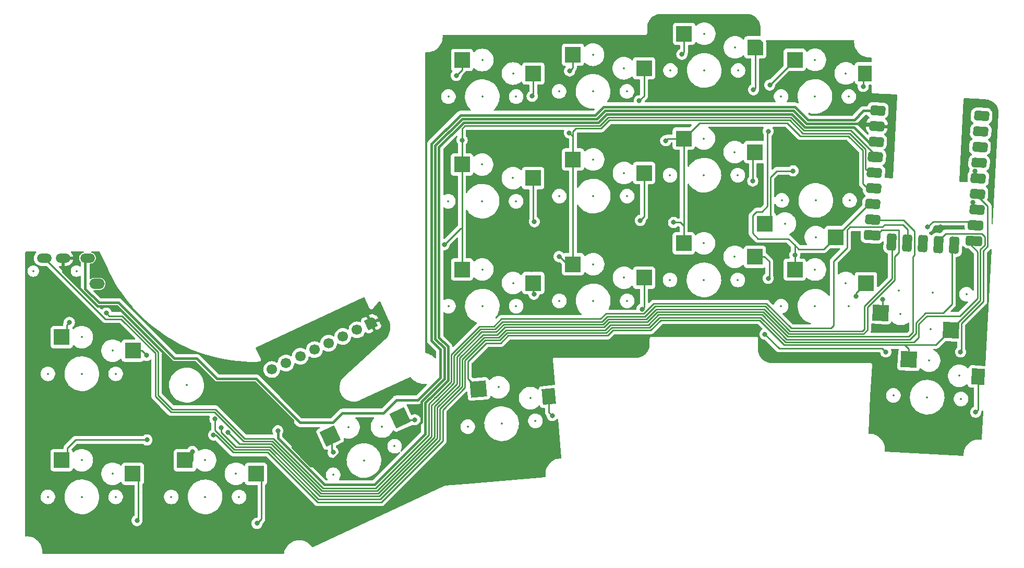
<source format=gbl>
%TF.GenerationSoftware,KiCad,Pcbnew,7.0.7*%
%TF.CreationDate,2024-10-24T22:54:23+09:00*%
%TF.ProjectId,evoroll,65766f72-6f6c-46c2-9e6b-696361645f70,rev?*%
%TF.SameCoordinates,Original*%
%TF.FileFunction,Copper,L2,Bot*%
%TF.FilePolarity,Positive*%
%FSLAX46Y46*%
G04 Gerber Fmt 4.6, Leading zero omitted, Abs format (unit mm)*
G04 Created by KiCad (PCBNEW 7.0.7) date 2024-10-24 22:54:23*
%MOMM*%
%LPD*%
G01*
G04 APERTURE LIST*
G04 Aperture macros list*
%AMRoundRect*
0 Rectangle with rounded corners*
0 $1 Rounding radius*
0 $2 $3 $4 $5 $6 $7 $8 $9 X,Y pos of 4 corners*
0 Add a 4 corners polygon primitive as box body*
4,1,4,$2,$3,$4,$5,$6,$7,$8,$9,$2,$3,0*
0 Add four circle primitives for the rounded corners*
1,1,$1+$1,$2,$3*
1,1,$1+$1,$4,$5*
1,1,$1+$1,$6,$7*
1,1,$1+$1,$8,$9*
0 Add four rect primitives between the rounded corners*
20,1,$1+$1,$2,$3,$4,$5,0*
20,1,$1+$1,$4,$5,$6,$7,0*
20,1,$1+$1,$6,$7,$8,$9,0*
20,1,$1+$1,$8,$9,$2,$3,0*%
%AMHorizOval*
0 Thick line with rounded ends*
0 $1 width*
0 $2 $3 position (X,Y) of the first rounded end (center of the circle)*
0 $4 $5 position (X,Y) of the second rounded end (center of the circle)*
0 Add line between two ends*
20,1,$1,$2,$3,$4,$5,0*
0 Add two circle primitives to create the rounded ends*
1,1,$1,$2,$3*
1,1,$1,$4,$5*%
%AMRotRect*
0 Rectangle, with rotation*
0 The origin of the aperture is its center*
0 $1 length*
0 $2 width*
0 $3 Rotation angle, in degrees counterclockwise*
0 Add horizontal line*
21,1,$1,$2,0,0,$3*%
%AMOutline5P*
0 Free polygon, 5 corners , with rotation*
0 The origin of the aperture is its center*
0 number of corners: always 5*
0 $1 to $10 corner X, Y*
0 $11 Rotation angle, in degrees counterclockwise*
0 create outline with 5 corners*
4,1,5,$1,$2,$3,$4,$5,$6,$7,$8,$9,$10,$1,$2,$11*%
%AMOutline6P*
0 Free polygon, 6 corners , with rotation*
0 The origin of the aperture is its center*
0 number of corners: always 6*
0 $1 to $12 corner X, Y*
0 $13 Rotation angle, in degrees counterclockwise*
0 create outline with 6 corners*
4,1,6,$1,$2,$3,$4,$5,$6,$7,$8,$9,$10,$11,$12,$1,$2,$13*%
%AMOutline7P*
0 Free polygon, 7 corners , with rotation*
0 The origin of the aperture is its center*
0 number of corners: always 7*
0 $1 to $14 corner X, Y*
0 $15 Rotation angle, in degrees counterclockwise*
0 create outline with 7 corners*
4,1,7,$1,$2,$3,$4,$5,$6,$7,$8,$9,$10,$11,$12,$13,$14,$1,$2,$15*%
%AMOutline8P*
0 Free polygon, 8 corners , with rotation*
0 The origin of the aperture is its center*
0 number of corners: always 8*
0 $1 to $16 corner X, Y*
0 $17 Rotation angle, in degrees counterclockwise*
0 create outline with 8 corners*
4,1,8,$1,$2,$3,$4,$5,$6,$7,$8,$9,$10,$11,$12,$13,$14,$15,$16,$1,$2,$17*%
G04 Aperture macros list end*
%TA.AperFunction,SMDPad,CuDef*%
%ADD10R,2.600000X2.600000*%
%TD*%
%TA.AperFunction,SMDPad,CuDef*%
%ADD11RoundRect,0.400000X-0.844804X-0.356275X0.802935X-0.442629X0.844804X0.356275X-0.802935X0.442629X0*%
%TD*%
%TA.AperFunction,SMDPad,CuDef*%
%ADD12RoundRect,0.395000X-0.849535X-0.351020X0.808190X-0.437898X0.849535X0.351020X-0.808190X0.437898X0*%
%TD*%
%TA.AperFunction,SMDPad,CuDef*%
%ADD13RoundRect,0.405000X-0.843767X-0.361336X0.801375X-0.447554X0.843767X0.361336X-0.801375X0.447554X0*%
%TD*%
%TA.AperFunction,SMDPad,CuDef*%
%ADD14RoundRect,0.390000X-0.857962X-0.345571X0.817140X-0.433360X0.857962X0.345571X-0.817140X0.433360X0*%
%TD*%
%TA.AperFunction,SMDPad,CuDef*%
%ADD15RoundRect,0.400000X-0.848499X-0.356081X0.806630X-0.442823X0.848499X0.356081X-0.806630X0.442823X0*%
%TD*%
%TA.AperFunction,SMDPad,CuDef*%
%ADD16RoundRect,0.400050X-0.848451X-0.356134X0.806577X-0.442870X0.848451X0.356134X-0.806577X0.442870X0*%
%TD*%
%TA.AperFunction,SMDPad,CuDef*%
%ADD17RoundRect,0.400050X-0.844756X-0.356327X0.802882X-0.442676X0.844756X0.356327X-0.802882X0.442676X0*%
%TD*%
%TA.AperFunction,SMDPad,CuDef*%
%ADD18RoundRect,0.405025X-0.871006X-0.359933X0.828611X-0.449007X0.871006X0.359933X-0.828611X0.449007X0*%
%TD*%
%TA.AperFunction,SMDPad,CuDef*%
%ADD19RoundRect,0.400050X-0.985563X-0.348948X0.943689X-0.450056X0.985563X0.348948X-0.943689X0.450056X0*%
%TD*%
%TA.AperFunction,SMDPad,CuDef*%
%ADD20RoundRect,0.400000X-0.451160X-0.965712X0.347744X-1.007580X0.451160X0.965712X-0.347744X1.007580X0*%
%TD*%
%TA.AperFunction,SMDPad,CuDef*%
%ADD21RoundRect,0.393700X-0.445198X-0.972333X0.341123X-1.013542X0.445198X0.972333X-0.341123X1.013542X0*%
%TD*%
%TA.AperFunction,SMDPad,CuDef*%
%ADD22RoundRect,0.405025X-0.840049X-0.361556X0.797654X-0.447384X0.840049X0.361556X-0.797654X0.447384X0*%
%TD*%
%TA.AperFunction,SMDPad,CuDef*%
%ADD23RoundRect,0.415025X-0.830586X-0.372065X0.787144X-0.456847X0.830586X0.372065X-0.787144X0.456847X0*%
%TD*%
%TA.AperFunction,SMDPad,CuDef*%
%ADD24RotRect,2.600000X2.600000X185.000000*%
%TD*%
%TA.AperFunction,SMDPad,CuDef*%
%ADD25RotRect,2.125000X2.550000X185.000000*%
%TD*%
%TA.AperFunction,SMDPad,CuDef*%
%ADD26Outline5P,-1.300000X1.300000X1.300000X1.300000X1.300000X-1.300000X-0.780000X-1.300000X-1.300000X-0.780000X180.000000*%
%TD*%
%TA.AperFunction,ComponentPad*%
%ADD27HorizOval,1.700000X0.000000X0.000000X0.000000X0.000000X0*%
%TD*%
%TA.AperFunction,ComponentPad*%
%ADD28Outline5P,-0.850000X0.510000X-0.510000X0.850000X0.850000X0.850000X0.850000X-0.850000X-0.850000X-0.850000X295.000000*%
%TD*%
%TA.AperFunction,ComponentPad*%
%ADD29O,2.500000X1.700000*%
%TD*%
%TA.AperFunction,ComponentPad*%
%ADD30O,2.400000X1.500000*%
%TD*%
%TA.AperFunction,SMDPad,CuDef*%
%ADD31RotRect,2.600000X2.600000X357.000000*%
%TD*%
%TA.AperFunction,SMDPad,CuDef*%
%ADD32R,2.175000X2.600000*%
%TD*%
%TA.AperFunction,SMDPad,CuDef*%
%ADD33RotRect,2.600000X2.600000X177.000000*%
%TD*%
%TA.AperFunction,SMDPad,CuDef*%
%ADD34RotRect,2.125000X2.600000X177.000000*%
%TD*%
%TA.AperFunction,SMDPad,CuDef*%
%ADD35RotRect,2.600000X2.600000X205.000000*%
%TD*%
%TA.AperFunction,ViaPad*%
%ADD36C,0.800000*%
%TD*%
%TA.AperFunction,Conductor*%
%ADD37C,0.250000*%
%TD*%
%TA.AperFunction,Conductor*%
%ADD38C,0.400000*%
%TD*%
%ADD39C,0.350000*%
%ADD40O,1.500000X1.000000*%
G04 APERTURE END LIST*
D10*
%TO.P,SW15,1,1*%
%TO.N,col0*%
X21379000Y-74412000D03*
%TO.P,SW15,2,2*%
%TO.N,Net-(D15-A)*%
X32929000Y-76612000D03*
%TD*%
D11*
%TO.P,RZ1,1,GP0/UART0TX*%
%TO.N,unconnected-(RZ1-GP0{slash}UART0TX-Pad1)*%
X170678969Y-38491353D03*
D12*
%TO.P,RZ1,2,GP1/UART0RX*%
%TO.N,unconnected-(RZ1-GP1{slash}UART0RX-Pad2)*%
X170552802Y-41038240D03*
D13*
%TO.P,RZ1,3,GP2*%
%TO.N,unconnected-(RZ1-GP2-Pad3)*%
X170420914Y-43554786D03*
D14*
%TO.P,RZ1,4,GP3*%
%TO.N,unconnected-(RZ1-GP3-Pad4)*%
X170286411Y-46121264D03*
D15*
%TO.P,RZ1,5,GP4/UART1TX*%
%TO.N,row3*%
X170154525Y-48637810D03*
D16*
%TO.P,RZ1,6,GP5/UART1RX*%
%TO.N,row2*%
X170021591Y-51174329D03*
D17*
%TO.P,RZ1,7,GP6*%
%TO.N,row1*%
X169981232Y-53715701D03*
D18*
%TO.P,RZ1,8,GP7*%
%TO.N,row0*%
X169728983Y-56236002D03*
D19*
%TO.P,RZ1,9,GP8/UART1TX*%
%TO.N,MISO*%
X169485679Y-58776701D03*
D20*
%TO.P,RZ1,10,GP9/UART1RX*%
%TO.N,CS*%
X166237076Y-59505681D03*
D21*
%TO.P,RZ1,11,GP10*%
%TO.N,col4*%
X163700557Y-59372748D03*
%TO.P,RZ1,12,GP11*%
%TO.N,unconnected-(RZ1-GP11-Pad12)*%
X161164038Y-59239814D03*
%TO.P,RZ1,13,GP12/UART0TX*%
%TO.N,data-tx-r*%
X158627519Y-59106881D03*
%TO.P,RZ1,14,GP13/UART0RX*%
%TO.N,data-rx-r*%
X156091000Y-58973948D03*
D19*
%TO.P,RZ1,15,GP14*%
%TO.N,SCLK*%
X152936391Y-57909389D03*
D22*
%TO.P,RZ1,16,GP15*%
%TO.N,MOSI*%
X153017916Y-55360213D03*
D17*
%TO.P,RZ1,17,GP26*%
%TO.N,col3*%
X153042477Y-52827978D03*
%TO.P,RZ1,18,GP27*%
%TO.N,col2*%
X153175410Y-50291459D03*
%TO.P,RZ1,19,GP28*%
%TO.N,col1*%
X153308343Y-47754940D03*
D23*
%TO.P,RZ1,20,GP29*%
%TO.N,col0*%
X153442845Y-45188512D03*
D17*
%TO.P,RZ1,21,3V3*%
%TO.N,3V3*%
X153574210Y-42681902D03*
%TO.P,RZ1,22,GND*%
%TO.N,GND*%
X153689867Y-40144478D03*
%TO.P,RZ1,23,5V*%
%TO.N,VCC*%
X153840077Y-37608864D03*
%TD*%
D10*
%TO.P,SW1,1,1*%
%TO.N,col0*%
X86375000Y-29425000D03*
%TO.P,SW1,2,2*%
%TO.N,Net-(D1-A)*%
X97925000Y-31625000D03*
%TD*%
%TO.P,SW12,1,1*%
%TO.N,col2*%
X122350000Y-59175000D03*
%TO.P,SW12,2,2*%
%TO.N,Net-(D12-A)*%
X133900000Y-61375000D03*
%TD*%
D24*
%TO.P,SW19,1,1*%
%TO.N,col4*%
X89012463Y-82835435D03*
D25*
%TO.P,SW19,2,2*%
%TO.N,Net-(D19-A)*%
X100475837Y-84066018D03*
%TD*%
D10*
%TO.P,SW16,1,1*%
%TO.N,col1*%
X21371200Y-94389800D03*
%TO.P,SW16,2,2*%
%TO.N,Net-(D16-A)*%
X32921200Y-96589800D03*
%TD*%
%TO.P,SW3,1,1*%
%TO.N,col2*%
X122400000Y-25175000D03*
D26*
%TO.P,SW3,2,2*%
%TO.N,Net-(D3-A)*%
X133950000Y-27375000D03*
%TD*%
D10*
%TO.P,SW10,1,1*%
%TO.N,col0*%
X86375000Y-63425000D03*
%TO.P,SW10,2,2*%
%TO.N,Net-(D10-A)*%
X97925000Y-65625000D03*
%TD*%
D27*
%TO.P,J1,8,Pin_8*%
%TO.N,CS*%
X55497979Y-79673451D03*
%TO.P,J1,7,Pin_7*%
%TO.N,MISO*%
X57800000Y-78600000D03*
%TO.P,J1,6,Pin_6*%
%TO.N,MOSI*%
X60102022Y-77526550D03*
%TO.P,J1,5,Pin_5*%
%TO.N,SCLK*%
X62404044Y-76453100D03*
%TO.P,J1,4,Pin_4*%
%TO.N,unconnected-(J1-Pin_4-Pad4)*%
X64706066Y-75379649D03*
%TO.P,J1,3,Pin_3*%
%TO.N,unconnected-(J1-Pin_3-Pad3)*%
X67008087Y-74306199D03*
%TO.P,J1,2,Pin_2*%
%TO.N,3V3*%
X69310109Y-73232748D03*
D28*
%TO.P,J1,1,Pin_1*%
%TO.N,GND*%
X71612131Y-72159298D03*
%TD*%
D29*
%TO.P,J2,A*%
%TO.N,data-tx-r*%
X27082200Y-65785000D03*
D30*
%TO.P,J2,B*%
%TO.N,data-rx-r*%
X18582200Y-61585000D03*
%TO.P,J2,C*%
%TO.N,GND*%
X21582200Y-61585000D03*
%TO.P,J2,D*%
%TO.N,VCC*%
X25582200Y-61585000D03*
%TD*%
D10*
%TO.P,SW6,1,1*%
%TO.N,col1*%
X104375000Y-45575000D03*
%TO.P,SW6,2,2*%
%TO.N,Net-(D6-A)*%
X115925000Y-47775000D03*
%TD*%
%TO.P,SW2,1,1*%
%TO.N,col1*%
X104350000Y-28575000D03*
%TO.P,SW2,2,2*%
%TO.N,Net-(D2-A)*%
X115900000Y-30775000D03*
%TD*%
%TO.P,SW13,1,1*%
%TO.N,col3*%
X140375000Y-63450000D03*
%TO.P,SW13,2,2*%
%TO.N,Net-(D13-A)*%
X151925000Y-65650000D03*
%TD*%
D31*
%TO.P,SW9,1,1*%
%TO.N,col4*%
X165693226Y-73276492D03*
%TO.P,SW9,2,2*%
%TO.N,Net-(D9-A)*%
X154274194Y-70475027D03*
%TD*%
D10*
%TO.P,SW5,1,1*%
%TO.N,col0*%
X86350000Y-46400000D03*
%TO.P,SW5,2,2*%
%TO.N,Net-(D5-A)*%
X97900000Y-48600000D03*
%TD*%
%TO.P,SW17,1,1*%
%TO.N,col2*%
X41384000Y-94395400D03*
%TO.P,SW17,2,2*%
%TO.N,Net-(D17-A)*%
X52934000Y-96595400D03*
%TD*%
%TO.P,SW7,1,1*%
%TO.N,col2*%
X122350000Y-42175000D03*
%TO.P,SW7,2,2*%
%TO.N,Net-(D7-A)*%
X133900000Y-44375000D03*
%TD*%
%TO.P,SW11,1,1*%
%TO.N,col1*%
X104375000Y-62575000D03*
%TO.P,SW11,2,2*%
%TO.N,Net-(D11-A)*%
X115925000Y-64775000D03*
%TD*%
%TO.P,SW4,1,1*%
%TO.N,col3*%
X140375000Y-29400000D03*
D32*
%TO.P,SW4,2,2*%
%TO.N,Net-(D4-A)*%
X151712500Y-31600000D03*
%TD*%
D33*
%TO.P,SW14,1,1*%
%TO.N,col4*%
X158904488Y-78053600D03*
D34*
%TO.P,SW14,2,2*%
%TO.N,Net-(D14-A)*%
X170086346Y-80842635D03*
%TD*%
D10*
%TO.P,SW8,1,1*%
%TO.N,col3*%
X147050000Y-58175000D03*
%TO.P,SW8,2,2*%
%TO.N,Net-(D8-A)*%
X135500000Y-55975000D03*
%TD*%
D35*
%TO.P,SW18,1,1*%
%TO.N,col3*%
X64956842Y-90434074D03*
%TO.P,SW18,2,2*%
%TO.N,Net-(D18-A)*%
X76354457Y-87546711D03*
%TD*%
D36*
%TO.N,row0*%
X161950000Y-56525000D03*
%TO.N,Net-(D1-A)*%
X97750000Y-35300000D03*
%TO.N,Net-(D2-A)*%
X115125000Y-36050000D03*
%TO.N,Net-(D3-A)*%
X133675000Y-34250000D03*
%TO.N,row1*%
X169241616Y-52534974D03*
%TO.N,row2*%
X167275000Y-76825000D03*
%TO.N,GND*%
X97934600Y-77790200D03*
X78425000Y-86575000D03*
X151825000Y-62000000D03*
X100550000Y-48625000D03*
X168250000Y-40600000D03*
X168900000Y-64225000D03*
X158500000Y-73075000D03*
X58666200Y-89626600D03*
X97675000Y-63500000D03*
X153800000Y-72725000D03*
X141200000Y-44025000D03*
X116500000Y-26775000D03*
X84400000Y-49300000D03*
X164000000Y-56550000D03*
%TO.N,3V3*%
X56475000Y-89625000D03*
%TO.N,row3*%
X169593902Y-47466364D03*
X135525000Y-73950000D03*
X155150000Y-76825000D03*
%TO.N,SCLK*%
X48341499Y-89856332D03*
%TO.N,MOSI*%
X47300000Y-89125000D03*
%TO.N,MISO*%
X46037701Y-90312299D03*
%TO.N,CS*%
X46257204Y-87693198D03*
%TO.N,col0*%
X86375000Y-42425000D03*
X22625000Y-72025000D03*
X85425000Y-31950000D03*
X83475000Y-59400000D03*
%TO.N,col1*%
X103825000Y-31200000D03*
X35225000Y-91100000D03*
X102100000Y-61344500D03*
X103775000Y-41250000D03*
%TO.N,col2*%
X119425000Y-42525000D03*
X120700000Y-55800000D03*
X122050000Y-28500000D03*
X42600000Y-92975000D03*
%TO.N,Net-(D4-A)*%
X151475000Y-33725000D03*
%TO.N,Net-(D5-A)*%
X98100000Y-55675000D03*
%TO.N,Net-(D6-A)*%
X115300000Y-55475000D03*
%TO.N,Net-(D7-A)*%
X133550000Y-49075000D03*
%TO.N,Net-(D8-A)*%
X140096096Y-47421096D03*
%TO.N,Net-(D9-A)*%
X154650000Y-68300000D03*
%TO.N,Net-(D10-A)*%
X98050000Y-67450000D03*
%TO.N,Net-(D11-A)*%
X115575000Y-69875000D03*
%TO.N,Net-(D12-A)*%
X136049799Y-64874799D03*
%TO.N,Net-(D13-A)*%
X150275000Y-67750000D03*
%TO.N,Net-(D14-A)*%
X169725000Y-86600000D03*
%TO.N,Net-(D15-A)*%
X35171200Y-77383800D03*
%TO.N,Net-(D16-A)*%
X33600000Y-104200000D03*
%TO.N,Net-(D17-A)*%
X53075000Y-104650000D03*
%TO.N,Net-(D18-A)*%
X78675000Y-87825000D03*
%TO.N,Net-(D19-A)*%
X101000000Y-87150000D03*
%TO.N,data-tx-r*%
X28618000Y-70525800D03*
%TO.N,col3*%
X136050000Y-41000000D03*
X136300000Y-33500000D03*
X65447168Y-93122168D03*
X140375000Y-61075000D03*
%TD*%
D37*
%TO.N,data-tx-r*%
X154559469Y-56552448D02*
X154936917Y-56175000D01*
X149308948Y-56552448D02*
X154559469Y-56552448D01*
X148850000Y-59925000D02*
X148850000Y-57011396D01*
X146695000Y-62080000D02*
X148850000Y-59925000D01*
X146250000Y-72975000D02*
X146695000Y-72530000D01*
X135784188Y-68975000D02*
X139784188Y-72975000D01*
X117500305Y-68975000D02*
X135784188Y-68975000D01*
X115875305Y-70600000D02*
X117500305Y-68975000D01*
X108863646Y-71455000D02*
X109718646Y-70600000D01*
X92758604Y-71455000D02*
X108863646Y-71455000D01*
X91538604Y-72675000D02*
X92758604Y-71455000D01*
X89175000Y-72675000D02*
X91538604Y-72675000D01*
X154936917Y-56175000D02*
X157925000Y-56175000D01*
X84600000Y-77250000D02*
X89175000Y-72675000D01*
X84600000Y-81664518D02*
X84600000Y-77250000D01*
X158663526Y-56913526D02*
X158663526Y-58419824D01*
X82039518Y-84225000D02*
X84600000Y-81664518D01*
X82013604Y-84225000D02*
X82039518Y-84225000D01*
X80928520Y-85310084D02*
X82013604Y-84225000D01*
X80928520Y-90339500D02*
X80928520Y-85310084D01*
X72368020Y-98900000D02*
X80928520Y-90339500D01*
X63806980Y-98900000D02*
X72368020Y-98900000D01*
X55781980Y-90875000D02*
X63806980Y-98900000D01*
X51100000Y-90875000D02*
X55781980Y-90875000D01*
X46350000Y-86125000D02*
X51100000Y-90875000D01*
X37025000Y-83838604D02*
X39311396Y-86125000D01*
X39311396Y-86125000D02*
X46350000Y-86125000D01*
X139784188Y-72975000D02*
X146250000Y-72975000D01*
X157925000Y-56175000D02*
X158663526Y-56913526D01*
X37025000Y-76800000D02*
X37025000Y-83838604D01*
X148850000Y-57011396D02*
X149308948Y-56552448D01*
X29049800Y-70957600D02*
X31182600Y-70957600D01*
X146695000Y-72530000D02*
X146695000Y-62080000D01*
X28618000Y-70525800D02*
X29049800Y-70957600D01*
X109718646Y-70600000D02*
X115875305Y-70600000D01*
X31182600Y-70957600D02*
X37025000Y-76800000D01*
%TO.N,data-rx-r*%
X156127007Y-64929760D02*
X156127007Y-58286891D01*
X151682939Y-73094269D02*
X151682939Y-69373828D01*
X151352208Y-73425000D02*
X151682939Y-73094269D01*
X139597792Y-73425000D02*
X151352208Y-73425000D01*
X135597792Y-69425000D02*
X139597792Y-73425000D01*
X151682939Y-69373828D02*
X156127007Y-64929760D01*
X116061701Y-71050000D02*
X117686701Y-69425000D01*
X109905042Y-71050000D02*
X116061701Y-71050000D01*
X109050042Y-71905000D02*
X109905042Y-71050000D01*
X92945000Y-71905000D02*
X109050042Y-71905000D01*
X91725000Y-73125000D02*
X92945000Y-71905000D01*
X85050000Y-77436396D02*
X89361396Y-73125000D01*
X85050000Y-81850914D02*
X85050000Y-77436396D01*
X117686701Y-69425000D02*
X135597792Y-69425000D01*
X82225914Y-84675000D02*
X85050000Y-81850914D01*
X82200000Y-84675000D02*
X82225914Y-84675000D01*
X81378520Y-85496480D02*
X82200000Y-84675000D01*
X81378520Y-90525896D02*
X81378520Y-85496480D01*
X72554416Y-99350000D02*
X81378520Y-90525896D01*
X63620584Y-99350000D02*
X72554416Y-99350000D01*
X50913604Y-91325000D02*
X55595584Y-91325000D01*
X46163604Y-86575000D02*
X50913604Y-91325000D01*
X39125000Y-86575000D02*
X46163604Y-86575000D01*
X89361396Y-73125000D02*
X91725000Y-73125000D01*
X28485138Y-71465600D02*
X31054204Y-71465600D01*
X31054204Y-71465600D02*
X36575000Y-76986396D01*
X18604538Y-61585000D02*
X28485138Y-71465600D01*
X36575000Y-84025000D02*
X39125000Y-86575000D01*
X18582200Y-61585000D02*
X18604538Y-61585000D01*
X55595584Y-91325000D02*
X63620584Y-99350000D01*
X36575000Y-76986396D02*
X36575000Y-84025000D01*
%TO.N,row0*%
X168398200Y-55650000D02*
X168953526Y-56205326D01*
X162825000Y-55650000D02*
X168398200Y-55650000D01*
X161950000Y-56525000D02*
X162825000Y-55650000D01*
%TO.N,Net-(D1-A)*%
X97925000Y-31625000D02*
X97925000Y-35125000D01*
X97925000Y-35125000D02*
X97750000Y-35300000D01*
%TO.N,Net-(D2-A)*%
X115900000Y-30775000D02*
X115900000Y-35275000D01*
X115900000Y-35275000D02*
X115125000Y-36050000D01*
%TO.N,Net-(D3-A)*%
X133950000Y-33975000D02*
X133950000Y-27375000D01*
X133675000Y-34250000D02*
X133950000Y-33975000D01*
%TO.N,row1*%
X169241616Y-53639767D02*
X169206295Y-53675088D01*
X169241616Y-52534974D02*
X169241616Y-53639767D01*
%TO.N,row2*%
X171661016Y-53148204D02*
X171661016Y-59677703D01*
X169645100Y-51132288D02*
X171661016Y-53148204D01*
X169219392Y-51132288D02*
X169645100Y-51132288D01*
X167384481Y-72221633D02*
X167384481Y-76665519D01*
X170950000Y-60388719D02*
X170950000Y-68656114D01*
X171661016Y-59677703D02*
X170950000Y-60388719D01*
X170950000Y-68656114D02*
X167384481Y-72221633D01*
D38*
%TO.N,GND*%
X61772970Y-95275000D02*
X58844000Y-92346030D01*
X86368528Y-38980000D02*
X82000000Y-43348528D01*
X39418062Y-78450600D02*
X30375662Y-69408200D01*
X77675000Y-90350000D02*
X75050000Y-90350000D01*
X142302386Y-39750000D02*
X140177386Y-37625000D01*
X154492066Y-40186519D02*
X154055547Y-39750000D01*
X21582200Y-63820200D02*
X21582200Y-61585000D01*
X140177386Y-37625000D02*
X109623240Y-37625000D01*
X83475000Y-76176472D02*
X83475000Y-81198528D01*
X108268240Y-38980000D02*
X86368528Y-38980000D01*
X74275000Y-91125000D02*
X68575000Y-91125000D01*
X27170200Y-69408200D02*
X21582200Y-63820200D01*
X79803520Y-88221480D02*
X77675000Y-90350000D01*
X42994400Y-78450600D02*
X39418062Y-78450600D01*
X30375662Y-69408200D02*
X27170200Y-69408200D01*
X68575000Y-91125000D02*
X64425000Y-95275000D01*
X64425000Y-95275000D02*
X61772970Y-95275000D01*
X58844000Y-89804400D02*
X58666200Y-89626600D01*
X52667534Y-81750000D02*
X46293800Y-81750000D01*
X81547614Y-83100000D02*
X79803520Y-84844094D01*
X82000000Y-74701472D02*
X83475000Y-76176472D01*
X58844000Y-89448800D02*
X58844000Y-87926466D01*
X154055547Y-39750000D02*
X142302386Y-39750000D01*
X83475000Y-81198528D02*
X81573528Y-83100000D01*
X81573528Y-83100000D02*
X81547614Y-83100000D01*
X58666200Y-89626600D02*
X58844000Y-89448800D01*
X46293800Y-81750000D02*
X42994400Y-78450600D01*
X109623240Y-37625000D02*
X108268240Y-38980000D01*
X58844000Y-92346030D02*
X58844000Y-89804400D01*
X75050000Y-90350000D02*
X74275000Y-91125000D01*
X79803520Y-84844094D02*
X79803520Y-88221480D01*
X82000000Y-43348528D02*
X82000000Y-74701472D01*
X58844000Y-87926466D02*
X52667534Y-81750000D01*
%TO.N,VCC*%
X82875000Y-76425000D02*
X82875000Y-80950000D01*
X81325000Y-82500000D02*
X81299086Y-82500000D01*
X43308800Y-77850600D02*
X39666590Y-77850600D01*
X52916062Y-81150000D02*
X46608200Y-81150000D01*
X75704434Y-84595566D02*
X73575000Y-86725000D01*
X46608200Y-81150000D02*
X43308800Y-77850600D01*
X65368530Y-88306470D02*
X60072532Y-88306470D01*
X108019712Y-38380000D02*
X86120000Y-38380000D01*
X154625000Y-37650000D02*
X151525000Y-37650000D01*
X25214400Y-66603872D02*
X25214400Y-61952800D01*
X73575000Y-86725000D02*
X66950000Y-86725000D01*
X81400000Y-74950000D02*
X82875000Y-76425000D01*
X30624190Y-68808200D02*
X27418728Y-68808200D01*
X82875000Y-80950000D02*
X81325000Y-82500000D01*
X81400000Y-43100000D02*
X81400000Y-74950000D01*
X140425914Y-37025000D02*
X109374712Y-37025000D01*
X60072532Y-88306470D02*
X52916062Y-81150000D01*
X109374712Y-37025000D02*
X108019712Y-38380000D01*
X25214400Y-61952800D02*
X25582200Y-61585000D01*
X66950000Y-86725000D02*
X65368530Y-88306470D01*
X142550914Y-39150000D02*
X140425914Y-37025000D01*
X39666590Y-77850600D02*
X30624190Y-68808200D01*
X150025000Y-39150000D02*
X142550914Y-39150000D01*
X79203520Y-84595566D02*
X75704434Y-84595566D01*
X81299086Y-82500000D02*
X79203520Y-84595566D01*
X86120000Y-38380000D02*
X81400000Y-43100000D01*
X27418728Y-68808200D02*
X25214400Y-66603872D01*
X151525000Y-37650000D02*
X150025000Y-39150000D01*
%TO.N,3V3*%
X84075000Y-81447056D02*
X84075000Y-75927944D01*
X82600000Y-43597056D02*
X86617056Y-39580000D01*
X84075000Y-75927944D02*
X82600000Y-74452944D01*
X152323038Y-42723038D02*
X154359133Y-42723038D01*
X72150558Y-98375000D02*
X80403520Y-90122038D01*
X64024442Y-98375000D02*
X72150558Y-98375000D01*
X86617056Y-39580000D02*
X108516768Y-39580000D01*
X109871768Y-38225000D02*
X139928858Y-38225000D01*
X108516768Y-39580000D02*
X109871768Y-38225000D01*
X81822056Y-83700000D02*
X84075000Y-81447056D01*
X56475000Y-89625000D02*
X56475000Y-90825558D01*
X56475000Y-90825558D02*
X64024442Y-98375000D01*
X82600000Y-74452944D02*
X82600000Y-43597056D01*
X80403520Y-85092622D02*
X81796142Y-83700000D01*
X81796142Y-83700000D02*
X81822056Y-83700000D01*
X139928858Y-38225000D02*
X142053858Y-40350000D01*
X149950000Y-40350000D02*
X152323038Y-42723038D01*
X142053858Y-40350000D02*
X149950000Y-40350000D01*
X80403520Y-90122038D02*
X80403520Y-85092622D01*
D37*
%TO.N,row3*%
X169593902Y-48354193D02*
X169352326Y-48595769D01*
X154575000Y-76250000D02*
X137825000Y-76250000D01*
X155150000Y-76825000D02*
X154575000Y-76250000D01*
X169593902Y-47466364D02*
X169593902Y-48354193D01*
X137825000Y-76250000D02*
X135525000Y-73950000D01*
%TO.N,SCLK*%
X81875000Y-85636396D02*
X82386396Y-85125000D01*
X85500000Y-82037310D02*
X85500000Y-77622792D01*
X82412310Y-85125000D02*
X85500000Y-82037310D01*
X151538604Y-73875000D02*
X152132939Y-73280665D01*
X157269493Y-57069493D02*
X157250000Y-57050000D01*
X152132939Y-73280665D02*
X152132939Y-69560224D01*
X81875000Y-90665812D02*
X81875000Y-85636396D01*
X82386396Y-85125000D02*
X82412310Y-85125000D01*
X91911396Y-73575000D02*
X93131396Y-72355000D01*
X156577007Y-65116156D02*
X156577007Y-61372993D01*
X156577007Y-61372993D02*
X157269493Y-60680507D01*
X89547792Y-73575000D02*
X91911396Y-73575000D01*
X48341499Y-89856332D02*
X50260167Y-91775000D01*
X93131396Y-72355000D02*
X109236438Y-72355000D01*
X116248097Y-71500000D02*
X117873097Y-69875000D01*
X135411396Y-69875000D02*
X139411396Y-73875000D01*
X157269493Y-60680507D02*
X157269493Y-57069493D01*
X85500000Y-77622792D02*
X89547792Y-73575000D01*
X55409188Y-91775000D02*
X63434188Y-99800000D01*
X63434188Y-99800000D02*
X72740812Y-99800000D01*
X154495723Y-57050000D02*
X153601478Y-57944245D01*
X139411396Y-73875000D02*
X151538604Y-73875000D01*
X110091438Y-71500000D02*
X116248097Y-71500000D01*
X117873097Y-69875000D02*
X135411396Y-69875000D01*
X50260167Y-91775000D02*
X55409188Y-91775000D01*
X109236438Y-72355000D02*
X110091438Y-71500000D01*
X152132939Y-69560224D02*
X156577007Y-65116156D01*
X72740812Y-99800000D02*
X81875000Y-90665812D01*
X157250000Y-57050000D02*
X154495723Y-57050000D01*
%TO.N,MOSI*%
X92097792Y-74025000D02*
X93317792Y-72805000D01*
X159806012Y-61118988D02*
X159806012Y-57156012D01*
X47300000Y-89125000D02*
X47300000Y-89840138D01*
X89734188Y-74025000D02*
X92097792Y-74025000D01*
X158055633Y-55405633D02*
X153694466Y-55405633D01*
X85950000Y-77809188D02*
X89734188Y-74025000D01*
X55222792Y-92225000D02*
X63247792Y-100250000D01*
X82325000Y-90852208D02*
X82325000Y-85848706D01*
X139225000Y-74325000D02*
X158888604Y-74325000D01*
X47300000Y-89840138D02*
X49684862Y-92225000D01*
X49684862Y-92225000D02*
X55222792Y-92225000D01*
X85950000Y-82223706D02*
X85950000Y-77809188D01*
X159567714Y-61357286D02*
X159806012Y-61118988D01*
X116434493Y-71950000D02*
X118059493Y-70325000D01*
X109422834Y-72805000D02*
X110277834Y-71950000D01*
X72927208Y-100250000D02*
X82325000Y-90852208D01*
X110277834Y-71950000D02*
X116434493Y-71950000D01*
X135225000Y-70325000D02*
X139225000Y-74325000D01*
X158888604Y-74325000D02*
X159567714Y-73645890D01*
X159567714Y-73645890D02*
X159567714Y-61357286D01*
X93317792Y-72805000D02*
X109422834Y-72805000D01*
X159806012Y-57156012D02*
X158055633Y-55405633D01*
X82325000Y-85848706D02*
X85950000Y-82223706D01*
X63247792Y-100250000D02*
X72927208Y-100250000D01*
X118059493Y-70325000D02*
X135225000Y-70325000D01*
%TO.N,MISO*%
X83225000Y-86221498D02*
X86850000Y-82596498D01*
X118432285Y-71225000D02*
X134852208Y-71225000D01*
X49200000Y-93125000D02*
X54850000Y-93125000D01*
X110650626Y-72850000D02*
X116807285Y-72850000D01*
X160467714Y-74432286D02*
X160467714Y-72295304D01*
X138852208Y-75225000D02*
X159675000Y-75225000D01*
X170050000Y-60553023D02*
X168820592Y-59323615D01*
X73225000Y-101225000D02*
X83225000Y-91225000D01*
X160467714Y-72295304D02*
X161788018Y-70975000D01*
X46037701Y-90312299D02*
X46387299Y-90312299D01*
X168820592Y-59323615D02*
X168820592Y-58741845D01*
X92470584Y-74925000D02*
X93690584Y-73705000D01*
X54850000Y-93125000D02*
X62950000Y-101225000D01*
X86850000Y-82596498D02*
X86850000Y-78181980D01*
X161788018Y-70975000D02*
X167200000Y-70975000D01*
X159675000Y-75225000D02*
X160467714Y-74432286D01*
X83225000Y-91225000D02*
X83225000Y-86221498D01*
X86850000Y-78181980D02*
X90106980Y-74925000D01*
X109795626Y-73705000D02*
X110650626Y-72850000D01*
X62950000Y-101225000D02*
X73225000Y-101225000D01*
X116807285Y-72850000D02*
X118432285Y-71225000D01*
X167200000Y-70975000D02*
X170050000Y-68125000D01*
X90106980Y-74925000D02*
X92470584Y-74925000D01*
X93690584Y-73705000D02*
X109795626Y-73705000D01*
X134852208Y-71225000D02*
X138852208Y-75225000D01*
X170050000Y-68125000D02*
X170050000Y-60553023D01*
X46387299Y-90312299D02*
X49200000Y-93125000D01*
%TO.N,CS*%
X161601622Y-70525000D02*
X164425000Y-70525000D01*
X116620889Y-72400000D02*
X118245889Y-70775000D01*
X165875000Y-69075000D02*
X165875000Y-59216707D01*
X46257204Y-87693198D02*
X46257204Y-89507204D01*
X89920584Y-74475000D02*
X92284188Y-74475000D01*
X55036396Y-92675000D02*
X63061396Y-100700000D01*
X139038604Y-74775000D02*
X159075000Y-74775000D01*
X109609230Y-73255000D02*
X110464230Y-72400000D01*
X63061396Y-100700000D02*
X73113604Y-100700000D01*
X159075000Y-74775000D02*
X160017714Y-73832286D01*
X93504188Y-73255000D02*
X109609230Y-73255000D01*
X73113604Y-100700000D02*
X82775000Y-91038604D01*
X110464230Y-72400000D02*
X116620889Y-72400000D01*
X82775000Y-91038604D02*
X82775000Y-86035102D01*
X46257204Y-89507204D02*
X49425000Y-92675000D01*
X164425000Y-70525000D02*
X165875000Y-69075000D01*
X160017714Y-73832286D02*
X160017714Y-72108908D01*
X118245889Y-70775000D02*
X135038604Y-70775000D01*
X49425000Y-92675000D02*
X55036396Y-92675000D01*
X135038604Y-70775000D02*
X139038604Y-74775000D01*
X86400000Y-82410102D02*
X86400000Y-77995584D01*
X160017714Y-72108908D02*
X161601622Y-70525000D01*
X165875000Y-59216707D02*
X166273083Y-58818624D01*
X92284188Y-74475000D02*
X93504188Y-73255000D01*
X82775000Y-86035102D02*
X86400000Y-82410102D01*
X86400000Y-77995584D02*
X89920584Y-74475000D01*
%TO.N,col0*%
X86375000Y-42425000D02*
X86350000Y-42450000D01*
X22625000Y-72025000D02*
X22250000Y-72400000D01*
X83475000Y-59400000D02*
X86100000Y-56775000D01*
X86350000Y-42400000D02*
X86375000Y-42425000D01*
X86350000Y-46400000D02*
X86350000Y-56775000D01*
X86100000Y-56775000D02*
X86350000Y-56775000D01*
X153834557Y-45259557D02*
X149450000Y-40875000D01*
X86350000Y-42450000D02*
X86350000Y-46400000D01*
X141836396Y-40875000D02*
X139711396Y-38750000D01*
X22250000Y-72400000D02*
X22250000Y-74800000D01*
X110089230Y-38750000D02*
X108734230Y-40105000D01*
X86350000Y-56775000D02*
X86350000Y-63400000D01*
X86375000Y-31000000D02*
X86375000Y-29425000D01*
X108734230Y-40105000D02*
X86834518Y-40105000D01*
X85425000Y-31950000D02*
X86375000Y-31000000D01*
X86834518Y-40105000D02*
X86350000Y-40589518D01*
X154226200Y-45259557D02*
X153834557Y-45259557D01*
X149450000Y-40875000D02*
X141836396Y-40875000D01*
X86350000Y-40589518D02*
X86350000Y-42400000D01*
X139711396Y-38750000D02*
X110089230Y-38750000D01*
X86350000Y-63400000D02*
X86375000Y-63425000D01*
%TO.N,col1*%
X149263604Y-41325000D02*
X141650000Y-41325000D01*
X104350000Y-43350000D02*
X104350000Y-43425000D01*
X103825000Y-31200000D02*
X104350000Y-30675000D01*
X151857205Y-43918601D02*
X149263604Y-41325000D01*
X110275626Y-39200000D02*
X108920626Y-40555000D01*
X104375000Y-43400000D02*
X104375000Y-45575000D01*
X103475500Y-62575000D02*
X104375000Y-62575000D01*
X22300000Y-94775000D02*
X22300000Y-92414000D01*
X104350000Y-41025000D02*
X104350000Y-43350000D01*
X23614000Y-91100000D02*
X35225000Y-91100000D01*
X104350000Y-30675000D02*
X104350000Y-28575000D01*
X22300000Y-92414000D02*
X23614000Y-91100000D01*
X104820000Y-40555000D02*
X104350000Y-41025000D01*
X104350000Y-43425000D02*
X104375000Y-43400000D01*
X104350000Y-43350000D02*
X104350000Y-41825000D01*
X139525000Y-39200000D02*
X110275626Y-39200000D01*
X151857205Y-47082205D02*
X151857205Y-43918601D01*
X154093266Y-47796076D02*
X152571076Y-47796076D01*
X104375000Y-45575000D02*
X104375000Y-62575000D01*
X102100000Y-61344500D02*
X102245000Y-61344500D01*
X102245000Y-61344500D02*
X103475500Y-62575000D01*
X152571076Y-47796076D02*
X151857205Y-47082205D01*
X104350000Y-41825000D02*
X103775000Y-41250000D01*
X141650000Y-41325000D02*
X139525000Y-39200000D01*
X108920626Y-40555000D02*
X104820000Y-40555000D01*
%TO.N,col2*%
X121800000Y-55800000D02*
X122350000Y-56350000D01*
X42600000Y-94425000D02*
X42250000Y-94775000D01*
X141275000Y-41775000D02*
X139150000Y-39650000D01*
X119775000Y-42175000D02*
X122350000Y-42175000D01*
X152232595Y-50332595D02*
X151407205Y-49507205D01*
X122050000Y-28500000D02*
X122400000Y-28150000D01*
X124875000Y-39650000D02*
X122350000Y-42175000D01*
X42600000Y-92975000D02*
X42600000Y-94425000D01*
X122350000Y-56350000D02*
X122350000Y-59175000D01*
X149077208Y-41775000D02*
X141275000Y-41775000D01*
X122400000Y-28150000D02*
X122400000Y-25175000D01*
X153960333Y-50332595D02*
X152232595Y-50332595D01*
X151407205Y-44104997D02*
X149077208Y-41775000D01*
X151407205Y-49507205D02*
X151407205Y-44104997D01*
X120700000Y-55800000D02*
X121800000Y-55800000D01*
X139150000Y-39650000D02*
X124875000Y-39650000D01*
X122350000Y-42175000D02*
X122350000Y-59175000D01*
X119425000Y-42525000D02*
X119775000Y-42175000D01*
%TO.N,Net-(D4-A)*%
X151475000Y-33725000D02*
X151475000Y-31837500D01*
X151475000Y-31837500D02*
X151712500Y-31600000D01*
%TO.N,Net-(D5-A)*%
X98100000Y-55675000D02*
X97900000Y-55475000D01*
X97900000Y-55475000D02*
X97900000Y-48600000D01*
%TO.N,Net-(D6-A)*%
X115925000Y-54850000D02*
X115925000Y-47775000D01*
X115300000Y-55475000D02*
X115925000Y-54850000D01*
%TO.N,Net-(D7-A)*%
X133550000Y-49075000D02*
X133550000Y-44725000D01*
X133550000Y-44725000D02*
X133900000Y-44375000D01*
%TO.N,Net-(D8-A)*%
X140096096Y-47421096D02*
X137428904Y-47421096D01*
X136400000Y-55075000D02*
X135500000Y-55975000D01*
X137428904Y-47421096D02*
X136400000Y-48450000D01*
X136400000Y-48450000D02*
X136400000Y-55075000D01*
%TO.N,Net-(D9-A)*%
X154650000Y-70099221D02*
X154274194Y-70475027D01*
X154650000Y-68300000D02*
X154650000Y-70099221D01*
%TO.N,Net-(D10-A)*%
X97925000Y-67325000D02*
X97925000Y-65625000D01*
X98050000Y-67450000D02*
X97925000Y-67325000D01*
%TO.N,Net-(D11-A)*%
X115925000Y-69525000D02*
X115925000Y-64775000D01*
X115575000Y-69875000D02*
X115925000Y-69525000D01*
%TO.N,Net-(D12-A)*%
X136225000Y-64699598D02*
X136225000Y-62150000D01*
X136049799Y-64874799D02*
X136225000Y-64699598D01*
X136225000Y-62150000D02*
X135450000Y-61375000D01*
X135450000Y-61375000D02*
X133900000Y-61375000D01*
%TO.N,Net-(D13-A)*%
X150275000Y-67750000D02*
X150275000Y-67300000D01*
X150275000Y-67300000D02*
X151925000Y-65650000D01*
%TO.N,Net-(D14-A)*%
X170086346Y-86238654D02*
X170086346Y-80842635D01*
X169725000Y-86600000D02*
X170086346Y-86238654D01*
%TO.N,Net-(D15-A)*%
X34399400Y-76612000D02*
X32929000Y-76612000D01*
X35171200Y-77383800D02*
X34399400Y-76612000D01*
%TO.N,Net-(D16-A)*%
X33850000Y-103950000D02*
X33850000Y-96975000D01*
X33600000Y-104200000D02*
X33850000Y-103950000D01*
%TO.N,Net-(D17-A)*%
X53800000Y-103925000D02*
X53800000Y-96975000D01*
X53075000Y-104650000D02*
X53800000Y-103925000D01*
%TO.N,Net-(D18-A)*%
X76632746Y-87825000D02*
X76354457Y-87546711D01*
X78675000Y-87825000D02*
X76632746Y-87825000D01*
%TO.N,Net-(D19-A)*%
X100475837Y-86625837D02*
X100475837Y-84066018D01*
X101000000Y-87150000D02*
X100475837Y-86625837D01*
%TO.N,col4*%
X163294718Y-75675000D02*
X138665812Y-75675000D01*
X116993681Y-73300000D02*
X110837022Y-73300000D01*
X164835384Y-57586871D02*
X170676558Y-57586871D01*
X158904488Y-78053600D02*
X158904488Y-76354488D01*
X138665812Y-75675000D02*
X134665812Y-71675000D01*
X109982022Y-74155000D02*
X93876980Y-74155000D01*
X171211016Y-58121329D02*
X171211016Y-59491307D01*
X170676558Y-57586871D02*
X171211016Y-58121329D01*
X93876980Y-74155000D02*
X92656980Y-75375000D01*
X171211016Y-59491307D02*
X170500000Y-60202323D01*
X90293376Y-75375000D02*
X87300000Y-78368376D01*
X87300000Y-81122972D02*
X89012463Y-82835435D01*
X118618681Y-71675000D02*
X116993681Y-73300000D01*
X110837022Y-73300000D02*
X109982022Y-74155000D01*
X158904488Y-76354488D02*
X158225000Y-75675000D01*
X87300000Y-78368376D02*
X87300000Y-81122972D01*
X92656980Y-75375000D02*
X90293376Y-75375000D01*
X170500000Y-60202323D02*
X170500000Y-68469718D01*
X170500000Y-68469718D02*
X163294718Y-75675000D01*
X163736564Y-58685691D02*
X164835384Y-57586871D01*
X134665812Y-71675000D02*
X118618681Y-71675000D01*
%TO.N,col3*%
X65250000Y-90727232D02*
X64956842Y-90434074D01*
X135050000Y-54050000D02*
X134175000Y-54050000D01*
X153827400Y-52869114D02*
X152355886Y-52869114D01*
X139325000Y-58450000D02*
X140375000Y-59500000D01*
X65250000Y-92925000D02*
X65250000Y-90727232D01*
X140375000Y-29400000D02*
X136300000Y-33475000D01*
X134400000Y-58450000D02*
X139325000Y-58450000D01*
X145095000Y-60130000D02*
X147050000Y-58175000D01*
X140375000Y-59500000D02*
X141005000Y-60130000D01*
X136300000Y-33475000D02*
X136300000Y-33500000D01*
X140375000Y-59500000D02*
X140375000Y-63450000D01*
X135950000Y-41100000D02*
X135950000Y-53150000D01*
X65447168Y-93122168D02*
X65250000Y-92925000D01*
X134175000Y-54050000D02*
X133525000Y-54700000D01*
X133525000Y-54700000D02*
X133525000Y-57575000D01*
X136050000Y-41000000D02*
X135950000Y-41100000D01*
X141005000Y-60130000D02*
X145095000Y-60130000D01*
X133525000Y-57575000D02*
X134400000Y-58450000D01*
X135950000Y-53150000D02*
X135050000Y-54050000D01*
X152355886Y-52869114D02*
X147050000Y-58175000D01*
%TD*%
%TA.AperFunction,Conductor*%
%TO.N,GND*%
G36*
X172226295Y-60095372D02*
G01*
X172283517Y-60135465D01*
X172309979Y-60200129D01*
X172310464Y-60219348D01*
X171327233Y-78980526D01*
X171304067Y-79046443D01*
X171248941Y-79089372D01*
X171196913Y-79097866D01*
X169071730Y-78986490D01*
X169071721Y-78986491D01*
X169011865Y-78989770D01*
X169011864Y-78989770D01*
X168874566Y-79032938D01*
X168754994Y-79113041D01*
X168662833Y-79223585D01*
X168605550Y-79355614D01*
X168605549Y-79355617D01*
X168603424Y-79368830D01*
X168573342Y-79431892D01*
X168513942Y-79468680D01*
X168444082Y-79467513D01*
X168390099Y-79433477D01*
X168388628Y-79431892D01*
X168353676Y-79394222D01*
X168301561Y-79338054D01*
X168226042Y-79277830D01*
X168087058Y-79166994D01*
X167849460Y-79029817D01*
X167594071Y-78929584D01*
X167594066Y-78929582D01*
X167594057Y-78929580D01*
X167326595Y-78868534D01*
X167121508Y-78853165D01*
X167121502Y-78853165D01*
X166984516Y-78853165D01*
X166984510Y-78853165D01*
X166779422Y-78868534D01*
X166779421Y-78868534D01*
X166511960Y-78929580D01*
X166511941Y-78929586D01*
X166256557Y-79029817D01*
X166018960Y-79166994D01*
X165804456Y-79338054D01*
X165617853Y-79539166D01*
X165463300Y-79765854D01*
X165463299Y-79765855D01*
X165344267Y-80013029D01*
X165263399Y-80275196D01*
X165263397Y-80275202D01*
X165222509Y-80546480D01*
X165222509Y-80820849D01*
X165263397Y-81092127D01*
X165263399Y-81092133D01*
X165344266Y-81354297D01*
X165463301Y-81601476D01*
X165463303Y-81601478D01*
X165463304Y-81601481D01*
X165570041Y-81758035D01*
X165617853Y-81828163D01*
X165804456Y-82029275D01*
X165804460Y-82029278D01*
X165804461Y-82029279D01*
X166018960Y-82200336D01*
X166256558Y-82337513D01*
X166511947Y-82437746D01*
X166511959Y-82437748D01*
X166511960Y-82437749D01*
X166779422Y-82498795D01*
X166984510Y-82514165D01*
X166984516Y-82514165D01*
X167121508Y-82514165D01*
X167297296Y-82500990D01*
X167326596Y-82498795D01*
X167594071Y-82437746D01*
X167849460Y-82337513D01*
X168087058Y-82200336D01*
X168256481Y-82065225D01*
X168321165Y-82038819D01*
X168389860Y-82051574D01*
X168440754Y-82099445D01*
X168457605Y-82155392D01*
X168458225Y-82166719D01*
X168458225Y-82166722D01*
X168458226Y-82166723D01*
X168490651Y-82269849D01*
X168501396Y-82304021D01*
X168563026Y-82396018D01*
X168581497Y-82423590D01*
X168692040Y-82515752D01*
X168824071Y-82573035D01*
X168883264Y-82582555D01*
X169343337Y-82606665D01*
X169409253Y-82629831D01*
X169452182Y-82684957D01*
X169460846Y-82730495D01*
X169460846Y-85651362D01*
X169441161Y-85718401D01*
X169388357Y-85764156D01*
X169387283Y-85764641D01*
X169272267Y-85815850D01*
X169272265Y-85815851D01*
X169119129Y-85927111D01*
X168992466Y-86067785D01*
X168897821Y-86231715D01*
X168897818Y-86231722D01*
X168839327Y-86411740D01*
X168839326Y-86411744D01*
X168819540Y-86600000D01*
X168839326Y-86788256D01*
X168839327Y-86788259D01*
X168897818Y-86968277D01*
X168897821Y-86968284D01*
X168992467Y-87132216D01*
X169115346Y-87268687D01*
X169119129Y-87272888D01*
X169272265Y-87384148D01*
X169272270Y-87384151D01*
X169445192Y-87461142D01*
X169445197Y-87461144D01*
X169630354Y-87500500D01*
X169630355Y-87500500D01*
X169819644Y-87500500D01*
X169819646Y-87500500D01*
X170004803Y-87461144D01*
X170177730Y-87384151D01*
X170330871Y-87272888D01*
X170457533Y-87132216D01*
X170552179Y-86968284D01*
X170610674Y-86788256D01*
X170630460Y-86600000D01*
X170630161Y-86597164D01*
X170630460Y-86595216D01*
X170630460Y-86593500D01*
X170630723Y-86593500D01*
X170639679Y-86534954D01*
X170640980Y-86531949D01*
X170647527Y-86516816D01*
X170650098Y-86511571D01*
X170657649Y-86497838D01*
X170672543Y-86470746D01*
X170677526Y-86451334D01*
X170683827Y-86432934D01*
X170691783Y-86414550D01*
X170691783Y-86414544D01*
X170692746Y-86411234D01*
X170694211Y-86408939D01*
X170694884Y-86407385D01*
X170695134Y-86407493D01*
X170730350Y-86352347D01*
X170793822Y-86323138D01*
X170863009Y-86332881D01*
X170915945Y-86378483D01*
X170935823Y-86445465D01*
X170935654Y-86452314D01*
X170701145Y-90927007D01*
X170677979Y-90992924D01*
X170622853Y-91035853D01*
X170565838Y-91043985D01*
X170386196Y-91027285D01*
X170349337Y-91023859D01*
X170349336Y-91023859D01*
X170349325Y-91023858D01*
X170054138Y-91031318D01*
X170054127Y-91031318D01*
X170054122Y-91031319D01*
X170054117Y-91031319D01*
X170054113Y-91031320D01*
X169761845Y-91073469D01*
X169761824Y-91073473D01*
X169476549Y-91149726D01*
X169476543Y-91149728D01*
X169202201Y-91259036D01*
X168942643Y-91399863D01*
X168701461Y-91570259D01*
X168701455Y-91570263D01*
X168701454Y-91570265D01*
X168620520Y-91643139D01*
X168481990Y-91767873D01*
X168287327Y-91989915D01*
X168287317Y-91989928D01*
X168120133Y-92233343D01*
X168120125Y-92233357D01*
X167982753Y-92494752D01*
X167982746Y-92494767D01*
X167877096Y-92770501D01*
X167877091Y-92770517D01*
X167804620Y-93056795D01*
X167766345Y-93349606D01*
X167766344Y-93349620D01*
X167763732Y-93567035D01*
X167743243Y-93633833D01*
X167689893Y-93678950D01*
X167633251Y-93689375D01*
X155089615Y-93031992D01*
X155023698Y-93008826D01*
X154980769Y-92953700D01*
X154972637Y-92896691D01*
X154992760Y-92680174D01*
X154992037Y-92651606D01*
X154987391Y-92467902D01*
X154985293Y-92384971D01*
X154943137Y-92092699D01*
X154866879Y-91807419D01*
X154757578Y-91533095D01*
X154740996Y-91502532D01*
X154616755Y-91273543D01*
X154606506Y-91259036D01*
X154446362Y-91032362D01*
X154248772Y-90812912D01*
X154217580Y-90785565D01*
X154026739Y-90618248D01*
X154026729Y-90618240D01*
X153783321Y-90451053D01*
X153783320Y-90451052D01*
X153521925Y-90313671D01*
X153246184Y-90208007D01*
X153246182Y-90208006D01*
X153246181Y-90208006D01*
X153109313Y-90173352D01*
X152959915Y-90135525D01*
X152959916Y-90135525D01*
X152667126Y-90097239D01*
X152667108Y-90097237D01*
X152449691Y-90094614D01*
X152382894Y-90074122D01*
X152337779Y-90020770D01*
X152327357Y-89964133D01*
X152328411Y-89944015D01*
X152640527Y-83988471D01*
X155189739Y-83988471D01*
X155229970Y-84203688D01*
X155247966Y-84250141D01*
X155309062Y-84407848D01*
X155309063Y-84407850D01*
X155380906Y-84523879D01*
X155424323Y-84594000D01*
X155571825Y-84755803D01*
X155701098Y-84853425D01*
X155746545Y-84887745D01*
X155746553Y-84887750D01*
X155903602Y-84965951D01*
X155942540Y-84985340D01*
X156153127Y-85045257D01*
X156316523Y-85060398D01*
X156316526Y-85060398D01*
X156425752Y-85060398D01*
X156425755Y-85060398D01*
X156589151Y-85045257D01*
X156799738Y-84985340D01*
X156995730Y-84887747D01*
X157170453Y-84755803D01*
X157317955Y-84594000D01*
X157433215Y-84407849D01*
X157512308Y-84203688D01*
X157534763Y-84083563D01*
X159054399Y-84083563D01*
X159061668Y-84328732D01*
X159064267Y-84416403D01*
X159088957Y-84581795D01*
X159111440Y-84732402D01*
X159113431Y-84745735D01*
X159113432Y-84745740D01*
X159193920Y-85040300D01*
X159201201Y-85066944D01*
X159326345Y-85375517D01*
X159487108Y-85667122D01*
X159676830Y-85931536D01*
X159681234Y-85937673D01*
X159681240Y-85937680D01*
X159872153Y-86146368D01*
X159905989Y-86183354D01*
X160158228Y-86400734D01*
X160158233Y-86400737D01*
X160158239Y-86400742D01*
X160434402Y-86586751D01*
X160434404Y-86586752D01*
X160434407Y-86586754D01*
X160606274Y-86674967D01*
X160730650Y-86738805D01*
X160848632Y-86782629D01*
X161042794Y-86854750D01*
X161366462Y-86932963D01*
X161697109Y-86972346D01*
X161697116Y-86972346D01*
X161946775Y-86972346D01*
X161946777Y-86972346D01*
X162196000Y-86957556D01*
X162523733Y-86898654D01*
X162842199Y-86801404D01*
X163146928Y-86667170D01*
X163433642Y-86497838D01*
X163698316Y-86295783D01*
X163937234Y-86063843D01*
X164147043Y-85805273D01*
X164324798Y-85523703D01*
X164468003Y-85223085D01*
X164548986Y-84983546D01*
X164574648Y-84907642D01*
X164608555Y-84746557D01*
X164643235Y-84581797D01*
X164644807Y-84564167D01*
X166174663Y-84564167D01*
X166214894Y-84779384D01*
X166227288Y-84811376D01*
X166293986Y-84983544D01*
X166293987Y-84983546D01*
X166359748Y-85089753D01*
X166409247Y-85169696D01*
X166556749Y-85331499D01*
X166686022Y-85429121D01*
X166731469Y-85463441D01*
X166731477Y-85463446D01*
X166860151Y-85527518D01*
X166927464Y-85561036D01*
X167138051Y-85620953D01*
X167301447Y-85636094D01*
X167301450Y-85636094D01*
X167410676Y-85636094D01*
X167410679Y-85636094D01*
X167574075Y-85620953D01*
X167784662Y-85561036D01*
X167980654Y-85463443D01*
X168155377Y-85331499D01*
X168302879Y-85169696D01*
X168418139Y-84983545D01*
X168497232Y-84779384D01*
X168537463Y-84564167D01*
X168537463Y-84345221D01*
X168497232Y-84130004D01*
X168418139Y-83925843D01*
X168413291Y-83918014D01*
X168321351Y-83769526D01*
X168302879Y-83739692D01*
X168155377Y-83577889D01*
X168068015Y-83511916D01*
X167980656Y-83445946D01*
X167980648Y-83445941D01*
X167784665Y-83348353D01*
X167784662Y-83348352D01*
X167574075Y-83288435D01*
X167574072Y-83288434D01*
X167574070Y-83288434D01*
X167466431Y-83278460D01*
X167410679Y-83273294D01*
X167301447Y-83273294D01*
X167251388Y-83277932D01*
X167138055Y-83288434D01*
X166927460Y-83348353D01*
X166731477Y-83445941D01*
X166731469Y-83445946D01*
X166587709Y-83554509D01*
X166556749Y-83577889D01*
X166409247Y-83739692D01*
X166409245Y-83739694D01*
X166409244Y-83739696D01*
X166293987Y-83925841D01*
X166293986Y-83925843D01*
X166225697Y-84102119D01*
X166214894Y-84130004D01*
X166174663Y-84345221D01*
X166174663Y-84564167D01*
X164644807Y-84564167D01*
X164645039Y-84561568D01*
X164672802Y-84250141D01*
X164672801Y-84250140D01*
X164672803Y-84250129D01*
X164662935Y-83917291D01*
X164613771Y-83587956D01*
X164526001Y-83266748D01*
X164400857Y-82958175D01*
X164240094Y-82666570D01*
X164045972Y-82396024D01*
X164045967Y-82396018D01*
X164045961Y-82396011D01*
X163836199Y-82166719D01*
X163821213Y-82150338D01*
X163568974Y-81932958D01*
X163568970Y-81932955D01*
X163568962Y-81932949D01*
X163292799Y-81746940D01*
X163292795Y-81746938D01*
X162996551Y-81594886D01*
X162684412Y-81478943D01*
X162360736Y-81400728D01*
X162211011Y-81382895D01*
X162030093Y-81361346D01*
X161780425Y-81361346D01*
X161744440Y-81363481D01*
X161531207Y-81376135D01*
X161531200Y-81376136D01*
X161203468Y-81435038D01*
X160884999Y-81532289D01*
X160580281Y-81666518D01*
X160293556Y-81835856D01*
X160293551Y-81835860D01*
X160028884Y-82037910D01*
X159810305Y-82250105D01*
X159801147Y-82258997D01*
X159789965Y-82269852D01*
X159580161Y-82528416D01*
X159580155Y-82528424D01*
X159402406Y-82809985D01*
X159402401Y-82809994D01*
X159259200Y-83110603D01*
X159259196Y-83110614D01*
X159152553Y-83426049D01*
X159083966Y-83751896D01*
X159083965Y-83751902D01*
X159054399Y-84083550D01*
X159054399Y-84083559D01*
X159054399Y-84083563D01*
X157534763Y-84083563D01*
X157552539Y-83988471D01*
X157552539Y-83769525D01*
X157512308Y-83554308D01*
X157433215Y-83350147D01*
X157317955Y-83163996D01*
X157170453Y-83002193D01*
X157054957Y-82914975D01*
X156995732Y-82870250D01*
X156995724Y-82870245D01*
X156799741Y-82772657D01*
X156799738Y-82772656D01*
X156589151Y-82712739D01*
X156589148Y-82712738D01*
X156589146Y-82712738D01*
X156481507Y-82702764D01*
X156425755Y-82697598D01*
X156316523Y-82697598D01*
X156266464Y-82702236D01*
X156153131Y-82712738D01*
X155942536Y-82772657D01*
X155746553Y-82870245D01*
X155746545Y-82870250D01*
X155579287Y-82996558D01*
X155571825Y-83002193D01*
X155424323Y-83163996D01*
X155424321Y-83163998D01*
X155424320Y-83164000D01*
X155309063Y-83350145D01*
X155309062Y-83350147D01*
X155263477Y-83467817D01*
X155229970Y-83554308D01*
X155189739Y-83769525D01*
X155189739Y-83988471D01*
X152640527Y-83988471D01*
X152903677Y-78967272D01*
X152908242Y-78939827D01*
X152910498Y-78931896D01*
X152910499Y-78931894D01*
X152908154Y-78906596D01*
X152907970Y-78897336D01*
X152907872Y-78897340D01*
X152907642Y-78891617D01*
X152907643Y-78891609D01*
X152904762Y-78869985D01*
X152903996Y-78861723D01*
X152900133Y-78820027D01*
X152898788Y-78815300D01*
X152898703Y-78814891D01*
X152898462Y-78814157D01*
X152898243Y-78813388D01*
X152898078Y-78812986D01*
X152896548Y-78808327D01*
X152896548Y-78808325D01*
X152872417Y-78764366D01*
X152850056Y-78719459D01*
X152850052Y-78719456D01*
X152847089Y-78715531D01*
X152846856Y-78715171D01*
X152846358Y-78714564D01*
X152845897Y-78713954D01*
X152845611Y-78713652D01*
X152842486Y-78709841D01*
X152804104Y-78677568D01*
X152791953Y-78666491D01*
X152767031Y-78643771D01*
X152767029Y-78643770D01*
X152762819Y-78641163D01*
X152762493Y-78640927D01*
X152761854Y-78640566D01*
X152761183Y-78640150D01*
X152760787Y-78639963D01*
X152756493Y-78637536D01*
X152709059Y-78621312D01*
X152662270Y-78603186D01*
X152657425Y-78602281D01*
X152657017Y-78602173D01*
X152656264Y-78602064D01*
X152655498Y-78601921D01*
X152655071Y-78601890D01*
X152650199Y-78601179D01*
X152600097Y-78603187D01*
X136618630Y-78603187D01*
X136614885Y-78603074D01*
X136355377Y-78587371D01*
X136347938Y-78586468D01*
X136094063Y-78539939D01*
X136086787Y-78538146D01*
X136079066Y-78535740D01*
X136042334Y-78524293D01*
X135840377Y-78461357D01*
X135833371Y-78458700D01*
X135715693Y-78405737D01*
X135598009Y-78352770D01*
X135591381Y-78349291D01*
X135425355Y-78248925D01*
X135370499Y-78215763D01*
X135364344Y-78211515D01*
X135243585Y-78116907D01*
X135161166Y-78052335D01*
X135155557Y-78047366D01*
X134973049Y-77864860D01*
X134968080Y-77859252D01*
X134871849Y-77736425D01*
X134808902Y-77656081D01*
X134804652Y-77649925D01*
X134671119Y-77429040D01*
X134667644Y-77422419D01*
X134567531Y-77199991D01*
X134561710Y-77187057D01*
X134559052Y-77180050D01*
X134482258Y-76933629D01*
X134480468Y-76926372D01*
X134433934Y-76672484D01*
X134433033Y-76665056D01*
X134417356Y-76406035D01*
X134417243Y-76402289D01*
X134417243Y-74712903D01*
X134420304Y-74690963D01*
X134421144Y-74681894D01*
X134417508Y-74642651D01*
X134417243Y-74636928D01*
X134417243Y-74625843D01*
X134417175Y-74625479D01*
X134415204Y-74614940D01*
X134414414Y-74609272D01*
X134414218Y-74607161D01*
X134410778Y-74570027D01*
X134410778Y-74570026D01*
X134408291Y-74561286D01*
X134405093Y-74551746D01*
X134401804Y-74543257D01*
X134401804Y-74543254D01*
X134401802Y-74543251D01*
X134401801Y-74543248D01*
X134381055Y-74509743D01*
X134378273Y-74504751D01*
X134360701Y-74469459D01*
X134360699Y-74469457D01*
X134360698Y-74469455D01*
X134355218Y-74462198D01*
X134348804Y-74454473D01*
X134342659Y-74447732D01*
X134316221Y-74427768D01*
X134311203Y-74423978D01*
X134306797Y-74420319D01*
X134301163Y-74415183D01*
X134277676Y-74393771D01*
X134277674Y-74393770D01*
X134277672Y-74393768D01*
X134269975Y-74389002D01*
X134261133Y-74384077D01*
X134253007Y-74380030D01*
X134215109Y-74369247D01*
X134209678Y-74367427D01*
X134172915Y-74353186D01*
X134163979Y-74351516D01*
X134154000Y-74350124D01*
X134144950Y-74349285D01*
X134105707Y-74352922D01*
X134099984Y-74353187D01*
X117175958Y-74353187D01*
X117154000Y-74350124D01*
X117144950Y-74349285D01*
X117105707Y-74352922D01*
X117099984Y-74353187D01*
X117088894Y-74353187D01*
X117077999Y-74355223D01*
X117072331Y-74356014D01*
X117033082Y-74359651D01*
X117024387Y-74362125D01*
X117014751Y-74365355D01*
X117006306Y-74368626D01*
X116972803Y-74389370D01*
X116967801Y-74392157D01*
X116932513Y-74409729D01*
X116925290Y-74415183D01*
X116917494Y-74421657D01*
X116910787Y-74427772D01*
X116887043Y-74459213D01*
X116883385Y-74463619D01*
X116856828Y-74492751D01*
X116852065Y-74500443D01*
X116847128Y-74509307D01*
X116843086Y-74517425D01*
X116832302Y-74555326D01*
X116830482Y-74560757D01*
X116816242Y-74597514D01*
X116814572Y-74606449D01*
X116813180Y-74616432D01*
X116812341Y-74625479D01*
X116815978Y-74664722D01*
X116816243Y-74670445D01*
X116816243Y-75551794D01*
X116816130Y-75555541D01*
X116800423Y-75815052D01*
X116799520Y-75822491D01*
X116788001Y-75885336D01*
X116754239Y-76069544D01*
X116752992Y-76076345D01*
X116751198Y-76083620D01*
X116674405Y-76330037D01*
X116671747Y-76337044D01*
X116565820Y-76572391D01*
X116562337Y-76579026D01*
X116489672Y-76699226D01*
X116428808Y-76799904D01*
X116424558Y-76806060D01*
X116379805Y-76863183D01*
X116265379Y-77009232D01*
X116260410Y-77014840D01*
X116237433Y-77037817D01*
X116077913Y-77197334D01*
X116072306Y-77202301D01*
X116047873Y-77221444D01*
X115869132Y-77361476D01*
X115862965Y-77365733D01*
X115642087Y-77499257D01*
X115635452Y-77502740D01*
X115400105Y-77608662D01*
X115393098Y-77611319D01*
X115146692Y-77688105D01*
X115139417Y-77689898D01*
X114885546Y-77736425D01*
X114878107Y-77737328D01*
X114719864Y-77746903D01*
X114617870Y-77753074D01*
X114614141Y-77753187D01*
X101438516Y-77753187D01*
X101415107Y-77750957D01*
X101399652Y-77747986D01*
X101374497Y-77752554D01*
X101371237Y-77753000D01*
X101343700Y-77758148D01*
X101289089Y-77768066D01*
X101288480Y-77768303D01*
X101287677Y-77768608D01*
X101240555Y-77797784D01*
X101193266Y-77826730D01*
X101192618Y-77827322D01*
X101192147Y-77827746D01*
X101158714Y-77872019D01*
X101125112Y-77916043D01*
X101124813Y-77916645D01*
X101124436Y-77917390D01*
X101123076Y-77922171D01*
X101109261Y-77970723D01*
X101105078Y-77985144D01*
X101093823Y-78023944D01*
X101093755Y-78024684D01*
X101093679Y-78025451D01*
X101098797Y-78080679D01*
X101448184Y-82074192D01*
X101434417Y-82142692D01*
X101385802Y-82192875D01*
X101335463Y-82208527D01*
X99214953Y-82394049D01*
X99214935Y-82394052D01*
X99156122Y-82405629D01*
X99026168Y-82467485D01*
X99026167Y-82467486D01*
X98918910Y-82563447D01*
X98843028Y-82685744D01*
X98804369Y-82825576D01*
X98767532Y-82884946D01*
X98704445Y-82914975D01*
X98635137Y-82906130D01*
X98607540Y-82889480D01*
X98573487Y-82862324D01*
X98481765Y-82789178D01*
X98244167Y-82652001D01*
X97988778Y-82551768D01*
X97988773Y-82551766D01*
X97988764Y-82551764D01*
X97721302Y-82490718D01*
X97516215Y-82475349D01*
X97516209Y-82475349D01*
X97379223Y-82475349D01*
X97379217Y-82475349D01*
X97174129Y-82490718D01*
X97174128Y-82490718D01*
X96906667Y-82551764D01*
X96906648Y-82551770D01*
X96651264Y-82652001D01*
X96413667Y-82789178D01*
X96199163Y-82960238D01*
X96012560Y-83161350D01*
X95858007Y-83388038D01*
X95858006Y-83388039D01*
X95738974Y-83635213D01*
X95658106Y-83897380D01*
X95658104Y-83897386D01*
X95617216Y-84168664D01*
X95617216Y-84443033D01*
X95658104Y-84714311D01*
X95658106Y-84714317D01*
X95738973Y-84976481D01*
X95858008Y-85223660D01*
X95858010Y-85223662D01*
X95858011Y-85223665D01*
X95986364Y-85411924D01*
X96012560Y-85450347D01*
X96199163Y-85651459D01*
X96199167Y-85651462D01*
X96199168Y-85651463D01*
X96413667Y-85822520D01*
X96651265Y-85959697D01*
X96906654Y-86059930D01*
X96906666Y-86059932D01*
X96906667Y-86059933D01*
X97174129Y-86120979D01*
X97379217Y-86136349D01*
X97379223Y-86136349D01*
X97516215Y-86136349D01*
X97692003Y-86123174D01*
X97721303Y-86120979D01*
X97988778Y-86059930D01*
X98244167Y-85959697D01*
X98481765Y-85822520D01*
X98696264Y-85651463D01*
X98698702Y-85648836D01*
X98749021Y-85594604D01*
X98830740Y-85506531D01*
X98890766Y-85470778D01*
X98960595Y-85473153D01*
X99018056Y-85512903D01*
X99043301Y-85566920D01*
X99045661Y-85578906D01*
X99107517Y-85708857D01*
X99203480Y-85816117D01*
X99325774Y-85891997D01*
X99365656Y-85903023D01*
X99464488Y-85930347D01*
X99464489Y-85930347D01*
X99464493Y-85930348D01*
X99524434Y-85931537D01*
X99715531Y-85914817D01*
X99784029Y-85928583D01*
X99834212Y-85977198D01*
X99850337Y-86038345D01*
X99850337Y-86543092D01*
X99848612Y-86558709D01*
X99848898Y-86558736D01*
X99848163Y-86566502D01*
X99850337Y-86635651D01*
X99850337Y-86665180D01*
X99850338Y-86665197D01*
X99851205Y-86672068D01*
X99851663Y-86677887D01*
X99853127Y-86724461D01*
X99853128Y-86724464D01*
X99858717Y-86743704D01*
X99862661Y-86762748D01*
X99865173Y-86782629D01*
X99878623Y-86816601D01*
X99882327Y-86825956D01*
X99884219Y-86831484D01*
X99897218Y-86876225D01*
X99907417Y-86893471D01*
X99915973Y-86910937D01*
X99921344Y-86924500D01*
X99923351Y-86929569D01*
X99950735Y-86967260D01*
X99953943Y-86972144D01*
X99977664Y-87012253D01*
X99977670Y-87012261D01*
X99991827Y-87026417D01*
X100004465Y-87041213D01*
X100010385Y-87049362D01*
X100016243Y-87057424D01*
X100049654Y-87085064D01*
X100052151Y-87087129D01*
X100056470Y-87091060D01*
X100060123Y-87094713D01*
X100061056Y-87095646D01*
X100094528Y-87156976D01*
X100096678Y-87170348D01*
X100104968Y-87249227D01*
X100114326Y-87338256D01*
X100114327Y-87338259D01*
X100172818Y-87518277D01*
X100172821Y-87518284D01*
X100267467Y-87682216D01*
X100361173Y-87786287D01*
X100394129Y-87822888D01*
X100547265Y-87934148D01*
X100547270Y-87934151D01*
X100720192Y-88011142D01*
X100720197Y-88011144D01*
X100905354Y-88050500D01*
X100905355Y-88050500D01*
X101094644Y-88050500D01*
X101094646Y-88050500D01*
X101279803Y-88011144D01*
X101452730Y-87934151D01*
X101605871Y-87822888D01*
X101729732Y-87685326D01*
X101789216Y-87648679D01*
X101859073Y-87650009D01*
X101917122Y-87688896D01*
X101944932Y-87752993D01*
X101945408Y-87757493D01*
X102488306Y-93962851D01*
X102474539Y-94031351D01*
X102425924Y-94081534D01*
X102370595Y-94097521D01*
X102153406Y-94107721D01*
X102153391Y-94107722D01*
X101862100Y-94156194D01*
X101578526Y-94238613D01*
X101306619Y-94353835D01*
X101050175Y-94500249D01*
X101050170Y-94500252D01*
X100812732Y-94675834D01*
X100597608Y-94878141D01*
X100407788Y-95104358D01*
X100245912Y-95351343D01*
X100245909Y-95351348D01*
X100114226Y-95615665D01*
X100014563Y-95893649D01*
X99948311Y-96181416D01*
X99948308Y-96181438D01*
X99916384Y-96474998D01*
X99916384Y-96475009D01*
X99919232Y-96770285D01*
X99919233Y-96770296D01*
X99946903Y-96985964D01*
X99935909Y-97054964D01*
X99889357Y-97107066D01*
X99834718Y-97125272D01*
X86945348Y-98252946D01*
X83560383Y-98549092D01*
X83533906Y-98550862D01*
X83507429Y-98552632D01*
X83488179Y-98561608D01*
X83469106Y-98568661D01*
X83448660Y-98574365D01*
X83448658Y-98574366D01*
X83438693Y-98581811D01*
X83416889Y-98594850D01*
X62169164Y-108502827D01*
X62100086Y-108513319D01*
X62036302Y-108484799D01*
X62011653Y-108456238D01*
X61984825Y-108413380D01*
X61984814Y-108413365D01*
X61790707Y-108174438D01*
X61790703Y-108174434D01*
X61790699Y-108174429D01*
X61568730Y-107961094D01*
X61322271Y-107776596D01*
X61322266Y-107776593D01*
X61322259Y-107776588D01*
X61055043Y-107623721D01*
X60771082Y-107504778D01*
X60771068Y-107504773D01*
X60474684Y-107421565D01*
X60474678Y-107421564D01*
X60474674Y-107421563D01*
X60318849Y-107397895D01*
X60170309Y-107375333D01*
X60170302Y-107375332D01*
X60170299Y-107375332D01*
X60093361Y-107373195D01*
X59862560Y-107366785D01*
X59862551Y-107366785D01*
X59556075Y-107396049D01*
X59363290Y-107438789D01*
X59255510Y-107462683D01*
X59117202Y-107511784D01*
X58965380Y-107565682D01*
X58690081Y-107703487D01*
X58690079Y-107703488D01*
X58433759Y-107874020D01*
X58433756Y-107874023D01*
X58200303Y-108074694D01*
X58200295Y-108074703D01*
X57993204Y-108302510D01*
X57815618Y-108554000D01*
X57670223Y-108825367D01*
X57559210Y-109112522D01*
X57559208Y-109112527D01*
X57484257Y-109411123D01*
X57484256Y-109411126D01*
X57478055Y-109461309D01*
X57450296Y-109525428D01*
X57392279Y-109564361D01*
X57354991Y-109570100D01*
X18375599Y-109570100D01*
X18308560Y-109550415D01*
X18262805Y-109497611D01*
X18251700Y-109441103D01*
X18260462Y-109223841D01*
X18260462Y-109223838D01*
X18237557Y-108929434D01*
X18237556Y-108929429D01*
X18237556Y-108929426D01*
X18180160Y-108639755D01*
X18089074Y-108358851D01*
X17965562Y-108090620D01*
X17811342Y-107838787D01*
X17641850Y-107623721D01*
X17628554Y-107606850D01*
X17419749Y-107398046D01*
X17187817Y-107215261D01*
X17187816Y-107215260D01*
X17187813Y-107215258D01*
X16935981Y-107061038D01*
X16667749Y-106937526D01*
X16667747Y-106937525D01*
X16569015Y-106905510D01*
X16386845Y-106846440D01*
X16386840Y-106846439D01*
X16097170Y-106789043D01*
X16097165Y-106789042D01*
X15802759Y-106766137D01*
X15585496Y-106774899D01*
X15517718Y-106757932D01*
X15469873Y-106707015D01*
X15456500Y-106651000D01*
X15456500Y-100449273D01*
X17964800Y-100449273D01*
X18005031Y-100664490D01*
X18007203Y-100670097D01*
X18084123Y-100868650D01*
X18084124Y-100868652D01*
X18183927Y-101029838D01*
X18199384Y-101054802D01*
X18346886Y-101216605D01*
X18385143Y-101245495D01*
X18521606Y-101348547D01*
X18521614Y-101348552D01*
X18616965Y-101396031D01*
X18717601Y-101446142D01*
X18928188Y-101506059D01*
X19091584Y-101521200D01*
X19091587Y-101521200D01*
X19200813Y-101521200D01*
X19200816Y-101521200D01*
X19364212Y-101506059D01*
X19574799Y-101446142D01*
X19770791Y-101348549D01*
X19945514Y-101216605D01*
X20093016Y-101054802D01*
X20208276Y-100868651D01*
X20287369Y-100664490D01*
X20327600Y-100449273D01*
X20327600Y-100256517D01*
X21836998Y-100256517D01*
X21842103Y-100428695D01*
X21846866Y-100589357D01*
X21896030Y-100918689D01*
X21896031Y-100918694D01*
X21933222Y-101054802D01*
X21983800Y-101239898D01*
X22108944Y-101548471D01*
X22269707Y-101840076D01*
X22368834Y-101978229D01*
X22463833Y-102110627D01*
X22463839Y-102110634D01*
X22688588Y-102356308D01*
X22940827Y-102573688D01*
X22940832Y-102573691D01*
X22940838Y-102573696D01*
X23217001Y-102759705D01*
X23217003Y-102759706D01*
X23217006Y-102759708D01*
X23384598Y-102845727D01*
X23513249Y-102911759D01*
X23681771Y-102974356D01*
X23825393Y-103027704D01*
X24149061Y-103105917D01*
X24479708Y-103145300D01*
X24479715Y-103145300D01*
X24729374Y-103145300D01*
X24729376Y-103145300D01*
X24978599Y-103130510D01*
X25306332Y-103071608D01*
X25624798Y-102974358D01*
X25929527Y-102840124D01*
X26216241Y-102670792D01*
X26480915Y-102468737D01*
X26719833Y-102236797D01*
X26929642Y-101978227D01*
X27107397Y-101696657D01*
X27250602Y-101396039D01*
X27322670Y-101182869D01*
X27357247Y-101080596D01*
X27390148Y-100924289D01*
X27425834Y-100754751D01*
X27433382Y-100670090D01*
X27453067Y-100449273D01*
X28964800Y-100449273D01*
X29005031Y-100664490D01*
X29007203Y-100670097D01*
X29084123Y-100868650D01*
X29084124Y-100868652D01*
X29183927Y-101029838D01*
X29199384Y-101054802D01*
X29346886Y-101216605D01*
X29385143Y-101245495D01*
X29521606Y-101348547D01*
X29521614Y-101348552D01*
X29616965Y-101396031D01*
X29717601Y-101446142D01*
X29928188Y-101506059D01*
X30091584Y-101521200D01*
X30091587Y-101521200D01*
X30200813Y-101521200D01*
X30200816Y-101521200D01*
X30364212Y-101506059D01*
X30574799Y-101446142D01*
X30770791Y-101348549D01*
X30945514Y-101216605D01*
X31093016Y-101054802D01*
X31208276Y-100868651D01*
X31287369Y-100664490D01*
X31327600Y-100449273D01*
X31327600Y-100230327D01*
X31287369Y-100015110D01*
X31208276Y-99810949D01*
X31180760Y-99766510D01*
X31169855Y-99748898D01*
X31093016Y-99624798D01*
X30945514Y-99462995D01*
X30858152Y-99397023D01*
X30770793Y-99331052D01*
X30770785Y-99331047D01*
X30574802Y-99233459D01*
X30574799Y-99233458D01*
X30364212Y-99173541D01*
X30364209Y-99173540D01*
X30364207Y-99173540D01*
X30256568Y-99163566D01*
X30200816Y-99158400D01*
X30091584Y-99158400D01*
X30041525Y-99163038D01*
X29928192Y-99173540D01*
X29717597Y-99233459D01*
X29521614Y-99331047D01*
X29521606Y-99331052D01*
X29346887Y-99462994D01*
X29346886Y-99462995D01*
X29199384Y-99624798D01*
X29199382Y-99624800D01*
X29199381Y-99624802D01*
X29084124Y-99810947D01*
X29084123Y-99810949D01*
X29037826Y-99930456D01*
X29005031Y-100015110D01*
X28964800Y-100230327D01*
X28964800Y-100449273D01*
X27453067Y-100449273D01*
X27455401Y-100423095D01*
X27455400Y-100423094D01*
X27455402Y-100423083D01*
X27445534Y-100090245D01*
X27396370Y-99760910D01*
X27308600Y-99439702D01*
X27183456Y-99131129D01*
X27022693Y-98839524D01*
X26828571Y-98568978D01*
X26828566Y-98568972D01*
X26828560Y-98568965D01*
X26608934Y-98328891D01*
X26603812Y-98323292D01*
X26562208Y-98287438D01*
X26381993Y-98132128D01*
X26351573Y-98105912D01*
X26351569Y-98105909D01*
X26351561Y-98105903D01*
X26075398Y-97919894D01*
X26075394Y-97919892D01*
X25779150Y-97767840D01*
X25467011Y-97651897D01*
X25437339Y-97644727D01*
X25202165Y-97587898D01*
X25143335Y-97573682D01*
X25003524Y-97557029D01*
X24812692Y-97534300D01*
X24563024Y-97534300D01*
X24527039Y-97536435D01*
X24313806Y-97549089D01*
X24313799Y-97549090D01*
X23986067Y-97607992D01*
X23667598Y-97705243D01*
X23362880Y-97839472D01*
X23076155Y-98008810D01*
X23076150Y-98008814D01*
X22811483Y-98210864D01*
X22572564Y-98442806D01*
X22362760Y-98701370D01*
X22362754Y-98701378D01*
X22185005Y-98982939D01*
X22185000Y-98982948D01*
X22041799Y-99283557D01*
X22041795Y-99283568D01*
X21935152Y-99599003D01*
X21866565Y-99924850D01*
X21866564Y-99924856D01*
X21836998Y-100256504D01*
X21836998Y-100256513D01*
X21836998Y-100256517D01*
X20327600Y-100256517D01*
X20327600Y-100230327D01*
X20287369Y-100015110D01*
X20208276Y-99810949D01*
X20180760Y-99766510D01*
X20169856Y-99748898D01*
X20093016Y-99624798D01*
X19945514Y-99462995D01*
X19858152Y-99397023D01*
X19770793Y-99331052D01*
X19770785Y-99331047D01*
X19574802Y-99233459D01*
X19574799Y-99233458D01*
X19364212Y-99173541D01*
X19364209Y-99173540D01*
X19364207Y-99173540D01*
X19256568Y-99163566D01*
X19200816Y-99158400D01*
X19091584Y-99158400D01*
X19041525Y-99163038D01*
X18928192Y-99173540D01*
X18717597Y-99233459D01*
X18521614Y-99331047D01*
X18521606Y-99331052D01*
X18346887Y-99462994D01*
X18346886Y-99462995D01*
X18199384Y-99624798D01*
X18199382Y-99624800D01*
X18199381Y-99624802D01*
X18084124Y-99810947D01*
X18084123Y-99810949D01*
X18037826Y-99930456D01*
X18005031Y-100015110D01*
X17964800Y-100230327D01*
X17964800Y-100449273D01*
X15456500Y-100449273D01*
X15456500Y-96726984D01*
X27815700Y-96726984D01*
X27856588Y-96998262D01*
X27856590Y-96998268D01*
X27937457Y-97260432D01*
X28056492Y-97507611D01*
X28056494Y-97507613D01*
X28056495Y-97507616D01*
X28171699Y-97676589D01*
X28211044Y-97734298D01*
X28397647Y-97935410D01*
X28397651Y-97935413D01*
X28397652Y-97935414D01*
X28612151Y-98106471D01*
X28849749Y-98243648D01*
X29105138Y-98343881D01*
X29105150Y-98343883D01*
X29105151Y-98343884D01*
X29372613Y-98404930D01*
X29577701Y-98420300D01*
X29577707Y-98420300D01*
X29714699Y-98420300D01*
X29890487Y-98407125D01*
X29919787Y-98404930D01*
X30187262Y-98343881D01*
X30442651Y-98243648D01*
X30680249Y-98106471D01*
X30894748Y-97935414D01*
X30894754Y-97935408D01*
X30894756Y-97935406D01*
X30911921Y-97916907D01*
X30971948Y-97881151D01*
X31041778Y-97883526D01*
X31099238Y-97923276D01*
X31126087Y-97987781D01*
X31126109Y-97987991D01*
X31127107Y-97997280D01*
X31177402Y-98132128D01*
X31177406Y-98132135D01*
X31263652Y-98247344D01*
X31263655Y-98247347D01*
X31378864Y-98333593D01*
X31378871Y-98333597D01*
X31513717Y-98383891D01*
X31513716Y-98383891D01*
X31520644Y-98384635D01*
X31573327Y-98390300D01*
X33100499Y-98390299D01*
X33167538Y-98409984D01*
X33213293Y-98462787D01*
X33224499Y-98514299D01*
X33224499Y-103300937D01*
X33204814Y-103367976D01*
X33152010Y-103413731D01*
X33150943Y-103414213D01*
X33147269Y-103415849D01*
X32994129Y-103527111D01*
X32867466Y-103667785D01*
X32772821Y-103831715D01*
X32772818Y-103831722D01*
X32723346Y-103983983D01*
X32714326Y-104011744D01*
X32694540Y-104200000D01*
X32714326Y-104388256D01*
X32714327Y-104388259D01*
X32772818Y-104568277D01*
X32772821Y-104568284D01*
X32867467Y-104732216D01*
X32962946Y-104838256D01*
X32994129Y-104872888D01*
X33147265Y-104984148D01*
X33147270Y-104984151D01*
X33320192Y-105061142D01*
X33320197Y-105061144D01*
X33505354Y-105100500D01*
X33505355Y-105100500D01*
X33694644Y-105100500D01*
X33694646Y-105100500D01*
X33879803Y-105061144D01*
X34052730Y-104984151D01*
X34205871Y-104872888D01*
X34332533Y-104732216D01*
X34427179Y-104568284D01*
X34485674Y-104388256D01*
X34505460Y-104200000D01*
X34485674Y-104011744D01*
X34485671Y-104011736D01*
X34484322Y-104005386D01*
X34485006Y-104005240D01*
X34481065Y-103977554D01*
X34480894Y-103977571D01*
X34480550Y-103973932D01*
X34480124Y-103970939D01*
X34480158Y-103969812D01*
X34480160Y-103969804D01*
X34475775Y-103923415D01*
X34475500Y-103917577D01*
X34475500Y-100454873D01*
X37977600Y-100454873D01*
X38017831Y-100670090D01*
X38017834Y-100670097D01*
X38096923Y-100874250D01*
X38096924Y-100874252D01*
X38127909Y-100924294D01*
X38212184Y-101060402D01*
X38359686Y-101222205D01*
X38488959Y-101319827D01*
X38534406Y-101354147D01*
X38534414Y-101354152D01*
X38629765Y-101401631D01*
X38730401Y-101451742D01*
X38940988Y-101511659D01*
X39104384Y-101526800D01*
X39104387Y-101526800D01*
X39213613Y-101526800D01*
X39213616Y-101526800D01*
X39377012Y-101511659D01*
X39587599Y-101451742D01*
X39783591Y-101354149D01*
X39958314Y-101222205D01*
X40105816Y-101060402D01*
X40221076Y-100874251D01*
X40300169Y-100670090D01*
X40340400Y-100454873D01*
X40340400Y-100262117D01*
X41849798Y-100262117D01*
X41854737Y-100428695D01*
X41859666Y-100594957D01*
X41908830Y-100924289D01*
X41908831Y-100924294D01*
X41951540Y-101080596D01*
X41996600Y-101245498D01*
X42121744Y-101554071D01*
X42282507Y-101845676D01*
X42472614Y-102110627D01*
X42476633Y-102116227D01*
X42476639Y-102116234D01*
X42696265Y-102356308D01*
X42701388Y-102361908D01*
X42953627Y-102579288D01*
X42953632Y-102579291D01*
X42953638Y-102579296D01*
X43229801Y-102765305D01*
X43229803Y-102765306D01*
X43229806Y-102765308D01*
X43515138Y-102911759D01*
X43526049Y-102917359D01*
X43694571Y-102979956D01*
X43838193Y-103033304D01*
X44161861Y-103111517D01*
X44492508Y-103150900D01*
X44492515Y-103150900D01*
X44742174Y-103150900D01*
X44742176Y-103150900D01*
X44991399Y-103136110D01*
X45319132Y-103077208D01*
X45637598Y-102979958D01*
X45942327Y-102845724D01*
X46229041Y-102676392D01*
X46493715Y-102474337D01*
X46732633Y-102242397D01*
X46942442Y-101983827D01*
X47120197Y-101702257D01*
X47263402Y-101401639D01*
X47370047Y-101086195D01*
X47438634Y-100760351D01*
X47439134Y-100754751D01*
X47465867Y-100454873D01*
X48977600Y-100454873D01*
X49017831Y-100670090D01*
X49017834Y-100670097D01*
X49096923Y-100874250D01*
X49096924Y-100874252D01*
X49127909Y-100924294D01*
X49212184Y-101060402D01*
X49359686Y-101222205D01*
X49488959Y-101319827D01*
X49534406Y-101354147D01*
X49534414Y-101354152D01*
X49629765Y-101401631D01*
X49730401Y-101451742D01*
X49940988Y-101511659D01*
X50104384Y-101526800D01*
X50104387Y-101526800D01*
X50213613Y-101526800D01*
X50213616Y-101526800D01*
X50377012Y-101511659D01*
X50587599Y-101451742D01*
X50783591Y-101354149D01*
X50958314Y-101222205D01*
X51105816Y-101060402D01*
X51221076Y-100874251D01*
X51300169Y-100670090D01*
X51340400Y-100454873D01*
X51340400Y-100235927D01*
X51300169Y-100020710D01*
X51221076Y-99816549D01*
X51217607Y-99810947D01*
X51105818Y-99630402D01*
X51105816Y-99630398D01*
X50958314Y-99468595D01*
X50870952Y-99402623D01*
X50783593Y-99336652D01*
X50783585Y-99336647D01*
X50587602Y-99239059D01*
X50587599Y-99239058D01*
X50377012Y-99179141D01*
X50377009Y-99179140D01*
X50377007Y-99179140D01*
X50269368Y-99169166D01*
X50213616Y-99164000D01*
X50104384Y-99164000D01*
X50054325Y-99168638D01*
X49940992Y-99179140D01*
X49730397Y-99239059D01*
X49534414Y-99336647D01*
X49534406Y-99336652D01*
X49359687Y-99468594D01*
X49359686Y-99468595D01*
X49212184Y-99630398D01*
X49212182Y-99630400D01*
X49212181Y-99630402D01*
X49096924Y-99816547D01*
X49096923Y-99816549D01*
X49020000Y-100015110D01*
X49017831Y-100020710D01*
X48977600Y-100235927D01*
X48977600Y-100454873D01*
X47465867Y-100454873D01*
X47468201Y-100428695D01*
X47468200Y-100428694D01*
X47468202Y-100428683D01*
X47458334Y-100095845D01*
X47409170Y-99766510D01*
X47321400Y-99445302D01*
X47196256Y-99136729D01*
X47035493Y-98845124D01*
X46841371Y-98574578D01*
X46841366Y-98574572D01*
X46841360Y-98574565D01*
X46630324Y-98343881D01*
X46616612Y-98328892D01*
X46568510Y-98287438D01*
X46388295Y-98132128D01*
X46364373Y-98111512D01*
X46364369Y-98111509D01*
X46364361Y-98111503D01*
X46088198Y-97925494D01*
X46088194Y-97925492D01*
X45791950Y-97773440D01*
X45479811Y-97657497D01*
X45456632Y-97651896D01*
X45156139Y-97579283D01*
X45156135Y-97579282D01*
X45016324Y-97562629D01*
X44825492Y-97539900D01*
X44575824Y-97539900D01*
X44539839Y-97542035D01*
X44326606Y-97554689D01*
X44326599Y-97554690D01*
X43998867Y-97613592D01*
X43680398Y-97710843D01*
X43375680Y-97845072D01*
X43088955Y-98014410D01*
X43088950Y-98014414D01*
X42824283Y-98216464D01*
X42630148Y-98404930D01*
X42591136Y-98442803D01*
X42585364Y-98448406D01*
X42375560Y-98706970D01*
X42375554Y-98706978D01*
X42197805Y-98988539D01*
X42197800Y-98988548D01*
X42054599Y-99289157D01*
X42054595Y-99289168D01*
X41947952Y-99604603D01*
X41879365Y-99930450D01*
X41879364Y-99930456D01*
X41849798Y-100262104D01*
X41849798Y-100262113D01*
X41849798Y-100262117D01*
X40340400Y-100262117D01*
X40340400Y-100235927D01*
X40300169Y-100020710D01*
X40221076Y-99816549D01*
X40217607Y-99810947D01*
X40105818Y-99630402D01*
X40105816Y-99630398D01*
X39958314Y-99468595D01*
X39870952Y-99402623D01*
X39783593Y-99336652D01*
X39783585Y-99336647D01*
X39587602Y-99239059D01*
X39587599Y-99239058D01*
X39377012Y-99179141D01*
X39377009Y-99179140D01*
X39377007Y-99179140D01*
X39269368Y-99169166D01*
X39213616Y-99164000D01*
X39104384Y-99164000D01*
X39054325Y-99168638D01*
X38940992Y-99179140D01*
X38730397Y-99239059D01*
X38534414Y-99336647D01*
X38534406Y-99336652D01*
X38359687Y-99468594D01*
X38359686Y-99468595D01*
X38212184Y-99630398D01*
X38212182Y-99630400D01*
X38212181Y-99630402D01*
X38096924Y-99816547D01*
X38096923Y-99816549D01*
X38020000Y-100015110D01*
X38017831Y-100020710D01*
X37977600Y-100235927D01*
X37977600Y-100454873D01*
X34475500Y-100454873D01*
X34475500Y-98386705D01*
X34495185Y-98319666D01*
X34525186Y-98287440D01*
X34578746Y-98247346D01*
X34664996Y-98132131D01*
X34715291Y-97997283D01*
X34721700Y-97937673D01*
X34721699Y-96732584D01*
X47828500Y-96732584D01*
X47869388Y-97003862D01*
X47869390Y-97003868D01*
X47950257Y-97266032D01*
X48069292Y-97513211D01*
X48069294Y-97513213D01*
X48069295Y-97513216D01*
X48180681Y-97676589D01*
X48223844Y-97739898D01*
X48410447Y-97941010D01*
X48410451Y-97941013D01*
X48410452Y-97941014D01*
X48624951Y-98112071D01*
X48862549Y-98249248D01*
X49117938Y-98349481D01*
X49117950Y-98349483D01*
X49117951Y-98349484D01*
X49385413Y-98410530D01*
X49590501Y-98425900D01*
X49590507Y-98425900D01*
X49727499Y-98425900D01*
X49903287Y-98412725D01*
X49932587Y-98410530D01*
X50200062Y-98349481D01*
X50455451Y-98249248D01*
X50693049Y-98112071D01*
X50907548Y-97941014D01*
X50907554Y-97941008D01*
X50907556Y-97941006D01*
X50924721Y-97922507D01*
X50984748Y-97886751D01*
X51054578Y-97889126D01*
X51112038Y-97928876D01*
X51138887Y-97993381D01*
X51138909Y-97993591D01*
X51139907Y-98002880D01*
X51190202Y-98137728D01*
X51190206Y-98137735D01*
X51276452Y-98252944D01*
X51276455Y-98252947D01*
X51391664Y-98339193D01*
X51391671Y-98339197D01*
X51526517Y-98389491D01*
X51526516Y-98389491D01*
X51533444Y-98390235D01*
X51586127Y-98395900D01*
X53050500Y-98395899D01*
X53117539Y-98415584D01*
X53163294Y-98468387D01*
X53174500Y-98519899D01*
X53174500Y-103614546D01*
X53154815Y-103681585D01*
X53138185Y-103702223D01*
X53127232Y-103713177D01*
X53065911Y-103746665D01*
X53039547Y-103749500D01*
X52980354Y-103749500D01*
X52947897Y-103756398D01*
X52795197Y-103788855D01*
X52795192Y-103788857D01*
X52622270Y-103865848D01*
X52622265Y-103865851D01*
X52469129Y-103977111D01*
X52342466Y-104117785D01*
X52247821Y-104281715D01*
X52247818Y-104281722D01*
X52201003Y-104425806D01*
X52189326Y-104461744D01*
X52169540Y-104650000D01*
X52189326Y-104838256D01*
X52189327Y-104838259D01*
X52247818Y-105018277D01*
X52247821Y-105018284D01*
X52342467Y-105182216D01*
X52469129Y-105322888D01*
X52622265Y-105434148D01*
X52622270Y-105434151D01*
X52795192Y-105511142D01*
X52795197Y-105511144D01*
X52980354Y-105550500D01*
X52980355Y-105550500D01*
X53169644Y-105550500D01*
X53169646Y-105550500D01*
X53354803Y-105511144D01*
X53527730Y-105434151D01*
X53680871Y-105322888D01*
X53807533Y-105182216D01*
X53902179Y-105018284D01*
X53960674Y-104838256D01*
X53978321Y-104670344D01*
X54004904Y-104605734D01*
X54013951Y-104595638D01*
X54183788Y-104425801D01*
X54196042Y-104415986D01*
X54195859Y-104415764D01*
X54201866Y-104410792D01*
X54201877Y-104410786D01*
X54232775Y-104377882D01*
X54249227Y-104360364D01*
X54259671Y-104349918D01*
X54270120Y-104339471D01*
X54274379Y-104333978D01*
X54278152Y-104329561D01*
X54310062Y-104295582D01*
X54319715Y-104278020D01*
X54330389Y-104261770D01*
X54342673Y-104245936D01*
X54361180Y-104203167D01*
X54363749Y-104197924D01*
X54386196Y-104157093D01*
X54386197Y-104157092D01*
X54391177Y-104137691D01*
X54397478Y-104119288D01*
X54405438Y-104100896D01*
X54412730Y-104054849D01*
X54413911Y-104049152D01*
X54425500Y-104004019D01*
X54425500Y-103983983D01*
X54427027Y-103964582D01*
X54430160Y-103944803D01*
X54430160Y-103944800D01*
X54427586Y-103917577D01*
X54425772Y-103898394D01*
X54425500Y-103892599D01*
X54425499Y-98439317D01*
X54445185Y-98372278D01*
X54475189Y-98340050D01*
X54476328Y-98339196D01*
X54476331Y-98339196D01*
X54591546Y-98252946D01*
X54677796Y-98137731D01*
X54728091Y-98002883D01*
X54734500Y-97943273D01*
X54734499Y-95247528D01*
X54728091Y-95187917D01*
X54726002Y-95182317D01*
X54677797Y-95053071D01*
X54677793Y-95053064D01*
X54591547Y-94937855D01*
X54591544Y-94937852D01*
X54476335Y-94851606D01*
X54476328Y-94851602D01*
X54341482Y-94801308D01*
X54341483Y-94801308D01*
X54281883Y-94794901D01*
X54281881Y-94794900D01*
X54281873Y-94794900D01*
X54281864Y-94794900D01*
X51586129Y-94794900D01*
X51586123Y-94794901D01*
X51526516Y-94801308D01*
X51391671Y-94851602D01*
X51391664Y-94851606D01*
X51276455Y-94937852D01*
X51276452Y-94937855D01*
X51190206Y-95053064D01*
X51190202Y-95053071D01*
X51139909Y-95187916D01*
X51138909Y-95197214D01*
X51112168Y-95261764D01*
X51054773Y-95301609D01*
X50984948Y-95304100D01*
X50924861Y-95268444D01*
X50924721Y-95268293D01*
X50907556Y-95249793D01*
X50907554Y-95249791D01*
X50904718Y-95247529D01*
X50693049Y-95078729D01*
X50455451Y-94941552D01*
X50200062Y-94841319D01*
X50200057Y-94841317D01*
X50200048Y-94841315D01*
X49932586Y-94780269D01*
X49727499Y-94764900D01*
X49727493Y-94764900D01*
X49590507Y-94764900D01*
X49590501Y-94764900D01*
X49385413Y-94780269D01*
X49385412Y-94780269D01*
X49117951Y-94841315D01*
X49117932Y-94841321D01*
X48862548Y-94941552D01*
X48624951Y-95078729D01*
X48410447Y-95249789D01*
X48223844Y-95450901D01*
X48069291Y-95677589D01*
X48069290Y-95677590D01*
X47950258Y-95924764D01*
X47869390Y-96186931D01*
X47869388Y-96186937D01*
X47828500Y-96458215D01*
X47828500Y-96732584D01*
X34721699Y-96732584D01*
X34721699Y-95743270D01*
X39583500Y-95743270D01*
X39583501Y-95743276D01*
X39589908Y-95802883D01*
X39640202Y-95937728D01*
X39640206Y-95937735D01*
X39726452Y-96052944D01*
X39726455Y-96052947D01*
X39841664Y-96139193D01*
X39841671Y-96139197D01*
X39976517Y-96189491D01*
X39976516Y-96189491D01*
X39983444Y-96190235D01*
X40036127Y-96195900D01*
X42731872Y-96195899D01*
X42791483Y-96189491D01*
X42926331Y-96139196D01*
X43041546Y-96052946D01*
X43127796Y-95937731D01*
X43178091Y-95802883D01*
X43179090Y-95793590D01*
X43205826Y-95729041D01*
X43263218Y-95689192D01*
X43333043Y-95686697D01*
X43393133Y-95722349D01*
X43393278Y-95722506D01*
X43410443Y-95741006D01*
X43410445Y-95741008D01*
X43410448Y-95741010D01*
X43410452Y-95741014D01*
X43624951Y-95912071D01*
X43862549Y-96049248D01*
X44117938Y-96149481D01*
X44117950Y-96149483D01*
X44117951Y-96149484D01*
X44385413Y-96210530D01*
X44590501Y-96225900D01*
X44590507Y-96225900D01*
X44727499Y-96225900D01*
X44903287Y-96212725D01*
X44932587Y-96210530D01*
X45200062Y-96149481D01*
X45455451Y-96049248D01*
X45693049Y-95912071D01*
X45907548Y-95741014D01*
X45907556Y-95741006D01*
X45990881Y-95651202D01*
X46094156Y-95539898D01*
X46248705Y-95313217D01*
X46367743Y-95066032D01*
X46448610Y-94803867D01*
X46449962Y-94794901D01*
X46489499Y-94532584D01*
X46489500Y-94532575D01*
X46489500Y-94258224D01*
X46489499Y-94258215D01*
X46448611Y-93986937D01*
X46448609Y-93986931D01*
X46447492Y-93983310D01*
X46367743Y-93724768D01*
X46248705Y-93477584D01*
X46094156Y-93250902D01*
X46055060Y-93208766D01*
X45907552Y-93049789D01*
X45834586Y-92991601D01*
X45693049Y-92878729D01*
X45455451Y-92741552D01*
X45200062Y-92641319D01*
X45200057Y-92641317D01*
X45200048Y-92641315D01*
X44932586Y-92580269D01*
X44727499Y-92564900D01*
X44727493Y-92564900D01*
X44590507Y-92564900D01*
X44590501Y-92564900D01*
X44385413Y-92580269D01*
X44385412Y-92580269D01*
X44117951Y-92641315D01*
X44117932Y-92641321D01*
X43862548Y-92741552D01*
X43665453Y-92855345D01*
X43597553Y-92871818D01*
X43531526Y-92848965D01*
X43488335Y-92794044D01*
X43485522Y-92786276D01*
X43427181Y-92606722D01*
X43427180Y-92606721D01*
X43427179Y-92606716D01*
X43332533Y-92442784D01*
X43205871Y-92302112D01*
X43205849Y-92302096D01*
X43052734Y-92190851D01*
X43052729Y-92190848D01*
X42879807Y-92113857D01*
X42879802Y-92113855D01*
X42734000Y-92082865D01*
X42694646Y-92074500D01*
X42505354Y-92074500D01*
X42472897Y-92081398D01*
X42320197Y-92113855D01*
X42320192Y-92113857D01*
X42147270Y-92190848D01*
X42147265Y-92190851D01*
X41994129Y-92302111D01*
X41867467Y-92442783D01*
X41815437Y-92532901D01*
X41764869Y-92581116D01*
X41708050Y-92594900D01*
X40036129Y-92594900D01*
X40036123Y-92594901D01*
X39976516Y-92601308D01*
X39841671Y-92651602D01*
X39841664Y-92651606D01*
X39726455Y-92737852D01*
X39726452Y-92737855D01*
X39640206Y-92853064D01*
X39640202Y-92853071D01*
X39589908Y-92987917D01*
X39583501Y-93047516D01*
X39583500Y-93047535D01*
X39583500Y-95743270D01*
X34721699Y-95743270D01*
X34721699Y-95241928D01*
X34715400Y-95183327D01*
X34715291Y-95182316D01*
X34664997Y-95047471D01*
X34664993Y-95047464D01*
X34578747Y-94932255D01*
X34578744Y-94932252D01*
X34463535Y-94846006D01*
X34463528Y-94846002D01*
X34328682Y-94795708D01*
X34328683Y-94795708D01*
X34269083Y-94789301D01*
X34269081Y-94789300D01*
X34269073Y-94789300D01*
X34269064Y-94789300D01*
X31573329Y-94789300D01*
X31573323Y-94789301D01*
X31513716Y-94795708D01*
X31378871Y-94846002D01*
X31378864Y-94846006D01*
X31263655Y-94932252D01*
X31263652Y-94932255D01*
X31177406Y-95047464D01*
X31177402Y-95047471D01*
X31127109Y-95182316D01*
X31126109Y-95191614D01*
X31099368Y-95256164D01*
X31041973Y-95296009D01*
X30972148Y-95298500D01*
X30912061Y-95262844D01*
X30911921Y-95262693D01*
X30894756Y-95244193D01*
X30894754Y-95244191D01*
X30891918Y-95241929D01*
X30680249Y-95073129D01*
X30442651Y-94935952D01*
X30187262Y-94835719D01*
X30187257Y-94835717D01*
X30187248Y-94835715D01*
X29919786Y-94774669D01*
X29714699Y-94759300D01*
X29714693Y-94759300D01*
X29577707Y-94759300D01*
X29577701Y-94759300D01*
X29372613Y-94774669D01*
X29372612Y-94774669D01*
X29105151Y-94835715D01*
X29105132Y-94835721D01*
X28849748Y-94935952D01*
X28612151Y-95073129D01*
X28397647Y-95244189D01*
X28211044Y-95445301D01*
X28056491Y-95671989D01*
X28056490Y-95671990D01*
X27937458Y-95919164D01*
X27856590Y-96181331D01*
X27856588Y-96181337D01*
X27815700Y-96452615D01*
X27815700Y-96726984D01*
X15456500Y-96726984D01*
X15456500Y-95737670D01*
X19570700Y-95737670D01*
X19570701Y-95737676D01*
X19577108Y-95797283D01*
X19627402Y-95932128D01*
X19627406Y-95932135D01*
X19713652Y-96047344D01*
X19713655Y-96047347D01*
X19828864Y-96133593D01*
X19828871Y-96133597D01*
X19963717Y-96183891D01*
X19963716Y-96183891D01*
X19970644Y-96184635D01*
X20023327Y-96190300D01*
X22719072Y-96190299D01*
X22778683Y-96183891D01*
X22913531Y-96133596D01*
X23028746Y-96047346D01*
X23114996Y-95932131D01*
X23165291Y-95797283D01*
X23166290Y-95787990D01*
X23193026Y-95723441D01*
X23250418Y-95683592D01*
X23320243Y-95681097D01*
X23380333Y-95716749D01*
X23380478Y-95716906D01*
X23397643Y-95735406D01*
X23397645Y-95735408D01*
X23397648Y-95735410D01*
X23397652Y-95735414D01*
X23612151Y-95906471D01*
X23849749Y-96043648D01*
X24105138Y-96143881D01*
X24105150Y-96143883D01*
X24105151Y-96143884D01*
X24372613Y-96204930D01*
X24577701Y-96220300D01*
X24577707Y-96220300D01*
X24714699Y-96220300D01*
X24890487Y-96207125D01*
X24919787Y-96204930D01*
X25187262Y-96143881D01*
X25442651Y-96043648D01*
X25680249Y-95906471D01*
X25894748Y-95735414D01*
X25894756Y-95735406D01*
X25972885Y-95651202D01*
X26081356Y-95534298D01*
X26235905Y-95307617D01*
X26354943Y-95060432D01*
X26435810Y-94798267D01*
X26436318Y-94794901D01*
X26476699Y-94526984D01*
X26476700Y-94526975D01*
X26476700Y-94252624D01*
X26476699Y-94252615D01*
X26435811Y-93981337D01*
X26435809Y-93981331D01*
X26354943Y-93719168D01*
X26235905Y-93471984D01*
X26081356Y-93245302D01*
X26047456Y-93208766D01*
X25894752Y-93044189D01*
X25824189Y-92987917D01*
X25680249Y-92873129D01*
X25442651Y-92735952D01*
X25187262Y-92635719D01*
X25187257Y-92635717D01*
X25187248Y-92635715D01*
X24919786Y-92574669D01*
X24714699Y-92559300D01*
X24714693Y-92559300D01*
X24577707Y-92559300D01*
X24577701Y-92559300D01*
X24372613Y-92574669D01*
X24372612Y-92574669D01*
X24105151Y-92635715D01*
X24105132Y-92635721D01*
X23849748Y-92735952D01*
X23612151Y-92873129D01*
X23397645Y-93044191D01*
X23380474Y-93062697D01*
X23320445Y-93098449D01*
X23250616Y-93096071D01*
X23193157Y-93056319D01*
X23166312Y-92991812D01*
X23166289Y-92991601D01*
X23165291Y-92982317D01*
X23114997Y-92847471D01*
X23114996Y-92847469D01*
X23023606Y-92725388D01*
X22999189Y-92659924D01*
X23014040Y-92591651D01*
X23035188Y-92563400D01*
X23836770Y-91761819D01*
X23898094Y-91728334D01*
X23924452Y-91725500D01*
X34521252Y-91725500D01*
X34588291Y-91745185D01*
X34613400Y-91766526D01*
X34619126Y-91772885D01*
X34619130Y-91772889D01*
X34772265Y-91884148D01*
X34772270Y-91884151D01*
X34945192Y-91961142D01*
X34945197Y-91961144D01*
X35130354Y-92000500D01*
X35130355Y-92000500D01*
X35319644Y-92000500D01*
X35319646Y-92000500D01*
X35504803Y-91961144D01*
X35677730Y-91884151D01*
X35830871Y-91772888D01*
X35957533Y-91632216D01*
X36052179Y-91468284D01*
X36110674Y-91288256D01*
X36130460Y-91100000D01*
X36110674Y-90911744D01*
X36052179Y-90731716D01*
X35957533Y-90567784D01*
X35830871Y-90427112D01*
X35830870Y-90427111D01*
X35677734Y-90315851D01*
X35677729Y-90315848D01*
X35504807Y-90238857D01*
X35504802Y-90238855D01*
X35359000Y-90207865D01*
X35319646Y-90199500D01*
X35130354Y-90199500D01*
X35097897Y-90206398D01*
X34945197Y-90238855D01*
X34945192Y-90238857D01*
X34772270Y-90315848D01*
X34772265Y-90315851D01*
X34619130Y-90427110D01*
X34619126Y-90427114D01*
X34613400Y-90433474D01*
X34553913Y-90470121D01*
X34521252Y-90474500D01*
X23696743Y-90474500D01*
X23681122Y-90472775D01*
X23681095Y-90473061D01*
X23673333Y-90472326D01*
X23604172Y-90474500D01*
X23574649Y-90474500D01*
X23567778Y-90475367D01*
X23561959Y-90475825D01*
X23515374Y-90477289D01*
X23515368Y-90477290D01*
X23496126Y-90482880D01*
X23477087Y-90486823D01*
X23457217Y-90489334D01*
X23457203Y-90489337D01*
X23413883Y-90506488D01*
X23408358Y-90508380D01*
X23363613Y-90521380D01*
X23363610Y-90521381D01*
X23346366Y-90531579D01*
X23328905Y-90540133D01*
X23310274Y-90547510D01*
X23310262Y-90547517D01*
X23272570Y-90574902D01*
X23267687Y-90578109D01*
X23227580Y-90601829D01*
X23213414Y-90615995D01*
X23198624Y-90628627D01*
X23182414Y-90640404D01*
X23182411Y-90640407D01*
X23152710Y-90676309D01*
X23148777Y-90680631D01*
X21916208Y-91913199D01*
X21903951Y-91923020D01*
X21904134Y-91923241D01*
X21898123Y-91928213D01*
X21850772Y-91978636D01*
X21829889Y-91999519D01*
X21829877Y-91999532D01*
X21825621Y-92005017D01*
X21821837Y-92009447D01*
X21789937Y-92043418D01*
X21789936Y-92043420D01*
X21780284Y-92060976D01*
X21769610Y-92077226D01*
X21757329Y-92093061D01*
X21757324Y-92093068D01*
X21738815Y-92135838D01*
X21736245Y-92141084D01*
X21713803Y-92181906D01*
X21708822Y-92201307D01*
X21702521Y-92219710D01*
X21694562Y-92238102D01*
X21694561Y-92238105D01*
X21687271Y-92284127D01*
X21686087Y-92289846D01*
X21674501Y-92334972D01*
X21674500Y-92334982D01*
X21674500Y-92355016D01*
X21672973Y-92374415D01*
X21669840Y-92394194D01*
X21669840Y-92394195D01*
X21674225Y-92440583D01*
X21674500Y-92446421D01*
X21674500Y-92465300D01*
X21654815Y-92532339D01*
X21602011Y-92578094D01*
X21550500Y-92589300D01*
X20023329Y-92589300D01*
X20023323Y-92589301D01*
X19963716Y-92595708D01*
X19828871Y-92646002D01*
X19828864Y-92646006D01*
X19713655Y-92732252D01*
X19713652Y-92732255D01*
X19627406Y-92847464D01*
X19627402Y-92847471D01*
X19577108Y-92982317D01*
X19570701Y-93041916D01*
X19570700Y-93041935D01*
X19570700Y-95737670D01*
X15456500Y-95737670D01*
X15456500Y-80471473D01*
X17972600Y-80471473D01*
X18012831Y-80686690D01*
X18025542Y-80719500D01*
X18091923Y-80890850D01*
X18091924Y-80890852D01*
X18137124Y-80963852D01*
X18207184Y-81077002D01*
X18354686Y-81238805D01*
X18471525Y-81327037D01*
X18529406Y-81370747D01*
X18529414Y-81370752D01*
X18658518Y-81435038D01*
X18725401Y-81468342D01*
X18935988Y-81528259D01*
X19099384Y-81543400D01*
X19099387Y-81543400D01*
X19208613Y-81543400D01*
X19208616Y-81543400D01*
X19372012Y-81528259D01*
X19582599Y-81468342D01*
X19778591Y-81370749D01*
X19953314Y-81238805D01*
X20100816Y-81077002D01*
X20216076Y-80890851D01*
X20295169Y-80686690D01*
X20335400Y-80471473D01*
X20335400Y-80278717D01*
X21844798Y-80278717D01*
X21850095Y-80457384D01*
X21854666Y-80611557D01*
X21879356Y-80776949D01*
X21897817Y-80900614D01*
X21903830Y-80940889D01*
X21903831Y-80940894D01*
X21981457Y-81224980D01*
X21991600Y-81262098D01*
X22116744Y-81570671D01*
X22277507Y-81862276D01*
X22466563Y-82125762D01*
X22471633Y-82132827D01*
X22471639Y-82132834D01*
X22658884Y-82337512D01*
X22696388Y-82378508D01*
X22948627Y-82595888D01*
X22948632Y-82595891D01*
X22948638Y-82595896D01*
X23224801Y-82781905D01*
X23224803Y-82781906D01*
X23224806Y-82781908D01*
X23484062Y-82914975D01*
X23521049Y-82933959D01*
X23587029Y-82958467D01*
X23833193Y-83049904D01*
X24156861Y-83128117D01*
X24487508Y-83167500D01*
X24487515Y-83167500D01*
X24737174Y-83167500D01*
X24737176Y-83167500D01*
X24986399Y-83152710D01*
X25314132Y-83093808D01*
X25632598Y-82996558D01*
X25937327Y-82862324D01*
X26224041Y-82692992D01*
X26488715Y-82490937D01*
X26727633Y-82258997D01*
X26937442Y-82000427D01*
X27115197Y-81718857D01*
X27258402Y-81418239D01*
X27330701Y-81204386D01*
X27365047Y-81102796D01*
X27397766Y-80947352D01*
X27433634Y-80776951D01*
X27435536Y-80755624D01*
X27460867Y-80471473D01*
X28972600Y-80471473D01*
X29012831Y-80686690D01*
X29025542Y-80719500D01*
X29091923Y-80890850D01*
X29091924Y-80890852D01*
X29137124Y-80963852D01*
X29207184Y-81077002D01*
X29354686Y-81238805D01*
X29471525Y-81327037D01*
X29529406Y-81370747D01*
X29529414Y-81370752D01*
X29658518Y-81435038D01*
X29725401Y-81468342D01*
X29935988Y-81528259D01*
X30099384Y-81543400D01*
X30099387Y-81543400D01*
X30208613Y-81543400D01*
X30208616Y-81543400D01*
X30372012Y-81528259D01*
X30582599Y-81468342D01*
X30778591Y-81370749D01*
X30953314Y-81238805D01*
X31100816Y-81077002D01*
X31216076Y-80890851D01*
X31295169Y-80686690D01*
X31335400Y-80471473D01*
X31335400Y-80252527D01*
X31295169Y-80037310D01*
X31216076Y-79833149D01*
X31192841Y-79795624D01*
X31159435Y-79741671D01*
X31100816Y-79646998D01*
X30953314Y-79485195D01*
X30800106Y-79369498D01*
X30778593Y-79353252D01*
X30778585Y-79353247D01*
X30582602Y-79255659D01*
X30582599Y-79255658D01*
X30372012Y-79195741D01*
X30372009Y-79195740D01*
X30372007Y-79195740D01*
X30264368Y-79185766D01*
X30208616Y-79180600D01*
X30099384Y-79180600D01*
X30049325Y-79185238D01*
X29935992Y-79195740D01*
X29935988Y-79195740D01*
X29935988Y-79195741D01*
X29906300Y-79204188D01*
X29725397Y-79255659D01*
X29529414Y-79353247D01*
X29529406Y-79353252D01*
X29372960Y-79471395D01*
X29354686Y-79485195D01*
X29207184Y-79646998D01*
X29207182Y-79647000D01*
X29207181Y-79647002D01*
X29091924Y-79833147D01*
X29091923Y-79833149D01*
X29022236Y-80013033D01*
X29012831Y-80037310D01*
X28972600Y-80252527D01*
X28972600Y-80471473D01*
X27460867Y-80471473D01*
X27463201Y-80445295D01*
X27463200Y-80445294D01*
X27463202Y-80445283D01*
X27453334Y-80112445D01*
X27404170Y-79783110D01*
X27316400Y-79461902D01*
X27191256Y-79153329D01*
X27030493Y-78861724D01*
X26836371Y-78591178D01*
X26836366Y-78591172D01*
X26836360Y-78591165D01*
X26611611Y-78345491D01*
X26506536Y-78254937D01*
X26359373Y-78128112D01*
X26359369Y-78128109D01*
X26359361Y-78128103D01*
X26083198Y-77942094D01*
X26083194Y-77942092D01*
X25786950Y-77790040D01*
X25474811Y-77674097D01*
X25151135Y-77595882D01*
X25011324Y-77579229D01*
X24820492Y-77556500D01*
X24570824Y-77556500D01*
X24534839Y-77558635D01*
X24321606Y-77571289D01*
X24321599Y-77571290D01*
X23993867Y-77630192D01*
X23675398Y-77727443D01*
X23370680Y-77861672D01*
X23083955Y-78031010D01*
X23083950Y-78031014D01*
X22819283Y-78233064D01*
X22633624Y-78413301D01*
X22582164Y-78463259D01*
X22580364Y-78465006D01*
X22370560Y-78723570D01*
X22370554Y-78723578D01*
X22192805Y-79005139D01*
X22192800Y-79005148D01*
X22049599Y-79305757D01*
X22049595Y-79305768D01*
X21942952Y-79621203D01*
X21874365Y-79947050D01*
X21874364Y-79947056D01*
X21844798Y-80278704D01*
X21844798Y-80278713D01*
X21844798Y-80278717D01*
X20335400Y-80278717D01*
X20335400Y-80252527D01*
X20295169Y-80037310D01*
X20216076Y-79833149D01*
X20192841Y-79795624D01*
X20159435Y-79741671D01*
X20100816Y-79646998D01*
X19953314Y-79485195D01*
X19800106Y-79369498D01*
X19778593Y-79353252D01*
X19778585Y-79353247D01*
X19582602Y-79255659D01*
X19582599Y-79255658D01*
X19372012Y-79195741D01*
X19372009Y-79195740D01*
X19372007Y-79195740D01*
X19264368Y-79185766D01*
X19208616Y-79180600D01*
X19099384Y-79180600D01*
X19049325Y-79185238D01*
X18935992Y-79195740D01*
X18935988Y-79195740D01*
X18935988Y-79195741D01*
X18906300Y-79204188D01*
X18725397Y-79255659D01*
X18529414Y-79353247D01*
X18529406Y-79353252D01*
X18372960Y-79471395D01*
X18354686Y-79485195D01*
X18207184Y-79646998D01*
X18207182Y-79647000D01*
X18207181Y-79647002D01*
X18091924Y-79833147D01*
X18091923Y-79833149D01*
X18022236Y-80013033D01*
X18012831Y-80037310D01*
X17972600Y-80252527D01*
X17972600Y-80471473D01*
X15456500Y-80471473D01*
X15456500Y-75759870D01*
X19578500Y-75759870D01*
X19578501Y-75759876D01*
X19584908Y-75819483D01*
X19635202Y-75954328D01*
X19635206Y-75954335D01*
X19721452Y-76069544D01*
X19721455Y-76069547D01*
X19836664Y-76155793D01*
X19836671Y-76155797D01*
X19971517Y-76206091D01*
X19971516Y-76206091D01*
X19978444Y-76206835D01*
X20031127Y-76212500D01*
X22726872Y-76212499D01*
X22786483Y-76206091D01*
X22921331Y-76155796D01*
X23036546Y-76069546D01*
X23122796Y-75954331D01*
X23173091Y-75819483D01*
X23174090Y-75810190D01*
X23200826Y-75745641D01*
X23258218Y-75705792D01*
X23328043Y-75703297D01*
X23388133Y-75738949D01*
X23388278Y-75739106D01*
X23405443Y-75757606D01*
X23405445Y-75757608D01*
X23405448Y-75757610D01*
X23405452Y-75757614D01*
X23619951Y-75928671D01*
X23857549Y-76065848D01*
X24112938Y-76166081D01*
X24112950Y-76166083D01*
X24112951Y-76166084D01*
X24380413Y-76227130D01*
X24585501Y-76242500D01*
X24585507Y-76242500D01*
X24722499Y-76242500D01*
X24898287Y-76229325D01*
X24927587Y-76227130D01*
X25195062Y-76166081D01*
X25450451Y-76065848D01*
X25688049Y-75928671D01*
X25902548Y-75757614D01*
X25902556Y-75757606D01*
X25991770Y-75661455D01*
X26089156Y-75556498D01*
X26243705Y-75329817D01*
X26362743Y-75082632D01*
X26443610Y-74820467D01*
X26443876Y-74818706D01*
X26484499Y-74549184D01*
X26484500Y-74549175D01*
X26484500Y-74274824D01*
X26484499Y-74274815D01*
X26443611Y-74003537D01*
X26443609Y-74003531D01*
X26362743Y-73741368D01*
X26243705Y-73494184D01*
X26089156Y-73267502D01*
X26036836Y-73211114D01*
X25902552Y-73066389D01*
X25836608Y-73013801D01*
X25688049Y-72895329D01*
X25450451Y-72758152D01*
X25195062Y-72657919D01*
X25195057Y-72657917D01*
X25195048Y-72657915D01*
X24927586Y-72596869D01*
X24722499Y-72581500D01*
X24722493Y-72581500D01*
X24585507Y-72581500D01*
X24585501Y-72581500D01*
X24380413Y-72596869D01*
X24380412Y-72596869D01*
X24112951Y-72657915D01*
X24112932Y-72657921D01*
X23857548Y-72758152D01*
X23619951Y-72895329D01*
X23405445Y-73066391D01*
X23388274Y-73084897D01*
X23328245Y-73120649D01*
X23258416Y-73118271D01*
X23200957Y-73078519D01*
X23174112Y-73014012D01*
X23174089Y-73013801D01*
X23173091Y-73004517D01*
X23128352Y-72884565D01*
X23123368Y-72814873D01*
X23156853Y-72753550D01*
X23171639Y-72740922D01*
X23230871Y-72697888D01*
X23357533Y-72557216D01*
X23452179Y-72393284D01*
X23510674Y-72213256D01*
X23530460Y-72025000D01*
X23510674Y-71836744D01*
X23452179Y-71656716D01*
X23357533Y-71492784D01*
X23230871Y-71352112D01*
X23229134Y-71350850D01*
X23077734Y-71240851D01*
X23077729Y-71240848D01*
X22904807Y-71163857D01*
X22904802Y-71163855D01*
X22759001Y-71132865D01*
X22719646Y-71124500D01*
X22530354Y-71124500D01*
X22497897Y-71131398D01*
X22345197Y-71163855D01*
X22345192Y-71163857D01*
X22172270Y-71240848D01*
X22172265Y-71240851D01*
X22019129Y-71352111D01*
X21892466Y-71492785D01*
X21797821Y-71656715D01*
X21797818Y-71656722D01*
X21739491Y-71836235D01*
X21739326Y-71836744D01*
X21721392Y-72007381D01*
X21719540Y-72025002D01*
X21719540Y-72025161D01*
X21719506Y-72025324D01*
X21718861Y-72031463D01*
X21718248Y-72031398D01*
X21709340Y-72074410D01*
X21688815Y-72121838D01*
X21686245Y-72127084D01*
X21663803Y-72167906D01*
X21658822Y-72187307D01*
X21652521Y-72205710D01*
X21644562Y-72224102D01*
X21644561Y-72224105D01*
X21637271Y-72270127D01*
X21636087Y-72275846D01*
X21624501Y-72320972D01*
X21624500Y-72320982D01*
X21624500Y-72341016D01*
X21622973Y-72360415D01*
X21619840Y-72380194D01*
X21619840Y-72380195D01*
X21624225Y-72426583D01*
X21624500Y-72432421D01*
X21624500Y-72487500D01*
X21604815Y-72554539D01*
X21552011Y-72600294D01*
X21500500Y-72611500D01*
X20031129Y-72611500D01*
X20031123Y-72611501D01*
X19971516Y-72617908D01*
X19836671Y-72668202D01*
X19836664Y-72668206D01*
X19721455Y-72754452D01*
X19721452Y-72754455D01*
X19635206Y-72869664D01*
X19635202Y-72869671D01*
X19584908Y-73004517D01*
X19578501Y-73064116D01*
X19578500Y-73064135D01*
X19578500Y-75759870D01*
X15456500Y-75759870D01*
X15456500Y-63782798D01*
X15851700Y-63782798D01*
X15892367Y-63974123D01*
X15892369Y-63974128D01*
X15912196Y-64018659D01*
X15955647Y-64116252D01*
X15971925Y-64152811D01*
X15971927Y-64152816D01*
X16080408Y-64302127D01*
X16086895Y-64311055D01*
X16232253Y-64441937D01*
X16290113Y-64475342D01*
X16401643Y-64539734D01*
X16401644Y-64539735D01*
X16401646Y-64539735D01*
X16401647Y-64539736D01*
X16587673Y-64600179D01*
X16733440Y-64615500D01*
X16733445Y-64615500D01*
X16830955Y-64615500D01*
X16830960Y-64615500D01*
X16976727Y-64600179D01*
X17162753Y-64539736D01*
X17332147Y-64441937D01*
X17477505Y-64311055D01*
X17592475Y-64152813D01*
X17606802Y-64120635D01*
X17672032Y-63974124D01*
X17672032Y-63974123D01*
X17673450Y-63967455D01*
X17712700Y-63782799D01*
X17712700Y-63587201D01*
X17672032Y-63395876D01*
X17592475Y-63217188D01*
X17592472Y-63217184D01*
X17592472Y-63217183D01*
X17477507Y-63058948D01*
X17477505Y-63058945D01*
X17332147Y-62928063D01*
X17327898Y-62925610D01*
X17162756Y-62830265D01*
X17162755Y-62830264D01*
X16976728Y-62769821D01*
X16952432Y-62767267D01*
X16830960Y-62754500D01*
X16733440Y-62754500D01*
X16629320Y-62765443D01*
X16587671Y-62769821D01*
X16401644Y-62830264D01*
X16401643Y-62830265D01*
X16232257Y-62928060D01*
X16232254Y-62928061D01*
X16232253Y-62928063D01*
X16086895Y-63058945D01*
X16086894Y-63058946D01*
X15971923Y-63217188D01*
X15892367Y-63395875D01*
X15892367Y-63395876D01*
X15851700Y-63587201D01*
X15851700Y-63782798D01*
X15456500Y-63782798D01*
X15456500Y-60805110D01*
X15476185Y-60738071D01*
X15479111Y-60733722D01*
X15627077Y-60523685D01*
X15681777Y-60480218D01*
X15728447Y-60471100D01*
X17176995Y-60471100D01*
X17244034Y-60490785D01*
X17289789Y-60543589D01*
X17299733Y-60612747D01*
X17270708Y-60676303D01*
X17266625Y-60680788D01*
X17254517Y-60693453D01*
X17150566Y-60802176D01*
X17026563Y-60990033D01*
X16938099Y-61197004D01*
X16938095Y-61197017D01*
X16888010Y-61416457D01*
X16888008Y-61416468D01*
X16879029Y-61616405D01*
X16877910Y-61641330D01*
X16908125Y-61864387D01*
X16908126Y-61864390D01*
X16977683Y-62078465D01*
X17084346Y-62276678D01*
X17084348Y-62276681D01*
X17224689Y-62452663D01*
X17224691Y-62452664D01*
X17224692Y-62452666D01*
X17394204Y-62600765D01*
X17587436Y-62716215D01*
X17755707Y-62779368D01*
X17798176Y-62795307D01*
X18019650Y-62835500D01*
X18019653Y-62835500D01*
X18919086Y-62835500D01*
X18986125Y-62855185D01*
X19006767Y-62871819D01*
X27984332Y-71849384D01*
X27994157Y-71861648D01*
X27994378Y-71861466D01*
X27999348Y-71867473D01*
X27999351Y-71867476D01*
X27999352Y-71867477D01*
X28049789Y-71914841D01*
X28070668Y-71935720D01*
X28076142Y-71939966D01*
X28080580Y-71943756D01*
X28114556Y-71975662D01*
X28119529Y-71978396D01*
X28132111Y-71985313D01*
X28148369Y-71995992D01*
X28164202Y-72008274D01*
X28186153Y-72017772D01*
X28206975Y-72026783D01*
X28212219Y-72029352D01*
X28253046Y-72051797D01*
X28272450Y-72056779D01*
X28290848Y-72063078D01*
X28309243Y-72071038D01*
X28355267Y-72078326D01*
X28360970Y-72079507D01*
X28406119Y-72091100D01*
X28426154Y-72091100D01*
X28445551Y-72092626D01*
X28465334Y-72095760D01*
X28511721Y-72091375D01*
X28517560Y-72091100D01*
X30743752Y-72091100D01*
X30810791Y-72110785D01*
X30831433Y-72127419D01*
X33303833Y-74599819D01*
X33337318Y-74661142D01*
X33332334Y-74730834D01*
X33290462Y-74786767D01*
X33224998Y-74811184D01*
X33216152Y-74811500D01*
X31581129Y-74811500D01*
X31581123Y-74811501D01*
X31521516Y-74817908D01*
X31386671Y-74868202D01*
X31386664Y-74868206D01*
X31271455Y-74954452D01*
X31271452Y-74954455D01*
X31185206Y-75069664D01*
X31185202Y-75069671D01*
X31134909Y-75204516D01*
X31133909Y-75213814D01*
X31107168Y-75278364D01*
X31049773Y-75318209D01*
X30979948Y-75320700D01*
X30919861Y-75285044D01*
X30919721Y-75284893D01*
X30902556Y-75266393D01*
X30902554Y-75266391D01*
X30897187Y-75262111D01*
X30688049Y-75095329D01*
X30450451Y-74958152D01*
X30195062Y-74857919D01*
X30195057Y-74857917D01*
X30195048Y-74857915D01*
X29927586Y-74796869D01*
X29722499Y-74781500D01*
X29722493Y-74781500D01*
X29585507Y-74781500D01*
X29585501Y-74781500D01*
X29380413Y-74796869D01*
X29380412Y-74796869D01*
X29112951Y-74857915D01*
X29112932Y-74857921D01*
X28857548Y-74958152D01*
X28619951Y-75095329D01*
X28405447Y-75266389D01*
X28218844Y-75467501D01*
X28064291Y-75694189D01*
X28064290Y-75694190D01*
X27945258Y-75941364D01*
X27864390Y-76203531D01*
X27864388Y-76203537D01*
X27823500Y-76474815D01*
X27823500Y-76749184D01*
X27864388Y-77020462D01*
X27864390Y-77020468D01*
X27945257Y-77282632D01*
X28064292Y-77529811D01*
X28064294Y-77529813D01*
X28064295Y-77529816D01*
X28205187Y-77736467D01*
X28218844Y-77756498D01*
X28405447Y-77957610D01*
X28405451Y-77957613D01*
X28405452Y-77957614D01*
X28619951Y-78128671D01*
X28857549Y-78265848D01*
X29112938Y-78366081D01*
X29112950Y-78366083D01*
X29112951Y-78366084D01*
X29380413Y-78427130D01*
X29585501Y-78442500D01*
X29585507Y-78442500D01*
X29722499Y-78442500D01*
X29898287Y-78429325D01*
X29927587Y-78427130D01*
X30195062Y-78366081D01*
X30450451Y-78265848D01*
X30688049Y-78128671D01*
X30902548Y-77957614D01*
X30902554Y-77957608D01*
X30902556Y-77957606D01*
X30919721Y-77939107D01*
X30979748Y-77903351D01*
X31049578Y-77905726D01*
X31107038Y-77945476D01*
X31133887Y-78009981D01*
X31133909Y-78010191D01*
X31134907Y-78019480D01*
X31185202Y-78154328D01*
X31185206Y-78154335D01*
X31271452Y-78269544D01*
X31271455Y-78269547D01*
X31386664Y-78355793D01*
X31386671Y-78355797D01*
X31521517Y-78406091D01*
X31521516Y-78406091D01*
X31528444Y-78406835D01*
X31581127Y-78412500D01*
X34276872Y-78412499D01*
X34336483Y-78406091D01*
X34471331Y-78355796D01*
X34586546Y-78269546D01*
X34617266Y-78228508D01*
X34673195Y-78186641D01*
X34742887Y-78181656D01*
X34766965Y-78189542D01*
X34891397Y-78244944D01*
X35076554Y-78284300D01*
X35076555Y-78284300D01*
X35265844Y-78284300D01*
X35265846Y-78284300D01*
X35451003Y-78244944D01*
X35623930Y-78167951D01*
X35752616Y-78074455D01*
X35818421Y-78050976D01*
X35886475Y-78066801D01*
X35935170Y-78116907D01*
X35949500Y-78174774D01*
X35949500Y-83942255D01*
X35947775Y-83957872D01*
X35948061Y-83957899D01*
X35947326Y-83965665D01*
X35949500Y-84034814D01*
X35949500Y-84064343D01*
X35949501Y-84064360D01*
X35950368Y-84071231D01*
X35950826Y-84077050D01*
X35952290Y-84123624D01*
X35952291Y-84123627D01*
X35957880Y-84142867D01*
X35961824Y-84161911D01*
X35964336Y-84181792D01*
X35975065Y-84208890D01*
X35981490Y-84225119D01*
X35983382Y-84230647D01*
X35992584Y-84262320D01*
X35996382Y-84275390D01*
X35998099Y-84278294D01*
X36006580Y-84292634D01*
X36015138Y-84310103D01*
X36022514Y-84328732D01*
X36049898Y-84366423D01*
X36053106Y-84371307D01*
X36076827Y-84411416D01*
X36076833Y-84411424D01*
X36090990Y-84425580D01*
X36103627Y-84440375D01*
X36115406Y-84456587D01*
X36123872Y-84463591D01*
X36151309Y-84486288D01*
X36155620Y-84490210D01*
X37394360Y-85728950D01*
X38624194Y-86958784D01*
X38634019Y-86971048D01*
X38634240Y-86970866D01*
X38639210Y-86976873D01*
X38639213Y-86976876D01*
X38639214Y-86976877D01*
X38689651Y-87024241D01*
X38710530Y-87045120D01*
X38716004Y-87049366D01*
X38720442Y-87053156D01*
X38754418Y-87085062D01*
X38754422Y-87085064D01*
X38771973Y-87094713D01*
X38788231Y-87105392D01*
X38804064Y-87117674D01*
X38826015Y-87127172D01*
X38846837Y-87136183D01*
X38852081Y-87138752D01*
X38892908Y-87161197D01*
X38912312Y-87166179D01*
X38930710Y-87172478D01*
X38949105Y-87180438D01*
X38995129Y-87187726D01*
X39000832Y-87188907D01*
X39045981Y-87200500D01*
X39066016Y-87200500D01*
X39085413Y-87202026D01*
X39105196Y-87205160D01*
X39151583Y-87200775D01*
X39157422Y-87200500D01*
X45299778Y-87200500D01*
X45366817Y-87220185D01*
X45412572Y-87272989D01*
X45422516Y-87342147D01*
X45417709Y-87362818D01*
X45383160Y-87469150D01*
X45371530Y-87504942D01*
X45351744Y-87693198D01*
X45371530Y-87881454D01*
X45371531Y-87881457D01*
X45430022Y-88061475D01*
X45430025Y-88061482D01*
X45524671Y-88225414D01*
X45567976Y-88273508D01*
X45599854Y-88308913D01*
X45630084Y-88371904D01*
X45631704Y-88391885D01*
X45631704Y-89424459D01*
X45629975Y-89440110D01*
X45630262Y-89440138D01*
X45629934Y-89443598D01*
X45629459Y-89444785D01*
X45628717Y-89451510D01*
X45627828Y-89455487D01*
X45625400Y-89454944D01*
X45604010Y-89508481D01*
X45579373Y-89532214D01*
X45431828Y-89639412D01*
X45305167Y-89780084D01*
X45210522Y-89944014D01*
X45210519Y-89944021D01*
X45152374Y-90122974D01*
X45152027Y-90124043D01*
X45132241Y-90312299D01*
X45152027Y-90500555D01*
X45152028Y-90500558D01*
X45210519Y-90680576D01*
X45210522Y-90680583D01*
X45305168Y-90844515D01*
X45388200Y-90936731D01*
X45431830Y-90985187D01*
X45584966Y-91096447D01*
X45584971Y-91096450D01*
X45757893Y-91173441D01*
X45757898Y-91173443D01*
X45943055Y-91212799D01*
X45943056Y-91212799D01*
X46132345Y-91212799D01*
X46132347Y-91212799D01*
X46289873Y-91179316D01*
X46359540Y-91184632D01*
X46403334Y-91212924D01*
X47555182Y-92364773D01*
X48699197Y-93508788D01*
X48709022Y-93521051D01*
X48709243Y-93520869D01*
X48714214Y-93526878D01*
X48730779Y-93542433D01*
X48764635Y-93574226D01*
X48785529Y-93595120D01*
X48791011Y-93599373D01*
X48795443Y-93603157D01*
X48829418Y-93635062D01*
X48846976Y-93644714D01*
X48863233Y-93655393D01*
X48879064Y-93667673D01*
X48898737Y-93676186D01*
X48921833Y-93686182D01*
X48927077Y-93688750D01*
X48967908Y-93711197D01*
X48980523Y-93714435D01*
X48987305Y-93716177D01*
X49005719Y-93722481D01*
X49024104Y-93730438D01*
X49070157Y-93737732D01*
X49075826Y-93738906D01*
X49120981Y-93750500D01*
X49141016Y-93750500D01*
X49160413Y-93752026D01*
X49180196Y-93755160D01*
X49226583Y-93750775D01*
X49232422Y-93750500D01*
X54539548Y-93750500D01*
X54606587Y-93770185D01*
X54627229Y-93786819D01*
X62449197Y-101608788D01*
X62459022Y-101621051D01*
X62459243Y-101620869D01*
X62464214Y-101626878D01*
X62485043Y-101646437D01*
X62514635Y-101674226D01*
X62535529Y-101695120D01*
X62541011Y-101699373D01*
X62545443Y-101703157D01*
X62579418Y-101735062D01*
X62596976Y-101744714D01*
X62613233Y-101755393D01*
X62629064Y-101767673D01*
X62648737Y-101776186D01*
X62671833Y-101786182D01*
X62677077Y-101788750D01*
X62717908Y-101811197D01*
X62730523Y-101814435D01*
X62737305Y-101816177D01*
X62755719Y-101822481D01*
X62774104Y-101830438D01*
X62820157Y-101837732D01*
X62825826Y-101838906D01*
X62870981Y-101850500D01*
X62891016Y-101850500D01*
X62910413Y-101852026D01*
X62930196Y-101855160D01*
X62976583Y-101850775D01*
X62982422Y-101850500D01*
X73142257Y-101850500D01*
X73157877Y-101852224D01*
X73157904Y-101851939D01*
X73165660Y-101852671D01*
X73165667Y-101852673D01*
X73234814Y-101850500D01*
X73264350Y-101850500D01*
X73271228Y-101849630D01*
X73277041Y-101849172D01*
X73323627Y-101847709D01*
X73342869Y-101842117D01*
X73361912Y-101838174D01*
X73381792Y-101835664D01*
X73425122Y-101818507D01*
X73430646Y-101816617D01*
X73434396Y-101815527D01*
X73475390Y-101803618D01*
X73492629Y-101793422D01*
X73510103Y-101784862D01*
X73528727Y-101777488D01*
X73528727Y-101777487D01*
X73528732Y-101777486D01*
X73566449Y-101750082D01*
X73571305Y-101746892D01*
X73611420Y-101723170D01*
X73625589Y-101708999D01*
X73640379Y-101696368D01*
X73656587Y-101684594D01*
X73686299Y-101648676D01*
X73690212Y-101644376D01*
X83608786Y-91725802D01*
X83621048Y-91715980D01*
X83620865Y-91715759D01*
X83626867Y-91710792D01*
X83626877Y-91710786D01*
X83674241Y-91660348D01*
X83695120Y-91639470D01*
X83699373Y-91633986D01*
X83703150Y-91629563D01*
X83735062Y-91595582D01*
X83744714Y-91578023D01*
X83755389Y-91561772D01*
X83767674Y-91545936D01*
X83786186Y-91503152D01*
X83788742Y-91497935D01*
X83811197Y-91457092D01*
X83816180Y-91437680D01*
X83822477Y-91419291D01*
X83830438Y-91400895D01*
X83837729Y-91354853D01*
X83838908Y-91349162D01*
X83850500Y-91304019D01*
X83850500Y-91283983D01*
X83852027Y-91264582D01*
X83855160Y-91244804D01*
X83850775Y-91198415D01*
X83850500Y-91192577D01*
X83850500Y-89066188D01*
X86133106Y-89066188D01*
X86173337Y-89281405D01*
X86195745Y-89339247D01*
X86252429Y-89485565D01*
X86252430Y-89485567D01*
X86321489Y-89597100D01*
X86367690Y-89671717D01*
X86515192Y-89833520D01*
X86625309Y-89916676D01*
X86689912Y-89965462D01*
X86689920Y-89965467D01*
X86882794Y-90061507D01*
X86885907Y-90063057D01*
X87096494Y-90122974D01*
X87259890Y-90138115D01*
X87259893Y-90138115D01*
X87369119Y-90138115D01*
X87369122Y-90138115D01*
X87532518Y-90122974D01*
X87743105Y-90063057D01*
X87939097Y-89965464D01*
X88113820Y-89833520D01*
X88261322Y-89671717D01*
X88376582Y-89485566D01*
X88455675Y-89281405D01*
X88495906Y-89066188D01*
X88495906Y-88847242D01*
X88455675Y-88632025D01*
X88376582Y-88427864D01*
X88355661Y-88394075D01*
X89984375Y-88394075D01*
X89990752Y-88609151D01*
X89994243Y-88726915D01*
X90018933Y-88892307D01*
X90036626Y-89010827D01*
X90043407Y-89056247D01*
X90043408Y-89056252D01*
X90129659Y-89371903D01*
X90131177Y-89377456D01*
X90256321Y-89686029D01*
X90417084Y-89977634D01*
X90605780Y-90240618D01*
X90611210Y-90248185D01*
X90611216Y-90248192D01*
X90819042Y-90475367D01*
X90835965Y-90493866D01*
X91088204Y-90711246D01*
X91088209Y-90711249D01*
X91088215Y-90711254D01*
X91364378Y-90897263D01*
X91364380Y-90897264D01*
X91364383Y-90897266D01*
X91535681Y-90985187D01*
X91660626Y-91049317D01*
X91797074Y-91100000D01*
X91972770Y-91165262D01*
X92296438Y-91243475D01*
X92627085Y-91282858D01*
X92627092Y-91282858D01*
X92876751Y-91282858D01*
X92876753Y-91282858D01*
X93125976Y-91268068D01*
X93453709Y-91209166D01*
X93772175Y-91111916D01*
X94076904Y-90977682D01*
X94363618Y-90808350D01*
X94628292Y-90606295D01*
X94867210Y-90374355D01*
X95077019Y-90115785D01*
X95254774Y-89834215D01*
X95397979Y-89533597D01*
X95478911Y-89294209D01*
X95504624Y-89218154D01*
X95536611Y-89066188D01*
X95573211Y-88892309D01*
X95574772Y-88874806D01*
X95602778Y-88560653D01*
X95602777Y-88560652D01*
X95602779Y-88560641D01*
X95592911Y-88227803D01*
X95574948Y-88107474D01*
X97091248Y-88107474D01*
X97131479Y-88322691D01*
X97144854Y-88357216D01*
X97210568Y-88526843D01*
X97210572Y-88526853D01*
X97281582Y-88641537D01*
X97325832Y-88713003D01*
X97473334Y-88874806D01*
X97525906Y-88914506D01*
X97648054Y-89006748D01*
X97648062Y-89006753D01*
X97840936Y-89102793D01*
X97844049Y-89104343D01*
X98054636Y-89164260D01*
X98218032Y-89179401D01*
X98218035Y-89179401D01*
X98327261Y-89179401D01*
X98327264Y-89179401D01*
X98490660Y-89164260D01*
X98701247Y-89104343D01*
X98897239Y-89006750D01*
X99071962Y-88874806D01*
X99219464Y-88713003D01*
X99334724Y-88526852D01*
X99334725Y-88526847D01*
X99334728Y-88526843D01*
X99386162Y-88394075D01*
X99413817Y-88322691D01*
X99454048Y-88107474D01*
X99454048Y-87888528D01*
X99413817Y-87673311D01*
X99334724Y-87469150D01*
X99331873Y-87464546D01*
X99255877Y-87341808D01*
X99219464Y-87282999D01*
X99071962Y-87121196D01*
X98966047Y-87041213D01*
X98897241Y-86989253D01*
X98897233Y-86989248D01*
X98701250Y-86891660D01*
X98701247Y-86891659D01*
X98490660Y-86831742D01*
X98490657Y-86831741D01*
X98490655Y-86831741D01*
X98383016Y-86821767D01*
X98327264Y-86816601D01*
X98218032Y-86816601D01*
X98167973Y-86821239D01*
X98054640Y-86831741D01*
X98054636Y-86831741D01*
X98054636Y-86831742D01*
X98029352Y-86838936D01*
X97844045Y-86891660D01*
X97648062Y-86989248D01*
X97648054Y-86989253D01*
X97473335Y-87121195D01*
X97473334Y-87121196D01*
X97325832Y-87282999D01*
X97325830Y-87283001D01*
X97325829Y-87283003D01*
X97210572Y-87469148D01*
X97210571Y-87469150D01*
X97140506Y-87650009D01*
X97131479Y-87673311D01*
X97091248Y-87888528D01*
X97091248Y-88107474D01*
X95574948Y-88107474D01*
X95543747Y-87898468D01*
X95455977Y-87577260D01*
X95330833Y-87268687D01*
X95170070Y-86977082D01*
X94975948Y-86706536D01*
X94975943Y-86706530D01*
X94975937Y-86706523D01*
X94751188Y-86460849D01*
X94640954Y-86365849D01*
X94498950Y-86243470D01*
X94498946Y-86243467D01*
X94498938Y-86243461D01*
X94222775Y-86057452D01*
X94222771Y-86057450D01*
X93926527Y-85905398D01*
X93614388Y-85789455D01*
X93290712Y-85711240D01*
X93150901Y-85694587D01*
X92960069Y-85671858D01*
X92710401Y-85671858D01*
X92674416Y-85673993D01*
X92461183Y-85686647D01*
X92461176Y-85686648D01*
X92133444Y-85745550D01*
X91814975Y-85842801D01*
X91510257Y-85977030D01*
X91510250Y-85977033D01*
X91510250Y-85977034D01*
X91444071Y-86016119D01*
X91223532Y-86146368D01*
X91223527Y-86146372D01*
X90958860Y-86348422D01*
X90719941Y-86580364D01*
X90510137Y-86838928D01*
X90510131Y-86838936D01*
X90332382Y-87120497D01*
X90332377Y-87120506D01*
X90189176Y-87421115D01*
X90189172Y-87421126D01*
X90082529Y-87736561D01*
X90013942Y-88062408D01*
X90013941Y-88062414D01*
X89984375Y-88394062D01*
X89984375Y-88394071D01*
X89984375Y-88394075D01*
X88355661Y-88394075D01*
X88261322Y-88241713D01*
X88113820Y-88079910D01*
X88022756Y-88011142D01*
X87939099Y-87947967D01*
X87939091Y-87947962D01*
X87743108Y-87850374D01*
X87743105Y-87850373D01*
X87532518Y-87790456D01*
X87532515Y-87790455D01*
X87532513Y-87790455D01*
X87424874Y-87780481D01*
X87369122Y-87775315D01*
X87259890Y-87775315D01*
X87209831Y-87779953D01*
X87096498Y-87790455D01*
X86885903Y-87850374D01*
X86689920Y-87947962D01*
X86689912Y-87947967D01*
X86515193Y-88079909D01*
X86515192Y-88079910D01*
X86367690Y-88241713D01*
X86367688Y-88241715D01*
X86367687Y-88241717D01*
X86252430Y-88427862D01*
X86252429Y-88427864D01*
X86173340Y-88632017D01*
X86173337Y-88632025D01*
X86133106Y-88847242D01*
X86133106Y-89066188D01*
X83850500Y-89066188D01*
X83850500Y-86531949D01*
X83870185Y-86464910D01*
X83886814Y-86444273D01*
X87040431Y-83290656D01*
X87101752Y-83257173D01*
X87171444Y-83262157D01*
X87227377Y-83304029D01*
X87251638Y-83367532D01*
X87336288Y-84335093D01*
X87336291Y-84335112D01*
X87347868Y-84393926D01*
X87381875Y-84465369D01*
X87409726Y-84523879D01*
X87505689Y-84631138D01*
X87627983Y-84707018D01*
X87709991Y-84729690D01*
X87766696Y-84745368D01*
X87766697Y-84745368D01*
X87766701Y-84745369D01*
X87826643Y-84746558D01*
X87826654Y-84746556D01*
X87826655Y-84746557D01*
X90512121Y-84511609D01*
X90512124Y-84511608D01*
X90512130Y-84511608D01*
X90570955Y-84500029D01*
X90700907Y-84438172D01*
X90808166Y-84342209D01*
X90884046Y-84219915D01*
X90921743Y-84083563D01*
X90922396Y-84081201D01*
X90922396Y-84081200D01*
X90922397Y-84081197D01*
X90922661Y-84067853D01*
X90943670Y-84001220D01*
X90997370Y-83956519D01*
X91066712Y-83947948D01*
X91123947Y-83973363D01*
X91240951Y-84066671D01*
X91478549Y-84203848D01*
X91733938Y-84304081D01*
X91733950Y-84304083D01*
X91733951Y-84304084D01*
X92001413Y-84365130D01*
X92206501Y-84380500D01*
X92206507Y-84380500D01*
X92343499Y-84380500D01*
X92531333Y-84366423D01*
X92548587Y-84365130D01*
X92816062Y-84304081D01*
X93071451Y-84203848D01*
X93309049Y-84066671D01*
X93523548Y-83895614D01*
X93524057Y-83895066D01*
X93649260Y-83760128D01*
X93710156Y-83694498D01*
X93864705Y-83467817D01*
X93983743Y-83220632D01*
X94064610Y-82958467D01*
X94067053Y-82942262D01*
X94105499Y-82687184D01*
X94105500Y-82687175D01*
X94105500Y-82412824D01*
X94105499Y-82412815D01*
X94064611Y-82141537D01*
X94064609Y-82141531D01*
X93983743Y-81879368D01*
X93864705Y-81632184D01*
X93710156Y-81405502D01*
X93686267Y-81379756D01*
X93523552Y-81204389D01*
X93451577Y-81146991D01*
X93309049Y-81033329D01*
X93071451Y-80896152D01*
X92816062Y-80795919D01*
X92816057Y-80795917D01*
X92816048Y-80795915D01*
X92548586Y-80734869D01*
X92343499Y-80719500D01*
X92343493Y-80719500D01*
X92206507Y-80719500D01*
X92206501Y-80719500D01*
X92001413Y-80734869D01*
X92001412Y-80734869D01*
X91733951Y-80795915D01*
X91733932Y-80795921D01*
X91478548Y-80896152D01*
X91240951Y-81033329D01*
X91026445Y-81204391D01*
X91026442Y-81204394D01*
X90891978Y-81349313D01*
X90831950Y-81385068D01*
X90762121Y-81382693D01*
X90704661Y-81342942D01*
X90679415Y-81288921D01*
X90677057Y-81276943D01*
X90656685Y-81234145D01*
X90615200Y-81146991D01*
X90519237Y-81039732D01*
X90396943Y-80963852D01*
X90396940Y-80963851D01*
X90258229Y-80925501D01*
X90244120Y-80925221D01*
X90198283Y-80924312D01*
X90198280Y-80924312D01*
X90198270Y-80924312D01*
X88221516Y-81097256D01*
X88153016Y-81083489D01*
X88123028Y-81061409D01*
X87961819Y-80900200D01*
X87928334Y-80838877D01*
X87925500Y-80812519D01*
X87925500Y-78678828D01*
X87945185Y-78611789D01*
X87961819Y-78591147D01*
X90516148Y-76036819D01*
X90577471Y-76003334D01*
X90603829Y-76000500D01*
X92574237Y-76000500D01*
X92589857Y-76002224D01*
X92589884Y-76001939D01*
X92597640Y-76002671D01*
X92597647Y-76002673D01*
X92666794Y-76000500D01*
X92696330Y-76000500D01*
X92703208Y-75999630D01*
X92709021Y-75999172D01*
X92755607Y-75997709D01*
X92774849Y-75992117D01*
X92793892Y-75988174D01*
X92813772Y-75985664D01*
X92857102Y-75968507D01*
X92862626Y-75966617D01*
X92866376Y-75965527D01*
X92907370Y-75953618D01*
X92924609Y-75943422D01*
X92942083Y-75934862D01*
X92960707Y-75927488D01*
X92960707Y-75927487D01*
X92960712Y-75927486D01*
X92998429Y-75900082D01*
X93003285Y-75896892D01*
X93043400Y-75873170D01*
X93057569Y-75858999D01*
X93072359Y-75846368D01*
X93088567Y-75834594D01*
X93118279Y-75798676D01*
X93122192Y-75794376D01*
X94099750Y-74816819D01*
X94161074Y-74783334D01*
X94187432Y-74780500D01*
X109899279Y-74780500D01*
X109914899Y-74782224D01*
X109914926Y-74781939D01*
X109922682Y-74782671D01*
X109922689Y-74782673D01*
X109991836Y-74780500D01*
X110021372Y-74780500D01*
X110028250Y-74779630D01*
X110034063Y-74779172D01*
X110080649Y-74777709D01*
X110099891Y-74772117D01*
X110118934Y-74768174D01*
X110138814Y-74765664D01*
X110182144Y-74748507D01*
X110187668Y-74746617D01*
X110191418Y-74745527D01*
X110232412Y-74733618D01*
X110249651Y-74723422D01*
X110267125Y-74714862D01*
X110285749Y-74707488D01*
X110285749Y-74707487D01*
X110285754Y-74707486D01*
X110323471Y-74680082D01*
X110328327Y-74676892D01*
X110368442Y-74653170D01*
X110382611Y-74638999D01*
X110397401Y-74626368D01*
X110413609Y-74614594D01*
X110443321Y-74578676D01*
X110447234Y-74574376D01*
X111059792Y-73961819D01*
X111121116Y-73928334D01*
X111147474Y-73925500D01*
X116910938Y-73925500D01*
X116926558Y-73927224D01*
X116926585Y-73926939D01*
X116934341Y-73927671D01*
X116934348Y-73927673D01*
X117003495Y-73925500D01*
X117033031Y-73925500D01*
X117039909Y-73924630D01*
X117045722Y-73924172D01*
X117092308Y-73922709D01*
X117111550Y-73917117D01*
X117130593Y-73913174D01*
X117150473Y-73910664D01*
X117193803Y-73893507D01*
X117199327Y-73891617D01*
X117203077Y-73890527D01*
X117244071Y-73878618D01*
X117261310Y-73868422D01*
X117278784Y-73859862D01*
X117297408Y-73852488D01*
X117297408Y-73852487D01*
X117297413Y-73852486D01*
X117335130Y-73825082D01*
X117339986Y-73821892D01*
X117380101Y-73798170D01*
X117394270Y-73783999D01*
X117409060Y-73771368D01*
X117425268Y-73759594D01*
X117454980Y-73723676D01*
X117458893Y-73719376D01*
X118841452Y-72336819D01*
X118902776Y-72303334D01*
X118929134Y-72300500D01*
X134355360Y-72300500D01*
X134422399Y-72320185D01*
X134443041Y-72336819D01*
X135085331Y-72979109D01*
X135118816Y-73040432D01*
X135113832Y-73110124D01*
X135071960Y-73166057D01*
X135070536Y-73167108D01*
X134919127Y-73277113D01*
X134792466Y-73417785D01*
X134697821Y-73581715D01*
X134697818Y-73581722D01*
X134640024Y-73759595D01*
X134639326Y-73761744D01*
X134619540Y-73950000D01*
X134639326Y-74138256D01*
X134639327Y-74138259D01*
X134697818Y-74318277D01*
X134697821Y-74318284D01*
X134792467Y-74482216D01*
X134898358Y-74599819D01*
X134919129Y-74622888D01*
X135072265Y-74734148D01*
X135072270Y-74734151D01*
X135245192Y-74811142D01*
X135245197Y-74811144D01*
X135430354Y-74850500D01*
X135489548Y-74850500D01*
X135556587Y-74870185D01*
X135577228Y-74886818D01*
X136465582Y-75775173D01*
X137324197Y-76633788D01*
X137334022Y-76646051D01*
X137334243Y-76645869D01*
X137339214Y-76651878D01*
X137365217Y-76676295D01*
X137389635Y-76699226D01*
X137410529Y-76720120D01*
X137416011Y-76724373D01*
X137420443Y-76728157D01*
X137454418Y-76760062D01*
X137471976Y-76769714D01*
X137488235Y-76780395D01*
X137504064Y-76792673D01*
X137546838Y-76811182D01*
X137552056Y-76813738D01*
X137592908Y-76836197D01*
X137612316Y-76841180D01*
X137630717Y-76847480D01*
X137649104Y-76855437D01*
X137692488Y-76862308D01*
X137695119Y-76862725D01*
X137700839Y-76863909D01*
X137745981Y-76875500D01*
X137766016Y-76875500D01*
X137785414Y-76877026D01*
X137805194Y-76880159D01*
X137805195Y-76880160D01*
X137805195Y-76880159D01*
X137805196Y-76880160D01*
X137851583Y-76875775D01*
X137857422Y-76875500D01*
X154138197Y-76875500D01*
X154205236Y-76895185D01*
X154250991Y-76947989D01*
X154261518Y-76986540D01*
X154264325Y-77013254D01*
X154322818Y-77193277D01*
X154322821Y-77193284D01*
X154417467Y-77357216D01*
X154482141Y-77429043D01*
X154544129Y-77497888D01*
X154697265Y-77609148D01*
X154697270Y-77609151D01*
X154870192Y-77686142D01*
X154870197Y-77686144D01*
X155055354Y-77725500D01*
X155055355Y-77725500D01*
X155244644Y-77725500D01*
X155244646Y-77725500D01*
X155429803Y-77686144D01*
X155602730Y-77609151D01*
X155755871Y-77497888D01*
X155882533Y-77357216D01*
X155977179Y-77193284D01*
X156035674Y-77013256D01*
X156055460Y-76825000D01*
X156035674Y-76636744D01*
X155989258Y-76493891D01*
X155979162Y-76462818D01*
X155977167Y-76392977D01*
X156013247Y-76333144D01*
X156075948Y-76302316D01*
X156097093Y-76300500D01*
X157107600Y-76300500D01*
X157174639Y-76320185D01*
X157220394Y-76372989D01*
X157230338Y-76442147D01*
X157221355Y-76473853D01*
X157186518Y-76554148D01*
X157176999Y-76613338D01*
X157176997Y-76613350D01*
X157035913Y-79305390D01*
X157035914Y-79305399D01*
X157039193Y-79365255D01*
X157039193Y-79365256D01*
X157082361Y-79502553D01*
X157127956Y-79570614D01*
X157162464Y-79622125D01*
X157273007Y-79714287D01*
X157405038Y-79771570D01*
X157464231Y-79781090D01*
X159177354Y-79870870D01*
X160156278Y-79922174D01*
X160156279Y-79922173D01*
X160156282Y-79922174D01*
X160216147Y-79918894D01*
X160353442Y-79875726D01*
X160473013Y-79795624D01*
X160565175Y-79685081D01*
X160622458Y-79553050D01*
X160624582Y-79539839D01*
X160654660Y-79476777D01*
X160714058Y-79439985D01*
X160783918Y-79441147D01*
X160837908Y-79475186D01*
X160926447Y-79570610D01*
X160926451Y-79570613D01*
X160926452Y-79570614D01*
X161140951Y-79741671D01*
X161378549Y-79878848D01*
X161633938Y-79979081D01*
X161633950Y-79979083D01*
X161633951Y-79979084D01*
X161901413Y-80040130D01*
X162106501Y-80055500D01*
X162106507Y-80055500D01*
X162243499Y-80055500D01*
X162419287Y-80042325D01*
X162448587Y-80040130D01*
X162716062Y-79979081D01*
X162971451Y-79878848D01*
X163209049Y-79741671D01*
X163423548Y-79570614D01*
X163441037Y-79551766D01*
X163515604Y-79471401D01*
X163610156Y-79369498D01*
X163764705Y-79142817D01*
X163883743Y-78895632D01*
X163964610Y-78633467D01*
X163965515Y-78627466D01*
X164005499Y-78362184D01*
X164005500Y-78362175D01*
X164005500Y-78087824D01*
X164005499Y-78087815D01*
X163964611Y-77816537D01*
X163964609Y-77816531D01*
X163961510Y-77806483D01*
X163883743Y-77554368D01*
X163764705Y-77307184D01*
X163610156Y-77080502D01*
X163554447Y-77020462D01*
X163423552Y-76879389D01*
X163341238Y-76813746D01*
X163209049Y-76708329D01*
X162971451Y-76571152D01*
X162928126Y-76554148D01*
X162891894Y-76539928D01*
X162836680Y-76497112D01*
X162813379Y-76431242D01*
X162829390Y-76363232D01*
X162879628Y-76314673D01*
X162937196Y-76300500D01*
X163211975Y-76300500D01*
X163227595Y-76302224D01*
X163227622Y-76301939D01*
X163235378Y-76302671D01*
X163235385Y-76302673D01*
X163304532Y-76300500D01*
X163334068Y-76300500D01*
X163340946Y-76299630D01*
X163346759Y-76299172D01*
X163393345Y-76297709D01*
X163412587Y-76292117D01*
X163431630Y-76288174D01*
X163451510Y-76285664D01*
X163494840Y-76268507D01*
X163500364Y-76266617D01*
X163510067Y-76263798D01*
X163545108Y-76253618D01*
X163562347Y-76243422D01*
X163579821Y-76234862D01*
X163598445Y-76227488D01*
X163598445Y-76227487D01*
X163598450Y-76227486D01*
X163636167Y-76200082D01*
X163641023Y-76196892D01*
X163681138Y-76173170D01*
X163695307Y-76158999D01*
X163710097Y-76146368D01*
X163726305Y-76134594D01*
X163756017Y-76098676D01*
X163759930Y-76094376D01*
X164781541Y-75072765D01*
X164842862Y-75039282D01*
X164875707Y-75036618D01*
X166641472Y-75129157D01*
X166707388Y-75152323D01*
X166750317Y-75207449D01*
X166758981Y-75252987D01*
X166758981Y-76023649D01*
X166739296Y-76090688D01*
X166707868Y-76123966D01*
X166669128Y-76152112D01*
X166669123Y-76152116D01*
X166542466Y-76292785D01*
X166447821Y-76456715D01*
X166447818Y-76456722D01*
X166399756Y-76604643D01*
X166389326Y-76636744D01*
X166369540Y-76825000D01*
X166389326Y-77013256D01*
X166389327Y-77013259D01*
X166447818Y-77193277D01*
X166447821Y-77193284D01*
X166542467Y-77357216D01*
X166607141Y-77429043D01*
X166669129Y-77497888D01*
X166822265Y-77609148D01*
X166822270Y-77609151D01*
X166995192Y-77686142D01*
X166995197Y-77686144D01*
X167180354Y-77725500D01*
X167180355Y-77725500D01*
X167369644Y-77725500D01*
X167369646Y-77725500D01*
X167554803Y-77686144D01*
X167727730Y-77609151D01*
X167880871Y-77497888D01*
X168007533Y-77357216D01*
X168102179Y-77193284D01*
X168160674Y-77013256D01*
X168180460Y-76825000D01*
X168160674Y-76636744D01*
X168102179Y-76456716D01*
X168102176Y-76456710D01*
X168026594Y-76325797D01*
X168009981Y-76263798D01*
X168009981Y-72532085D01*
X168029666Y-72465046D01*
X168046300Y-72444404D01*
X169667798Y-70822906D01*
X171333788Y-69156915D01*
X171346042Y-69147100D01*
X171345859Y-69146878D01*
X171351866Y-69141906D01*
X171351877Y-69141900D01*
X171387567Y-69103894D01*
X171399227Y-69091478D01*
X171409671Y-69081032D01*
X171420120Y-69070585D01*
X171424379Y-69065092D01*
X171428152Y-69060675D01*
X171460062Y-69026696D01*
X171469713Y-69009138D01*
X171480396Y-68992875D01*
X171492673Y-68977050D01*
X171511185Y-68934267D01*
X171513738Y-68929055D01*
X171536197Y-68888206D01*
X171541180Y-68868794D01*
X171547481Y-68850394D01*
X171555437Y-68832010D01*
X171562729Y-68785966D01*
X171563906Y-68780285D01*
X171575500Y-68735133D01*
X171575500Y-68715096D01*
X171577027Y-68695696D01*
X171580160Y-68675918D01*
X171575775Y-68629529D01*
X171575500Y-68623691D01*
X171575500Y-60699170D01*
X171595185Y-60632131D01*
X171611814Y-60611494D01*
X172044804Y-60178504D01*
X172057058Y-60168689D01*
X172056875Y-60168467D01*
X172062885Y-60163493D01*
X172062893Y-60163489D01*
X172096242Y-60127975D01*
X172156481Y-60092580D01*
X172226295Y-60095372D01*
G37*
%TD.AperFunction*%
%TA.AperFunction,Conductor*%
G36*
X37855703Y-77030816D02*
G01*
X37862180Y-77036848D01*
X39154989Y-78329656D01*
X39157525Y-78332350D01*
X39198661Y-78378783D01*
X39249720Y-78414027D01*
X39252702Y-78416221D01*
X39301534Y-78454478D01*
X39301537Y-78454480D01*
X39301536Y-78454480D01*
X39310767Y-78458634D01*
X39330321Y-78469662D01*
X39338656Y-78475416D01*
X39338658Y-78475416D01*
X39338660Y-78475418D01*
X39396669Y-78497417D01*
X39400066Y-78498824D01*
X39447360Y-78520109D01*
X39456654Y-78524293D01*
X39456655Y-78524293D01*
X39456659Y-78524295D01*
X39466624Y-78526121D01*
X39488246Y-78532148D01*
X39491367Y-78533331D01*
X39497718Y-78535740D01*
X39542841Y-78541218D01*
X39559264Y-78543213D01*
X39562961Y-78543775D01*
X39623984Y-78554958D01*
X39679342Y-78551609D01*
X39685893Y-78551213D01*
X39689638Y-78551100D01*
X42967281Y-78551100D01*
X43034320Y-78570785D01*
X43054961Y-78587418D01*
X46096599Y-81629056D01*
X46099135Y-81631750D01*
X46140271Y-81678183D01*
X46140273Y-81678185D01*
X46151077Y-81685642D01*
X46191317Y-81713417D01*
X46194307Y-81715617D01*
X46243143Y-81753878D01*
X46252380Y-81758035D01*
X46271926Y-81769058D01*
X46280270Y-81774818D01*
X46323354Y-81791157D01*
X46338252Y-81796807D01*
X46341714Y-81798241D01*
X46398268Y-81823694D01*
X46408230Y-81825519D01*
X46429851Y-81831546D01*
X46439325Y-81835139D01*
X46439328Y-81835140D01*
X46456071Y-81837173D01*
X46500889Y-81842615D01*
X46504586Y-81843177D01*
X46565594Y-81854357D01*
X46565595Y-81854356D01*
X46565596Y-81854357D01*
X46627493Y-81850613D01*
X46631237Y-81850500D01*
X52574543Y-81850500D01*
X52641582Y-81870185D01*
X52662223Y-81886818D01*
X59560931Y-88785526D01*
X59563467Y-88788220D01*
X59604603Y-88834653D01*
X59622843Y-88847243D01*
X59655638Y-88869880D01*
X59658654Y-88872100D01*
X59684440Y-88892301D01*
X59707475Y-88910348D01*
X59712957Y-88912815D01*
X59716714Y-88914506D01*
X59736265Y-88925533D01*
X59744602Y-88931288D01*
X59802597Y-88953282D01*
X59806006Y-88954693D01*
X59853319Y-88975987D01*
X59862596Y-88980163D01*
X59862597Y-88980163D01*
X59862601Y-88980165D01*
X59872566Y-88981991D01*
X59894188Y-88988018D01*
X59897309Y-88989201D01*
X59903660Y-88991610D01*
X59948783Y-88997088D01*
X59965206Y-88999083D01*
X59968903Y-88999645D01*
X60029926Y-89010828D01*
X60085284Y-89007479D01*
X60091835Y-89007083D01*
X60095580Y-89006970D01*
X63197604Y-89006970D01*
X63264643Y-89026655D01*
X63310398Y-89079459D01*
X63320342Y-89148617D01*
X63291317Y-89212173D01*
X63250009Y-89243352D01*
X62974330Y-89371903D01*
X62923015Y-89402901D01*
X62923012Y-89402904D01*
X62822057Y-89505472D01*
X62822055Y-89505474D01*
X62822055Y-89505475D01*
X62801614Y-89543627D01*
X62754087Y-89632334D01*
X62754084Y-89632340D01*
X62724608Y-89773205D01*
X62736015Y-89916676D01*
X62755401Y-89973416D01*
X63894671Y-92416585D01*
X63925669Y-92467900D01*
X63925671Y-92467902D01*
X64028243Y-92568861D01*
X64155104Y-92636830D01*
X64155107Y-92636830D01*
X64155108Y-92636831D01*
X64185949Y-92643284D01*
X64295975Y-92666307D01*
X64439445Y-92654901D01*
X64444058Y-92653324D01*
X64513858Y-92650272D01*
X64574230Y-92685442D01*
X64606005Y-92747669D01*
X64602086Y-92808979D01*
X64561495Y-92933907D01*
X64561495Y-92933908D01*
X64561494Y-92933912D01*
X64541708Y-93122168D01*
X64561494Y-93310424D01*
X64561495Y-93310427D01*
X64619986Y-93490445D01*
X64619989Y-93490452D01*
X64714635Y-93654384D01*
X64818903Y-93770185D01*
X64841297Y-93795056D01*
X64994433Y-93906316D01*
X64994438Y-93906319D01*
X65167360Y-93983310D01*
X65167365Y-93983312D01*
X65352522Y-94022668D01*
X65352523Y-94022668D01*
X65541812Y-94022668D01*
X65541814Y-94022668D01*
X65726971Y-93983312D01*
X65899898Y-93906319D01*
X66053039Y-93795056D01*
X66179701Y-93654384D01*
X66274347Y-93490452D01*
X66332842Y-93310424D01*
X66352628Y-93122168D01*
X66332842Y-92933912D01*
X66274347Y-92753884D01*
X66179701Y-92589952D01*
X66053039Y-92449280D01*
X65977221Y-92394195D01*
X65926613Y-92357426D01*
X65883948Y-92302096D01*
X65875499Y-92257108D01*
X65875499Y-92181906D01*
X65875499Y-92071321D01*
X65895184Y-92004285D01*
X65947091Y-91958944D01*
X66939353Y-91496245D01*
X66990670Y-91465245D01*
X67091629Y-91362673D01*
X67159598Y-91235812D01*
X67172649Y-91173441D01*
X67189075Y-91094942D01*
X67187368Y-91073469D01*
X67177669Y-90951471D01*
X67174119Y-90941083D01*
X67171072Y-90871283D01*
X67206246Y-90810912D01*
X67268474Y-90779142D01*
X67336758Y-90785564D01*
X67383938Y-90804081D01*
X67383950Y-90804083D01*
X67383951Y-90804084D01*
X67651413Y-90865130D01*
X67856501Y-90880500D01*
X67856507Y-90880500D01*
X67993499Y-90880500D01*
X68169287Y-90867325D01*
X68198587Y-90865130D01*
X68466062Y-90804081D01*
X68721451Y-90703848D01*
X68959049Y-90566671D01*
X69173548Y-90395614D01*
X69193274Y-90374355D01*
X69284163Y-90276399D01*
X69360156Y-90194498D01*
X69514705Y-89967817D01*
X69526168Y-89944015D01*
X69572120Y-89848594D01*
X69633743Y-89720632D01*
X69714610Y-89458467D01*
X69717673Y-89438149D01*
X69755499Y-89187184D01*
X69755500Y-89187175D01*
X69755500Y-88912824D01*
X69755499Y-88912815D01*
X69714611Y-88641537D01*
X69714609Y-88641531D01*
X69712639Y-88635143D01*
X69633743Y-88379368D01*
X69514705Y-88132184D01*
X69360156Y-87905502D01*
X69309004Y-87850373D01*
X69173552Y-87704389D01*
X69145745Y-87682214D01*
X69100893Y-87646445D01*
X69060754Y-87589259D01*
X69057904Y-87519447D01*
X69093249Y-87459177D01*
X69155568Y-87427584D01*
X69178207Y-87425500D01*
X72001693Y-87425500D01*
X72068732Y-87445185D01*
X72114487Y-87497989D01*
X72124431Y-87567147D01*
X72095406Y-87630703D01*
X72092592Y-87633841D01*
X71951143Y-87786286D01*
X71796590Y-88012974D01*
X71796589Y-88012975D01*
X71677557Y-88260149D01*
X71596689Y-88522316D01*
X71596687Y-88522322D01*
X71555799Y-88793600D01*
X71555799Y-89067969D01*
X71596687Y-89339247D01*
X71596689Y-89339253D01*
X71677556Y-89601417D01*
X71796591Y-89848596D01*
X71796593Y-89848598D01*
X71796594Y-89848601D01*
X71913977Y-90020770D01*
X71951143Y-90075283D01*
X72137746Y-90276395D01*
X72137750Y-90276398D01*
X72137751Y-90276399D01*
X72352250Y-90447456D01*
X72589848Y-90584633D01*
X72845237Y-90684866D01*
X72845249Y-90684868D01*
X72845250Y-90684869D01*
X73112712Y-90745915D01*
X73317800Y-90761285D01*
X73317806Y-90761285D01*
X73454798Y-90761285D01*
X73649104Y-90746723D01*
X73659886Y-90745915D01*
X73927361Y-90684866D01*
X74182750Y-90584633D01*
X74420348Y-90447456D01*
X74634847Y-90276399D01*
X74661737Y-90247419D01*
X74678071Y-90229815D01*
X74821455Y-90075283D01*
X74976004Y-89848602D01*
X75095042Y-89601417D01*
X75095046Y-89601402D01*
X75096736Y-89597100D01*
X75097791Y-89597514D01*
X75133462Y-89543627D01*
X75197405Y-89515466D01*
X75266423Y-89526344D01*
X75318602Y-89572810D01*
X75319526Y-89574315D01*
X75323284Y-89580537D01*
X75323286Y-89580539D01*
X75425858Y-89681498D01*
X75552719Y-89749467D01*
X75552722Y-89749467D01*
X75552723Y-89749468D01*
X75583564Y-89755921D01*
X75693590Y-89778944D01*
X75837060Y-89767538D01*
X75893793Y-89748154D01*
X78229434Y-88659024D01*
X78298510Y-88648533D01*
X78332271Y-88658127D01*
X78395197Y-88686144D01*
X78580354Y-88725500D01*
X78580355Y-88725500D01*
X78769644Y-88725500D01*
X78769646Y-88725500D01*
X78954803Y-88686144D01*
X79127730Y-88609151D01*
X79280871Y-88497888D01*
X79407533Y-88357216D01*
X79471633Y-88246190D01*
X79522199Y-88197976D01*
X79590806Y-88184752D01*
X79655671Y-88210720D01*
X79696200Y-88267634D01*
X79703020Y-88308191D01*
X79703020Y-89780519D01*
X79683335Y-89847558D01*
X79666701Y-89868200D01*
X76589213Y-92945687D01*
X76527890Y-92979172D01*
X76458198Y-92974188D01*
X76402265Y-92932316D01*
X76377848Y-92866852D01*
X76392700Y-92798579D01*
X76396093Y-92792748D01*
X76486348Y-92646982D01*
X76565441Y-92442821D01*
X76605672Y-92227604D01*
X76605672Y-92008658D01*
X76565441Y-91793441D01*
X76486348Y-91589280D01*
X76474574Y-91570265D01*
X76409549Y-91465246D01*
X76371088Y-91403129D01*
X76223586Y-91241326D01*
X76133691Y-91173441D01*
X76048865Y-91109383D01*
X76048857Y-91109378D01*
X75852874Y-91011790D01*
X75852871Y-91011789D01*
X75642284Y-90951872D01*
X75642281Y-90951871D01*
X75642279Y-90951871D01*
X75534640Y-90941897D01*
X75478888Y-90936731D01*
X75369656Y-90936731D01*
X75319597Y-90941369D01*
X75206264Y-90951871D01*
X75206260Y-90951871D01*
X75206260Y-90951872D01*
X75100966Y-90981830D01*
X74995669Y-91011790D01*
X74799686Y-91109378D01*
X74799678Y-91109383D01*
X74632258Y-91235813D01*
X74624958Y-91241326D01*
X74477456Y-91403129D01*
X74477454Y-91403131D01*
X74477453Y-91403133D01*
X74362200Y-91589273D01*
X74362195Y-91589280D01*
X74293530Y-91766526D01*
X74283103Y-91793441D01*
X74242872Y-92008658D01*
X74242872Y-92227604D01*
X74283103Y-92442821D01*
X74292819Y-92467900D01*
X74362195Y-92646981D01*
X74362196Y-92646983D01*
X74418462Y-92737855D01*
X74477456Y-92833133D01*
X74624958Y-92994936D01*
X74744958Y-93085555D01*
X74799678Y-93126878D01*
X74799686Y-93126883D01*
X74942625Y-93198058D01*
X74995673Y-93224473D01*
X75206260Y-93284390D01*
X75369656Y-93299531D01*
X75369659Y-93299531D01*
X75478885Y-93299531D01*
X75478888Y-93299531D01*
X75642284Y-93284390D01*
X75852871Y-93224473D01*
X76048863Y-93126880D01*
X76090175Y-93095682D01*
X76155535Y-93070990D01*
X76223870Y-93085555D01*
X76273483Y-93134751D01*
X76288622Y-93202961D01*
X76264481Y-93268528D01*
X76252583Y-93282317D01*
X71896720Y-97638181D01*
X71835397Y-97671666D01*
X71809039Y-97674500D01*
X66505092Y-97674500D01*
X66438053Y-97654815D01*
X66392298Y-97602011D01*
X66382354Y-97532853D01*
X66399665Y-97485222D01*
X66401700Y-97481934D01*
X66401702Y-97481933D01*
X66516962Y-97295782D01*
X66596055Y-97091621D01*
X66636286Y-96876404D01*
X66636286Y-96657458D01*
X66596055Y-96442241D01*
X66516962Y-96238080D01*
X66509420Y-96225900D01*
X66478541Y-96176029D01*
X66401702Y-96051929D01*
X66254200Y-95890126D01*
X66134035Y-95799382D01*
X66079479Y-95758183D01*
X66079471Y-95758178D01*
X65883488Y-95660590D01*
X65883485Y-95660589D01*
X65672898Y-95600672D01*
X65672895Y-95600671D01*
X65672893Y-95600671D01*
X65565254Y-95590697D01*
X65509502Y-95585531D01*
X65400270Y-95585531D01*
X65350211Y-95590169D01*
X65236878Y-95600671D01*
X65026283Y-95660590D01*
X64830300Y-95758178D01*
X64830292Y-95758183D01*
X64655573Y-95890125D01*
X64655572Y-95890126D01*
X64508070Y-96051929D01*
X64508068Y-96051931D01*
X64508067Y-96051933D01*
X64392810Y-96238078D01*
X64392809Y-96238080D01*
X64313720Y-96442233D01*
X64313717Y-96442241D01*
X64273486Y-96657458D01*
X64273486Y-96876404D01*
X64313717Y-97091621D01*
X64326754Y-97125272D01*
X64392809Y-97295781D01*
X64392810Y-97295783D01*
X64424138Y-97346379D01*
X64508070Y-97481933D01*
X64508071Y-97481934D01*
X64510107Y-97485222D01*
X64528663Y-97552583D01*
X64507855Y-97619282D01*
X64454290Y-97664144D01*
X64404680Y-97674500D01*
X64365961Y-97674500D01*
X64298922Y-97654815D01*
X64278280Y-97638181D01*
X60999347Y-94359248D01*
X67630377Y-94359248D01*
X67636786Y-94575426D01*
X67640245Y-94692088D01*
X67689409Y-95021420D01*
X67689410Y-95021425D01*
X67755336Y-95262693D01*
X67777179Y-95342629D01*
X67902323Y-95651202D01*
X68063086Y-95942807D01*
X68255182Y-96210530D01*
X68257212Y-96213358D01*
X68257218Y-96213365D01*
X68481213Y-96458215D01*
X68481967Y-96459039D01*
X68734206Y-96676419D01*
X68734211Y-96676422D01*
X68734217Y-96676427D01*
X69010380Y-96862436D01*
X69010382Y-96862437D01*
X69010385Y-96862439D01*
X69285921Y-97003862D01*
X69306628Y-97014490D01*
X69356708Y-97033092D01*
X69618772Y-97130435D01*
X69942440Y-97208648D01*
X70273087Y-97248031D01*
X70273094Y-97248031D01*
X70522753Y-97248031D01*
X70522755Y-97248031D01*
X70771978Y-97233241D01*
X71099711Y-97174339D01*
X71418177Y-97077089D01*
X71722906Y-96942855D01*
X72009620Y-96773523D01*
X72274294Y-96571468D01*
X72513212Y-96339528D01*
X72723021Y-96080958D01*
X72900776Y-95799388D01*
X73043981Y-95498770D01*
X73130049Y-95244191D01*
X73150626Y-95183327D01*
X73181075Y-95038669D01*
X73219213Y-94857482D01*
X73220237Y-94846004D01*
X73248780Y-94525826D01*
X73248779Y-94525825D01*
X73248781Y-94525814D01*
X73238913Y-94192976D01*
X73189749Y-93863641D01*
X73101979Y-93542433D01*
X72976835Y-93233860D01*
X72816072Y-92942255D01*
X72621950Y-92671709D01*
X72621945Y-92671703D01*
X72621939Y-92671696D01*
X72397190Y-92426022D01*
X72291551Y-92334982D01*
X72144952Y-92208643D01*
X72144948Y-92208640D01*
X72144940Y-92208634D01*
X71868777Y-92022625D01*
X71868773Y-92022623D01*
X71572529Y-91870571D01*
X71260390Y-91754628D01*
X71141120Y-91725807D01*
X70936718Y-91676414D01*
X70936714Y-91676413D01*
X70796903Y-91659760D01*
X70606071Y-91637031D01*
X70356403Y-91637031D01*
X70320418Y-91639166D01*
X70107185Y-91651820D01*
X70107178Y-91651821D01*
X69779446Y-91710723D01*
X69460977Y-91807974D01*
X69156259Y-91942203D01*
X69156252Y-91942206D01*
X69156252Y-91942207D01*
X69094572Y-91978635D01*
X68869534Y-92111541D01*
X68869529Y-92111545D01*
X68604862Y-92313595D01*
X68365943Y-92545537D01*
X68156139Y-92804101D01*
X68156133Y-92804109D01*
X67978384Y-93085670D01*
X67978379Y-93085679D01*
X67835178Y-93386288D01*
X67835174Y-93386299D01*
X67728531Y-93701734D01*
X67659944Y-94027581D01*
X67659943Y-94027587D01*
X67630377Y-94359235D01*
X67630377Y-94359244D01*
X67630377Y-94359248D01*
X60999347Y-94359248D01*
X57211819Y-90571720D01*
X57178334Y-90510397D01*
X57175500Y-90484040D01*
X57175500Y-90374351D01*
X57175500Y-90240388D01*
X57195183Y-90173352D01*
X57207354Y-90157414D01*
X57207533Y-90157216D01*
X57302179Y-89993284D01*
X57360674Y-89813256D01*
X57380460Y-89625000D01*
X57360674Y-89436744D01*
X57302179Y-89256716D01*
X57207533Y-89092784D01*
X57080871Y-88952112D01*
X57080870Y-88952111D01*
X56927734Y-88840851D01*
X56927729Y-88840848D01*
X56754807Y-88763857D01*
X56754802Y-88763855D01*
X56609000Y-88732865D01*
X56569646Y-88724500D01*
X56380354Y-88724500D01*
X56347897Y-88731398D01*
X56195197Y-88763855D01*
X56195192Y-88763857D01*
X56022270Y-88840848D01*
X56022265Y-88840851D01*
X55869129Y-88952111D01*
X55742466Y-89092785D01*
X55647821Y-89256715D01*
X55647818Y-89256722D01*
X55589327Y-89436740D01*
X55589326Y-89436744D01*
X55569540Y-89625000D01*
X55589326Y-89813256D01*
X55589327Y-89813259D01*
X55647818Y-89993277D01*
X55647823Y-89993289D01*
X55688360Y-90063501D01*
X55704833Y-90131401D01*
X55681980Y-90197428D01*
X55627059Y-90240618D01*
X55580973Y-90249500D01*
X51410453Y-90249500D01*
X51343414Y-90229815D01*
X51322772Y-90213181D01*
X46850803Y-85741212D01*
X46840980Y-85728950D01*
X46840759Y-85729134D01*
X46835786Y-85723123D01*
X46820592Y-85708855D01*
X46785364Y-85675773D01*
X46771203Y-85661612D01*
X46764475Y-85654883D01*
X46758986Y-85650625D01*
X46754561Y-85646847D01*
X46720582Y-85614938D01*
X46720580Y-85614936D01*
X46720577Y-85614935D01*
X46703029Y-85605288D01*
X46686763Y-85594604D01*
X46670933Y-85582325D01*
X46628168Y-85563818D01*
X46622922Y-85561248D01*
X46582093Y-85538803D01*
X46582092Y-85538802D01*
X46562693Y-85533822D01*
X46544281Y-85527518D01*
X46525898Y-85519562D01*
X46525892Y-85519560D01*
X46479874Y-85512272D01*
X46474152Y-85511087D01*
X46429021Y-85499500D01*
X46429019Y-85499500D01*
X46408984Y-85499500D01*
X46389586Y-85497973D01*
X46382162Y-85496797D01*
X46369805Y-85494840D01*
X46369804Y-85494840D01*
X46323416Y-85499225D01*
X46317578Y-85499500D01*
X39621849Y-85499500D01*
X39554810Y-85479815D01*
X39534168Y-85463181D01*
X37686819Y-83615832D01*
X37653334Y-83554509D01*
X37650500Y-83528151D01*
X37650500Y-82125775D01*
X38813965Y-82125775D01*
X38822593Y-82416805D01*
X38823921Y-82461581D01*
X38843971Y-82595888D01*
X38871740Y-82781907D01*
X38873523Y-82793847D01*
X38873524Y-82793852D01*
X38962075Y-83117919D01*
X38962076Y-83117923D01*
X39088332Y-83429235D01*
X39088337Y-83429246D01*
X39250529Y-83723446D01*
X39446383Y-83996403D01*
X39446392Y-83996413D01*
X39650856Y-84219915D01*
X39673143Y-84244277D01*
X39927630Y-84463594D01*
X39927635Y-84463597D01*
X39927641Y-84463602D01*
X40115578Y-84590186D01*
X40206270Y-84651272D01*
X40505152Y-84804677D01*
X40820079Y-84921656D01*
X41146631Y-85000566D01*
X41480224Y-85040300D01*
X41480231Y-85040300D01*
X41732114Y-85040300D01*
X41732116Y-85040300D01*
X41983561Y-85025378D01*
X42314215Y-84965952D01*
X42635519Y-84867835D01*
X42942963Y-84732405D01*
X43232232Y-84561563D01*
X43499264Y-84357708D01*
X43740312Y-84123701D01*
X43951990Y-83862827D01*
X44131329Y-83578748D01*
X44275810Y-83275452D01*
X44383405Y-82957196D01*
X44452604Y-82628449D01*
X44482435Y-82293825D01*
X44472479Y-81958021D01*
X44422877Y-81625752D01*
X44334325Y-81301681D01*
X44208065Y-80990359D01*
X44189083Y-80955928D01*
X44124554Y-80838877D01*
X44045871Y-80696154D01*
X43868809Y-80449387D01*
X43850016Y-80423196D01*
X43850007Y-80423186D01*
X43623256Y-80175322D01*
X43368772Y-79956008D01*
X43368770Y-79956006D01*
X43368766Y-79956003D01*
X43368758Y-79955997D01*
X43090136Y-79768332D01*
X43090135Y-79768331D01*
X43090132Y-79768329D01*
X43090130Y-79768328D01*
X42791248Y-79614923D01*
X42791243Y-79614921D01*
X42791241Y-79614920D01*
X42476325Y-79497945D01*
X42149770Y-79419034D01*
X42149765Y-79419033D01*
X42008709Y-79402232D01*
X41816176Y-79379300D01*
X41564284Y-79379300D01*
X41312839Y-79394222D01*
X41312836Y-79394222D01*
X40982184Y-79453648D01*
X40660877Y-79551766D01*
X40353436Y-79687194D01*
X40353431Y-79687197D01*
X40064176Y-79858031D01*
X40064159Y-79858043D01*
X39797134Y-80061893D01*
X39797125Y-80061901D01*
X39556088Y-80295898D01*
X39344412Y-80556770D01*
X39344406Y-80556778D01*
X39165073Y-80840848D01*
X39165068Y-80840857D01*
X39020591Y-81144144D01*
X39020585Y-81144160D01*
X38912995Y-81462400D01*
X38843795Y-81791152D01*
X38843795Y-81791157D01*
X38813965Y-82125762D01*
X38813965Y-82125771D01*
X38813965Y-82125775D01*
X37650500Y-82125775D01*
X37650500Y-77124529D01*
X37670185Y-77057490D01*
X37722989Y-77011735D01*
X37792147Y-77001791D01*
X37855703Y-77030816D01*
G37*
%TD.AperFunction*%
%TA.AperFunction,Conductor*%
G36*
X27530792Y-60490785D02*
G01*
X27576135Y-60542695D01*
X27894093Y-61224558D01*
X28876008Y-63330283D01*
X28876009Y-63330285D01*
X28878227Y-63335042D01*
X28878230Y-63335050D01*
X28887145Y-63354165D01*
X28893371Y-63367517D01*
X28896124Y-63373419D01*
X28909464Y-63402029D01*
X28909482Y-63402063D01*
X29103858Y-63818965D01*
X29552693Y-64693723D01*
X30034212Y-65550926D01*
X30547728Y-66389351D01*
X31092511Y-67207805D01*
X31667785Y-68005123D01*
X32272730Y-68780169D01*
X32870763Y-69489470D01*
X32906486Y-69531840D01*
X33568149Y-70259066D01*
X34256779Y-70960810D01*
X34971393Y-71636074D01*
X35710975Y-72283897D01*
X36474472Y-72903355D01*
X37260796Y-73493567D01*
X38068828Y-74053693D01*
X38832707Y-74541601D01*
X38897417Y-74582933D01*
X39745384Y-75080536D01*
X40611520Y-75545793D01*
X41494593Y-75978040D01*
X42393345Y-76376663D01*
X43306496Y-76741095D01*
X44232747Y-77070815D01*
X45170778Y-77365355D01*
X46119253Y-77624295D01*
X47076823Y-77847267D01*
X48042123Y-78033953D01*
X49013779Y-78184087D01*
X49990407Y-78297455D01*
X50970618Y-78373896D01*
X51953014Y-78413301D01*
X52936198Y-78415615D01*
X53375076Y-78400054D01*
X53405374Y-78402712D01*
X53405890Y-78402822D01*
X53409007Y-78403488D01*
X53442292Y-78398145D01*
X53449917Y-78397401D01*
X53475047Y-78396512D01*
X53481675Y-78394095D01*
X53504495Y-78388163D01*
X53519933Y-78385686D01*
X53535509Y-78376585D01*
X53555595Y-78367151D01*
X53564480Y-78363913D01*
X53582676Y-78349681D01*
X53589592Y-78344989D01*
X53616938Y-78329014D01*
X53620760Y-78324213D01*
X53634576Y-78310518D01*
X53639459Y-78305277D01*
X53639460Y-78305275D01*
X53639463Y-78305273D01*
X53658018Y-78277734D01*
X53660902Y-78273800D01*
X53686920Y-78241127D01*
X53688046Y-78237524D01*
X53691028Y-78229820D01*
X53692647Y-78226340D01*
X53692654Y-78226332D01*
X53704763Y-78184025D01*
X53720429Y-78133893D01*
X53716997Y-78082550D01*
X53715480Y-78039689D01*
X53715478Y-78039684D01*
X53714176Y-78033003D01*
X53713169Y-78025283D01*
X53712937Y-78021797D01*
X53695844Y-77985142D01*
X53693790Y-77980187D01*
X53682881Y-77950256D01*
X53682879Y-77950254D01*
X53682879Y-77950252D01*
X53681768Y-77948251D01*
X53668716Y-77926965D01*
X52893277Y-76264031D01*
X52882786Y-76194955D01*
X52911306Y-76131171D01*
X52953252Y-76099248D01*
X70400590Y-67963421D01*
X70469665Y-67952930D01*
X70533449Y-67981450D01*
X70565374Y-68023399D01*
X71340809Y-69686326D01*
X71348732Y-69710021D01*
X71349548Y-69712150D01*
X71349549Y-69712153D01*
X71365472Y-69739764D01*
X71367946Y-69744520D01*
X71373061Y-69755489D01*
X71378914Y-69763669D01*
X71382201Y-69768774D01*
X71397102Y-69794610D01*
X71397103Y-69794611D01*
X71398247Y-69795642D01*
X71416070Y-69815589D01*
X71421957Y-69823815D01*
X71441642Y-69836714D01*
X71456692Y-69848317D01*
X71461790Y-69852911D01*
X71467813Y-69858340D01*
X71467815Y-69858341D01*
X71480065Y-69863802D01*
X71497540Y-69873342D01*
X71515926Y-69885390D01*
X71527343Y-69887829D01*
X71551917Y-69895833D01*
X71554754Y-69897098D01*
X71583105Y-69900091D01*
X71589528Y-69901113D01*
X71625794Y-69908861D01*
X71626482Y-69908879D01*
X71639714Y-69908524D01*
X71639667Y-69907600D01*
X71649411Y-69907094D01*
X71649412Y-69907093D01*
X71649417Y-69907094D01*
X71687188Y-69899083D01*
X71690149Y-69898532D01*
X71736720Y-69891059D01*
X71784469Y-69863163D01*
X71824994Y-69839792D01*
X71824994Y-69839791D01*
X71831194Y-69836216D01*
X71833262Y-69834787D01*
X71833721Y-69834389D01*
X71833725Y-69834387D01*
X71861831Y-69799088D01*
X71864252Y-69796232D01*
X72106957Y-69526946D01*
X72591031Y-68957843D01*
X72856329Y-68627182D01*
X72913634Y-68587213D01*
X72983454Y-68584569D01*
X73043619Y-68620093D01*
X73065427Y-68652378D01*
X74457895Y-71638537D01*
X74457898Y-71638542D01*
X74460114Y-71643294D01*
X74460115Y-71643297D01*
X74474721Y-71674618D01*
X74479466Y-71684793D01*
X74480881Y-71688070D01*
X74593740Y-71971624D01*
X74595993Y-71978396D01*
X74630167Y-72104969D01*
X74674969Y-72270909D01*
X74675067Y-72271270D01*
X74676528Y-72278257D01*
X74683742Y-72326443D01*
X74718291Y-72557216D01*
X74721446Y-72578286D01*
X74722094Y-72585391D01*
X74727764Y-72754454D01*
X74732261Y-72888583D01*
X74732089Y-72895719D01*
X74707368Y-73198089D01*
X74706378Y-73205158D01*
X74647096Y-73502683D01*
X74645301Y-73509591D01*
X74552251Y-73798323D01*
X74549674Y-73804980D01*
X74424069Y-74081142D01*
X74420745Y-74087459D01*
X74264269Y-74347348D01*
X74260242Y-74353241D01*
X74074948Y-74593452D01*
X74070271Y-74598843D01*
X73857405Y-74817429D01*
X73854845Y-74819911D01*
X73821421Y-74850499D01*
X67276415Y-80840129D01*
X67276391Y-80840140D01*
X67215198Y-80896153D01*
X67210321Y-80900615D01*
X67210321Y-80900616D01*
X67149895Y-80955925D01*
X67126072Y-80977730D01*
X66941680Y-81193861D01*
X66785285Y-81431027D01*
X66659252Y-81685637D01*
X66659250Y-81685642D01*
X66565500Y-81953814D01*
X66539469Y-82074192D01*
X66510420Y-82208527D01*
X66505450Y-82231508D01*
X66480021Y-82514449D01*
X66480021Y-82514457D01*
X66480021Y-82514461D01*
X66480065Y-82515752D01*
X66489594Y-82798393D01*
X66489595Y-82798400D01*
X66534026Y-83078991D01*
X66534027Y-83078993D01*
X66534028Y-83078999D01*
X66598830Y-83304029D01*
X66612648Y-83352012D01*
X66724244Y-83613248D01*
X66724253Y-83613267D01*
X66867147Y-83858802D01*
X66867150Y-83858806D01*
X67023529Y-84064343D01*
X67039171Y-84084902D01*
X67212496Y-84262320D01*
X67237702Y-84288121D01*
X67459713Y-84465361D01*
X67459717Y-84465363D01*
X67459724Y-84465369D01*
X67701867Y-84613958D01*
X67701871Y-84613959D01*
X67701873Y-84613961D01*
X67787469Y-84652912D01*
X67960450Y-84731628D01*
X68231546Y-84816592D01*
X68511035Y-84867559D01*
X68794671Y-84883755D01*
X69078145Y-84864934D01*
X69357149Y-84811381D01*
X69627447Y-84723910D01*
X69692962Y-84693365D01*
X69693009Y-84693350D01*
X69705285Y-84687626D01*
X69705288Y-84687626D01*
X69761082Y-84661609D01*
X69799328Y-84643776D01*
X69799328Y-84643775D01*
X69813179Y-84637317D01*
X69813191Y-84637308D01*
X77894438Y-80868961D01*
X77963513Y-80858470D01*
X78027297Y-80886990D01*
X78051996Y-80915632D01*
X78077176Y-80955928D01*
X78269675Y-81193644D01*
X78489710Y-81406129D01*
X78564384Y-81462400D01*
X78733997Y-81590214D01*
X78998890Y-81743149D01*
X78998896Y-81743152D01*
X78998903Y-81743156D01*
X79044851Y-81762660D01*
X79280460Y-81862671D01*
X79280472Y-81862676D01*
X79574504Y-81946988D01*
X79574507Y-81946989D01*
X79876620Y-81994838D01*
X79876619Y-81994838D01*
X80182311Y-82005514D01*
X80182313Y-82005514D01*
X80182314Y-82005513D01*
X80182320Y-82005514D01*
X80487040Y-81978854D01*
X80512566Y-81973428D01*
X80582231Y-81978743D01*
X80637965Y-82020879D01*
X80662072Y-82086459D01*
X80646896Y-82154660D01*
X80626028Y-82182399D01*
X78949682Y-83858747D01*
X78888359Y-83892232D01*
X78862001Y-83895066D01*
X75727470Y-83895066D01*
X75723726Y-83894953D01*
X75661831Y-83891209D01*
X75661824Y-83891209D01*
X75600836Y-83902385D01*
X75597135Y-83902948D01*
X75535559Y-83910426D01*
X75526076Y-83914022D01*
X75504472Y-83920044D01*
X75502969Y-83920320D01*
X75494499Y-83921872D01*
X75494497Y-83921873D01*
X75437961Y-83947318D01*
X75434503Y-83948750D01*
X75376503Y-83970748D01*
X75368158Y-83976508D01*
X75348617Y-83987530D01*
X75339378Y-83991688D01*
X75339373Y-83991691D01*
X75290555Y-84029936D01*
X75287540Y-84032155D01*
X75236506Y-84067382D01*
X75236499Y-84067388D01*
X75195376Y-84113806D01*
X75192809Y-84116532D01*
X73321162Y-85988181D01*
X73259839Y-86021666D01*
X73233481Y-86024500D01*
X66973037Y-86024500D01*
X66969293Y-86024387D01*
X66907397Y-86020643D01*
X66907390Y-86020643D01*
X66846402Y-86031819D01*
X66842701Y-86032382D01*
X66781125Y-86039860D01*
X66771642Y-86043456D01*
X66750038Y-86049478D01*
X66748535Y-86049754D01*
X66740065Y-86051306D01*
X66740063Y-86051307D01*
X66683527Y-86076752D01*
X66680069Y-86078184D01*
X66622069Y-86100182D01*
X66613724Y-86105942D01*
X66594183Y-86116964D01*
X66584944Y-86121122D01*
X66584939Y-86121125D01*
X66536121Y-86159370D01*
X66533106Y-86161589D01*
X66482072Y-86196816D01*
X66482065Y-86196822D01*
X66440942Y-86243240D01*
X66438375Y-86245966D01*
X65114692Y-87569651D01*
X65053369Y-87603136D01*
X65027011Y-87605970D01*
X60414051Y-87605970D01*
X60347012Y-87586285D01*
X60326370Y-87569651D01*
X56880343Y-84123624D01*
X53427660Y-80670941D01*
X53425126Y-80668250D01*
X53383991Y-80621817D01*
X53383990Y-80621816D01*
X53383986Y-80621812D01*
X53332958Y-80586591D01*
X53329949Y-80584377D01*
X53302568Y-80562926D01*
X53281122Y-80546124D01*
X53281117Y-80546120D01*
X53271875Y-80541961D01*
X53252328Y-80530936D01*
X53243993Y-80525183D01*
X53243994Y-80525183D01*
X53243992Y-80525182D01*
X53186003Y-80503189D01*
X53182552Y-80501759D01*
X53125992Y-80476304D01*
X53116008Y-80474474D01*
X53094405Y-80468451D01*
X53084936Y-80464860D01*
X53084932Y-80464859D01*
X53023375Y-80457384D01*
X53019674Y-80456821D01*
X52958670Y-80445642D01*
X52958665Y-80445642D01*
X52896759Y-80449387D01*
X52893014Y-80449500D01*
X46949719Y-80449500D01*
X46882680Y-80429815D01*
X46862038Y-80413181D01*
X46122308Y-79673451D01*
X54142320Y-79673451D01*
X54162915Y-79908854D01*
X54162917Y-79908864D01*
X54224073Y-80137106D01*
X54224075Y-80137110D01*
X54224076Y-80137114D01*
X54298119Y-80295899D01*
X54323944Y-80351281D01*
X54323946Y-80351285D01*
X54397844Y-80456821D01*
X54459484Y-80544852D01*
X54626578Y-80711946D01*
X54659317Y-80734870D01*
X54820144Y-80847483D01*
X54820146Y-80847484D01*
X54820149Y-80847486D01*
X55034316Y-80947354D01*
X55034322Y-80947355D01*
X55034323Y-80947356D01*
X55089264Y-80962077D01*
X55262571Y-81008514D01*
X55450897Y-81024990D01*
X55497978Y-81029110D01*
X55497979Y-81029110D01*
X55497980Y-81029110D01*
X55537213Y-81025677D01*
X55733387Y-81008514D01*
X55961642Y-80947354D01*
X56175809Y-80847486D01*
X56369380Y-80711946D01*
X56536474Y-80544852D01*
X56672014Y-80351281D01*
X56771882Y-80137114D01*
X56833042Y-79908859D01*
X56842127Y-79805008D01*
X56867579Y-79739942D01*
X56924170Y-79698963D01*
X56993932Y-79695085D01*
X57036776Y-79714242D01*
X57122170Y-79774035D01*
X57336337Y-79873903D01*
X57336343Y-79873904D01*
X57336344Y-79873905D01*
X57354788Y-79878847D01*
X57564592Y-79935063D01*
X57752918Y-79951539D01*
X57799999Y-79955659D01*
X57800000Y-79955659D01*
X57800001Y-79955659D01*
X57839234Y-79952226D01*
X58035408Y-79935063D01*
X58263663Y-79873903D01*
X58477830Y-79774035D01*
X58671401Y-79638495D01*
X58838495Y-79471401D01*
X58974035Y-79277830D01*
X59073903Y-79063663D01*
X59135063Y-78835408D01*
X59144148Y-78731557D01*
X59169600Y-78666491D01*
X59226191Y-78625512D01*
X59295953Y-78621634D01*
X59338796Y-78640790D01*
X59424192Y-78700585D01*
X59638359Y-78800453D01*
X59638365Y-78800454D01*
X59638366Y-78800455D01*
X59685133Y-78812986D01*
X59866614Y-78861613D01*
X60054940Y-78878089D01*
X60102021Y-78882209D01*
X60102022Y-78882209D01*
X60102023Y-78882209D01*
X60141256Y-78878776D01*
X60337430Y-78861613D01*
X60565685Y-78800453D01*
X60779852Y-78700585D01*
X60973423Y-78565045D01*
X61140517Y-78397951D01*
X61276057Y-78204380D01*
X61375925Y-77990213D01*
X61437085Y-77761958D01*
X61446170Y-77658107D01*
X61471622Y-77593041D01*
X61528213Y-77552062D01*
X61597975Y-77548184D01*
X61640818Y-77567340D01*
X61726214Y-77627135D01*
X61940381Y-77727003D01*
X61940387Y-77727004D01*
X61940388Y-77727005D01*
X61978071Y-77737102D01*
X62168636Y-77788163D01*
X62356962Y-77804639D01*
X62404043Y-77808759D01*
X62404044Y-77808759D01*
X62404045Y-77808759D01*
X62445557Y-77805127D01*
X62639452Y-77788163D01*
X62867707Y-77727003D01*
X63081874Y-77627135D01*
X63275445Y-77491595D01*
X63442539Y-77324501D01*
X63578079Y-77130930D01*
X63677947Y-76916763D01*
X63739107Y-76688508D01*
X63748193Y-76584656D01*
X63773644Y-76519590D01*
X63830235Y-76478612D01*
X63899997Y-76474733D01*
X63942840Y-76493889D01*
X64028236Y-76553684D01*
X64242403Y-76653552D01*
X64242409Y-76653553D01*
X64242410Y-76653554D01*
X64248363Y-76655149D01*
X64470658Y-76714712D01*
X64658984Y-76731188D01*
X64706065Y-76735308D01*
X64706066Y-76735308D01*
X64706067Y-76735308D01*
X64745300Y-76731875D01*
X64941474Y-76714712D01*
X65169729Y-76653552D01*
X65383896Y-76553684D01*
X65577467Y-76418144D01*
X65744561Y-76251050D01*
X65880101Y-76057479D01*
X65979969Y-75843312D01*
X66041129Y-75615057D01*
X66050214Y-75511207D01*
X66075666Y-75446141D01*
X66132257Y-75405162D01*
X66202019Y-75401284D01*
X66244863Y-75420441D01*
X66330257Y-75480234D01*
X66544424Y-75580102D01*
X66544430Y-75580103D01*
X66544431Y-75580104D01*
X66550384Y-75581699D01*
X66772679Y-75641262D01*
X66961005Y-75657738D01*
X67008086Y-75661858D01*
X67008087Y-75661858D01*
X67008088Y-75661858D01*
X67052263Y-75657993D01*
X67243495Y-75641262D01*
X67471750Y-75580102D01*
X67685917Y-75480234D01*
X67879488Y-75344694D01*
X68046582Y-75177600D01*
X68182122Y-74984029D01*
X68281990Y-74769862D01*
X68343150Y-74541607D01*
X68352236Y-74437755D01*
X68377687Y-74372689D01*
X68434278Y-74331711D01*
X68504040Y-74327832D01*
X68546883Y-74346988D01*
X68632279Y-74406783D01*
X68846446Y-74506651D01*
X68846452Y-74506652D01*
X68846453Y-74506653D01*
X68901394Y-74521374D01*
X69074701Y-74567811D01*
X69263027Y-74584287D01*
X69310108Y-74588407D01*
X69310109Y-74588407D01*
X69310110Y-74588407D01*
X69349343Y-74584974D01*
X69545517Y-74567811D01*
X69773772Y-74506651D01*
X69987939Y-74406783D01*
X70181510Y-74271243D01*
X70348604Y-74104149D01*
X70484144Y-73910578D01*
X70584012Y-73696411D01*
X70584014Y-73696401D01*
X70584016Y-73696398D01*
X70595344Y-73654119D01*
X70631707Y-73594458D01*
X70694554Y-73563927D01*
X70763929Y-73572221D01*
X70802102Y-73597836D01*
X70901493Y-73695662D01*
X70901496Y-73695663D01*
X71028218Y-73763559D01*
X71028230Y-73763564D01*
X71168955Y-73793010D01*
X71312282Y-73781615D01*
X71368966Y-73762247D01*
X71956088Y-73488467D01*
X71644955Y-72821242D01*
X71634463Y-72752164D01*
X71662983Y-72688380D01*
X71721459Y-72650141D01*
X71739694Y-72646099D01*
X71754440Y-72643979D01*
X71754440Y-72643978D01*
X71754446Y-72643978D01*
X71885231Y-72584250D01*
X71904161Y-72567846D01*
X71967715Y-72538821D01*
X72036873Y-72548764D01*
X72089678Y-72594517D01*
X72097746Y-72609154D01*
X72409242Y-73277157D01*
X72409242Y-73277158D01*
X72996370Y-73003377D01*
X73047636Y-72972407D01*
X73148495Y-72869935D01*
X73148496Y-72869932D01*
X73216392Y-72743210D01*
X73216397Y-72743198D01*
X73245844Y-72602473D01*
X73234448Y-72459146D01*
X73215080Y-72402462D01*
X72941300Y-71815339D01*
X72272463Y-72127224D01*
X72203385Y-72137716D01*
X72139601Y-72109196D01*
X72101362Y-72050720D01*
X72101081Y-72049776D01*
X72085290Y-71995996D01*
X72071624Y-71949454D01*
X72009787Y-71853233D01*
X71990104Y-71786197D01*
X72009789Y-71719157D01*
X72061699Y-71673815D01*
X72729990Y-71362185D01*
X72729991Y-71362185D01*
X72602817Y-71089457D01*
X72602811Y-71089447D01*
X72557751Y-71017780D01*
X72557750Y-71017779D01*
X72451753Y-70920651D01*
X72451748Y-70920647D01*
X72376444Y-70882014D01*
X72376436Y-70882011D01*
X71847664Y-70689554D01*
X71847657Y-70689551D01*
X71765131Y-70670740D01*
X71621492Y-70677012D01*
X71621487Y-70677013D01*
X71540910Y-70702947D01*
X71268172Y-70830126D01*
X71579306Y-71497353D01*
X71589798Y-71566431D01*
X71561278Y-71630215D01*
X71502802Y-71668454D01*
X71484573Y-71672496D01*
X71469818Y-71674617D01*
X71469814Y-71674618D01*
X71339032Y-71734345D01*
X71339031Y-71734346D01*
X71320098Y-71750751D01*
X71256541Y-71779774D01*
X71187383Y-71769829D01*
X71134580Y-71724073D01*
X71126515Y-71709441D01*
X70815018Y-71041436D01*
X70227887Y-71315220D01*
X70176625Y-71346188D01*
X70075766Y-71448660D01*
X70075765Y-71448663D01*
X70007869Y-71575385D01*
X70007864Y-71575397D01*
X69978417Y-71716122D01*
X69989470Y-71855141D01*
X69975160Y-71923529D01*
X69926149Y-71973325D01*
X69857996Y-71988718D01*
X69813457Y-71977350D01*
X69793751Y-71968161D01*
X69773773Y-71958845D01*
X69773764Y-71958842D01*
X69545522Y-71897686D01*
X69545512Y-71897684D01*
X69310110Y-71877089D01*
X69310108Y-71877089D01*
X69074705Y-71897684D01*
X69074695Y-71897686D01*
X68846453Y-71958842D01*
X68846444Y-71958846D01*
X68632280Y-72058712D01*
X68632278Y-72058713D01*
X68438706Y-72194253D01*
X68271614Y-72361345D01*
X68136074Y-72554917D01*
X68136073Y-72554919D01*
X68036207Y-72769083D01*
X68036203Y-72769092D01*
X67975047Y-72997334D01*
X67975045Y-72997344D01*
X67965960Y-73101189D01*
X67940507Y-73166258D01*
X67883916Y-73207236D01*
X67814154Y-73211114D01*
X67771310Y-73191956D01*
X67685917Y-73132164D01*
X67471750Y-73032296D01*
X67471746Y-73032295D01*
X67471742Y-73032293D01*
X67243500Y-72971137D01*
X67243490Y-72971135D01*
X67008088Y-72950540D01*
X67008086Y-72950540D01*
X66772683Y-72971135D01*
X66772673Y-72971137D01*
X66544431Y-73032293D01*
X66544422Y-73032297D01*
X66330258Y-73132163D01*
X66330256Y-73132164D01*
X66136684Y-73267704D01*
X65969592Y-73434796D01*
X65834052Y-73628368D01*
X65834051Y-73628370D01*
X65734185Y-73842534D01*
X65734181Y-73842543D01*
X65673025Y-74070785D01*
X65673023Y-74070795D01*
X65663938Y-74174638D01*
X65638485Y-74239707D01*
X65581894Y-74280685D01*
X65512132Y-74284563D01*
X65469287Y-74265405D01*
X65383900Y-74205616D01*
X65383896Y-74205614D01*
X65292053Y-74162787D01*
X65169729Y-74105746D01*
X65169725Y-74105745D01*
X65169721Y-74105743D01*
X64941479Y-74044587D01*
X64941469Y-74044585D01*
X64706067Y-74023990D01*
X64706065Y-74023990D01*
X64470662Y-74044585D01*
X64470652Y-74044587D01*
X64242410Y-74105743D01*
X64242401Y-74105747D01*
X64028237Y-74205613D01*
X64028235Y-74205614D01*
X63834663Y-74341154D01*
X63667571Y-74508246D01*
X63532031Y-74701818D01*
X63532030Y-74701820D01*
X63432164Y-74915984D01*
X63432160Y-74915993D01*
X63371004Y-75144235D01*
X63371002Y-75144245D01*
X63361917Y-75248090D01*
X63336464Y-75313159D01*
X63279873Y-75354137D01*
X63210111Y-75358015D01*
X63167267Y-75338857D01*
X63081874Y-75279065D01*
X62867707Y-75179197D01*
X62867703Y-75179196D01*
X62867699Y-75179194D01*
X62639457Y-75118038D01*
X62639447Y-75118036D01*
X62404045Y-75097441D01*
X62404043Y-75097441D01*
X62168640Y-75118036D01*
X62168630Y-75118038D01*
X61940388Y-75179194D01*
X61940379Y-75179198D01*
X61726215Y-75279064D01*
X61726213Y-75279065D01*
X61532641Y-75414605D01*
X61365549Y-75581697D01*
X61230009Y-75775269D01*
X61230008Y-75775271D01*
X61130142Y-75989435D01*
X61130138Y-75989444D01*
X61068982Y-76217686D01*
X61068980Y-76217696D01*
X61059895Y-76321540D01*
X61034442Y-76386609D01*
X60977851Y-76427587D01*
X60908089Y-76431465D01*
X60865245Y-76412307D01*
X60779852Y-76352515D01*
X60565685Y-76252647D01*
X60565681Y-76252646D01*
X60565677Y-76252644D01*
X60337435Y-76191488D01*
X60337425Y-76191486D01*
X60102023Y-76170891D01*
X60102021Y-76170891D01*
X59866618Y-76191486D01*
X59866608Y-76191488D01*
X59638366Y-76252644D01*
X59638357Y-76252648D01*
X59424193Y-76352514D01*
X59424191Y-76352515D01*
X59230619Y-76488055D01*
X59063527Y-76655147D01*
X58927987Y-76848719D01*
X58927986Y-76848721D01*
X58828120Y-77062885D01*
X58828116Y-77062894D01*
X58766960Y-77291136D01*
X58766958Y-77291146D01*
X58757873Y-77394990D01*
X58732420Y-77460059D01*
X58675829Y-77501037D01*
X58606067Y-77504915D01*
X58563223Y-77485757D01*
X58477830Y-77425965D01*
X58263663Y-77326097D01*
X58263659Y-77326096D01*
X58263655Y-77326094D01*
X58035413Y-77264938D01*
X58035403Y-77264936D01*
X57800001Y-77244341D01*
X57799999Y-77244341D01*
X57564596Y-77264936D01*
X57564586Y-77264938D01*
X57336344Y-77326094D01*
X57336335Y-77326098D01*
X57122171Y-77425964D01*
X57122169Y-77425965D01*
X56928597Y-77561505D01*
X56761505Y-77728597D01*
X56625965Y-77922169D01*
X56625964Y-77922171D01*
X56548719Y-78087824D01*
X56529932Y-78128114D01*
X56526098Y-78136335D01*
X56526094Y-78136344D01*
X56464938Y-78364586D01*
X56464936Y-78364596D01*
X56455851Y-78468440D01*
X56430398Y-78533509D01*
X56373807Y-78574487D01*
X56304045Y-78578365D01*
X56261200Y-78559207D01*
X56175813Y-78499418D01*
X56175809Y-78499416D01*
X56115338Y-78471218D01*
X55961642Y-78399548D01*
X55961638Y-78399547D01*
X55961634Y-78399545D01*
X55733392Y-78338389D01*
X55733382Y-78338387D01*
X55497980Y-78317792D01*
X55497978Y-78317792D01*
X55262575Y-78338387D01*
X55262565Y-78338389D01*
X55034323Y-78399545D01*
X55034314Y-78399549D01*
X54820150Y-78499415D01*
X54820148Y-78499416D01*
X54626576Y-78634956D01*
X54459484Y-78802048D01*
X54323944Y-78995620D01*
X54323943Y-78995622D01*
X54224077Y-79209786D01*
X54224073Y-79209795D01*
X54162917Y-79438037D01*
X54162915Y-79438047D01*
X54142320Y-79673450D01*
X54142320Y-79673451D01*
X46122308Y-79673451D01*
X45344489Y-78895632D01*
X43820398Y-77371541D01*
X43817864Y-77368850D01*
X43776729Y-77322417D01*
X43776728Y-77322416D01*
X43776724Y-77322412D01*
X43725696Y-77287191D01*
X43722687Y-77284977D01*
X43695306Y-77263526D01*
X43673860Y-77246724D01*
X43673855Y-77246720D01*
X43664613Y-77242561D01*
X43645066Y-77231536D01*
X43636731Y-77225783D01*
X43636732Y-77225783D01*
X43636730Y-77225782D01*
X43578741Y-77203789D01*
X43575290Y-77202359D01*
X43518730Y-77176904D01*
X43508746Y-77175074D01*
X43487143Y-77169051D01*
X43477674Y-77165460D01*
X43477670Y-77165459D01*
X43416113Y-77157984D01*
X43412412Y-77157421D01*
X43351408Y-77146242D01*
X43351403Y-77146242D01*
X43289497Y-77149987D01*
X43285752Y-77150100D01*
X40008109Y-77150100D01*
X39941070Y-77130415D01*
X39920428Y-77113781D01*
X35533658Y-72727011D01*
X31135788Y-68329141D01*
X31133254Y-68326450D01*
X31092119Y-68280017D01*
X31092118Y-68280016D01*
X31092114Y-68280012D01*
X31041086Y-68244791D01*
X31038077Y-68242577D01*
X31007472Y-68218600D01*
X30989250Y-68204324D01*
X30989245Y-68204320D01*
X30980003Y-68200161D01*
X30960456Y-68189136D01*
X30952121Y-68183383D01*
X30952122Y-68183383D01*
X30952120Y-68183382D01*
X30894131Y-68161389D01*
X30890680Y-68159959D01*
X30834120Y-68134504D01*
X30824136Y-68132674D01*
X30802533Y-68126651D01*
X30793064Y-68123060D01*
X30793060Y-68123059D01*
X30731503Y-68115584D01*
X30727802Y-68115021D01*
X30666798Y-68103842D01*
X30666793Y-68103842D01*
X30604887Y-68107587D01*
X30601142Y-68107700D01*
X27760246Y-68107700D01*
X27693207Y-68088015D01*
X27672565Y-68071381D01*
X26598366Y-66997181D01*
X26564881Y-66935858D01*
X26569865Y-66866166D01*
X26611737Y-66810233D01*
X26677201Y-66785816D01*
X26686047Y-66785500D01*
X27532943Y-66785500D01*
X27684639Y-66770074D01*
X27878779Y-66709162D01*
X27878780Y-66709161D01*
X27878788Y-66709159D01*
X28056702Y-66610409D01*
X28211095Y-66477866D01*
X28335648Y-66316958D01*
X28425260Y-66134271D01*
X28476263Y-65937285D01*
X28486569Y-65734064D01*
X28455756Y-65532929D01*
X28387358Y-65348248D01*
X28385088Y-65342118D01*
X28385087Y-65342117D01*
X28385086Y-65342113D01*
X28277452Y-65169429D01*
X28137259Y-65021947D01*
X28021923Y-64941671D01*
X27970250Y-64905705D01*
X27783256Y-64825459D01*
X27583941Y-64784500D01*
X26631458Y-64784500D01*
X26631457Y-64784500D01*
X26479760Y-64799925D01*
X26285620Y-64860837D01*
X26285605Y-64860844D01*
X26102199Y-64962643D01*
X26101287Y-64961000D01*
X26043442Y-64980313D01*
X25975727Y-64963097D01*
X25928068Y-64912005D01*
X25914900Y-64856396D01*
X25914900Y-62609500D01*
X25934585Y-62542461D01*
X25987389Y-62496706D01*
X26038900Y-62485500D01*
X26079388Y-62485500D01*
X26079392Y-62485500D01*
X26220456Y-62470674D01*
X26400484Y-62412179D01*
X26564416Y-62317533D01*
X26705088Y-62190871D01*
X26816351Y-62037730D01*
X26893344Y-61864803D01*
X26932700Y-61679646D01*
X26932700Y-61490354D01*
X26893344Y-61305197D01*
X26889878Y-61297413D01*
X26816351Y-61132270D01*
X26816348Y-61132265D01*
X26705088Y-60979129D01*
X26679395Y-60955995D01*
X26564416Y-60852467D01*
X26400484Y-60757821D01*
X26400477Y-60757818D01*
X26262636Y-60713031D01*
X26204960Y-60673593D01*
X26177762Y-60609235D01*
X26189677Y-60540388D01*
X26236921Y-60488913D01*
X26300954Y-60471100D01*
X27463753Y-60471100D01*
X27530792Y-60490785D01*
G37*
%TD.AperFunction*%
%TA.AperFunction,Conductor*%
G36*
X79666220Y-85246801D02*
G01*
X79700040Y-85307940D01*
X79703020Y-85334961D01*
X79703020Y-87341808D01*
X79683335Y-87408847D01*
X79630531Y-87454602D01*
X79561373Y-87464546D01*
X79497817Y-87435521D01*
X79471633Y-87403808D01*
X79407534Y-87292785D01*
X79289049Y-87161195D01*
X79280871Y-87152112D01*
X79262487Y-87138755D01*
X79127734Y-87040851D01*
X79127729Y-87040848D01*
X78954807Y-86963857D01*
X78954802Y-86963855D01*
X78793494Y-86929569D01*
X78769646Y-86924500D01*
X78580354Y-86924500D01*
X78556506Y-86929569D01*
X78395197Y-86963855D01*
X78395192Y-86963857D01*
X78236647Y-87034447D01*
X78167397Y-87043732D01*
X78104120Y-87014104D01*
X78073830Y-86973575D01*
X77416628Y-85564200D01*
X77389663Y-85519562D01*
X77385629Y-85512884D01*
X77385626Y-85512881D01*
X77381114Y-85508440D01*
X77347144Y-85447384D01*
X77351575Y-85377655D01*
X77393002Y-85321391D01*
X77458271Y-85296456D01*
X77468097Y-85296066D01*
X79180472Y-85296066D01*
X79184217Y-85296179D01*
X79191562Y-85296623D01*
X79246126Y-85299924D01*
X79283834Y-85293013D01*
X79307141Y-85288743D01*
X79310845Y-85288179D01*
X79328690Y-85286012D01*
X79372392Y-85280706D01*
X79381855Y-85277116D01*
X79403481Y-85271088D01*
X79404413Y-85270917D01*
X79413452Y-85269261D01*
X79470032Y-85243795D01*
X79473462Y-85242375D01*
X79531450Y-85220384D01*
X79531451Y-85220383D01*
X79535051Y-85219018D01*
X79604714Y-85213652D01*
X79666220Y-85246801D01*
G37*
%TD.AperFunction*%
%TA.AperFunction,Conductor*%
G36*
X132569155Y-21954188D02*
G01*
X132614876Y-21954187D01*
X132618618Y-21954299D01*
X132878132Y-21969991D01*
X132885549Y-21970892D01*
X133139443Y-22017416D01*
X133146692Y-22019202D01*
X133356048Y-22084438D01*
X133393121Y-22095990D01*
X133400121Y-22098644D01*
X133635482Y-22204569D01*
X133642111Y-22208047D01*
X133863002Y-22341580D01*
X133869151Y-22345823D01*
X134072293Y-22504975D01*
X134072330Y-22505004D01*
X134077939Y-22509974D01*
X134260441Y-22692479D01*
X134265411Y-22698088D01*
X134424582Y-22901260D01*
X134428839Y-22907428D01*
X134562357Y-23128299D01*
X134565840Y-23134935D01*
X134671764Y-23370303D01*
X134674421Y-23377309D01*
X134718089Y-23517455D01*
X134751198Y-23623712D01*
X134752991Y-23630988D01*
X134799508Y-23884867D01*
X134800411Y-23892306D01*
X134816129Y-24152300D01*
X134816242Y-24156044D01*
X134816241Y-24211250D01*
X134816243Y-24211275D01*
X134816243Y-25450500D01*
X134796558Y-25517539D01*
X134743754Y-25563294D01*
X134692243Y-25574500D01*
X132602129Y-25574500D01*
X132602123Y-25574501D01*
X132542516Y-25580908D01*
X132407671Y-25631202D01*
X132407664Y-25631206D01*
X132292455Y-25717452D01*
X132292452Y-25717455D01*
X132206206Y-25832664D01*
X132206202Y-25832671D01*
X132155909Y-25967516D01*
X132154909Y-25976814D01*
X132128168Y-26041364D01*
X132070773Y-26081209D01*
X132000948Y-26083700D01*
X131940861Y-26048044D01*
X131940721Y-26047893D01*
X131923556Y-26029393D01*
X131923554Y-26029391D01*
X131880250Y-25994857D01*
X131709049Y-25858329D01*
X131471451Y-25721152D01*
X131216062Y-25620919D01*
X131216057Y-25620917D01*
X131216048Y-25620915D01*
X130948586Y-25559869D01*
X130743499Y-25544500D01*
X130743493Y-25544500D01*
X130606507Y-25544500D01*
X130606501Y-25544500D01*
X130401413Y-25559869D01*
X130401412Y-25559869D01*
X130133951Y-25620915D01*
X130133932Y-25620921D01*
X129878548Y-25721152D01*
X129640951Y-25858329D01*
X129426447Y-26029389D01*
X129239844Y-26230501D01*
X129085291Y-26457189D01*
X129085290Y-26457190D01*
X128966258Y-26704364D01*
X128885390Y-26966531D01*
X128885388Y-26966537D01*
X128844500Y-27237815D01*
X128844500Y-27512184D01*
X128885388Y-27783462D01*
X128885390Y-27783468D01*
X128966257Y-28045632D01*
X129085292Y-28292811D01*
X129085294Y-28292813D01*
X129085295Y-28292816D01*
X129168146Y-28414336D01*
X129239844Y-28519498D01*
X129426447Y-28720610D01*
X129426451Y-28720613D01*
X129426452Y-28720614D01*
X129640951Y-28891671D01*
X129878549Y-29028848D01*
X130133938Y-29129081D01*
X130133950Y-29129083D01*
X130133951Y-29129084D01*
X130401413Y-29190130D01*
X130606501Y-29205500D01*
X130606507Y-29205500D01*
X130743499Y-29205500D01*
X130919287Y-29192325D01*
X130948587Y-29190130D01*
X131216062Y-29129081D01*
X131471451Y-29028848D01*
X131709049Y-28891671D01*
X131923548Y-28720614D01*
X131923554Y-28720608D01*
X131923556Y-28720606D01*
X131940721Y-28702107D01*
X132000748Y-28666351D01*
X132070578Y-28668726D01*
X132128038Y-28708476D01*
X132154887Y-28772981D01*
X132154909Y-28773191D01*
X132155907Y-28782480D01*
X132206202Y-28917328D01*
X132206206Y-28917335D01*
X132292452Y-29032544D01*
X132292455Y-29032547D01*
X132407664Y-29118793D01*
X132407671Y-29118797D01*
X132452618Y-29135561D01*
X132542517Y-29169091D01*
X132602127Y-29175500D01*
X133200500Y-29175499D01*
X133267539Y-29195183D01*
X133313294Y-29247987D01*
X133324500Y-29299499D01*
X133324499Y-33339806D01*
X133304814Y-33406845D01*
X133252010Y-33452600D01*
X133250938Y-33453084D01*
X133222268Y-33465849D01*
X133069129Y-33577111D01*
X132942466Y-33717785D01*
X132847821Y-33881715D01*
X132847818Y-33881722D01*
X132803491Y-34018148D01*
X132789326Y-34061744D01*
X132773876Y-34208741D01*
X132770207Y-34243658D01*
X132769540Y-34250000D01*
X132789326Y-34438256D01*
X132789327Y-34438259D01*
X132847818Y-34618277D01*
X132847821Y-34618284D01*
X132942467Y-34782216D01*
X133035470Y-34885506D01*
X133069129Y-34922888D01*
X133222265Y-35034148D01*
X133222270Y-35034151D01*
X133395192Y-35111142D01*
X133395197Y-35111144D01*
X133580354Y-35150500D01*
X133580355Y-35150500D01*
X133769644Y-35150500D01*
X133769646Y-35150500D01*
X133954803Y-35111144D01*
X134127730Y-35034151D01*
X134280871Y-34922888D01*
X134407533Y-34782216D01*
X134502179Y-34618284D01*
X134560674Y-34438256D01*
X134580460Y-34250000D01*
X134566735Y-34119416D01*
X134569952Y-34075624D01*
X134575500Y-34054019D01*
X134575500Y-34033982D01*
X134577027Y-34014582D01*
X134580160Y-33994804D01*
X134575775Y-33948415D01*
X134575500Y-33942577D01*
X134575500Y-33500000D01*
X135394540Y-33500000D01*
X135414326Y-33688256D01*
X135414327Y-33688259D01*
X135472818Y-33868277D01*
X135472821Y-33868284D01*
X135567467Y-34032216D01*
X135637555Y-34110056D01*
X135694129Y-34172888D01*
X135847265Y-34284148D01*
X135847270Y-34284151D01*
X136020192Y-34361142D01*
X136020197Y-34361144D01*
X136205354Y-34400500D01*
X136205355Y-34400500D01*
X136394644Y-34400500D01*
X136394646Y-34400500D01*
X136579803Y-34361144D01*
X136752730Y-34284151D01*
X136905871Y-34172888D01*
X137032533Y-34032216D01*
X137127179Y-33868284D01*
X137185674Y-33688256D01*
X137205460Y-33500000D01*
X137205459Y-33499998D01*
X137206139Y-33493537D01*
X137208885Y-33493825D01*
X137225145Y-33438452D01*
X137241779Y-33417810D01*
X139422771Y-31236818D01*
X139484094Y-31203333D01*
X139510452Y-31200499D01*
X141722871Y-31200499D01*
X141722872Y-31200499D01*
X141782483Y-31194091D01*
X141917331Y-31143796D01*
X142032546Y-31057546D01*
X142118796Y-30942331D01*
X142169091Y-30807483D01*
X142170090Y-30798190D01*
X142196826Y-30733641D01*
X142254218Y-30693792D01*
X142324043Y-30691297D01*
X142384133Y-30726949D01*
X142384278Y-30727106D01*
X142401443Y-30745606D01*
X142401445Y-30745608D01*
X142401448Y-30745610D01*
X142401452Y-30745614D01*
X142615951Y-30916671D01*
X142853549Y-31053848D01*
X143108938Y-31154081D01*
X143108950Y-31154083D01*
X143108951Y-31154084D01*
X143376413Y-31215130D01*
X143581501Y-31230500D01*
X143581507Y-31230500D01*
X143718499Y-31230500D01*
X143904812Y-31216537D01*
X143923587Y-31215130D01*
X144191062Y-31154081D01*
X144446451Y-31053848D01*
X144684049Y-30916671D01*
X144898548Y-30745614D01*
X144898556Y-30745606D01*
X144970761Y-30667787D01*
X145085156Y-30544498D01*
X145239705Y-30317817D01*
X145358743Y-30070632D01*
X145439610Y-29808467D01*
X145440962Y-29799501D01*
X145480499Y-29537184D01*
X145480500Y-29537175D01*
X145480500Y-29262824D01*
X145480499Y-29262815D01*
X145439611Y-28991537D01*
X145439609Y-28991531D01*
X145436333Y-28980909D01*
X145358743Y-28729368D01*
X145247259Y-28497869D01*
X145239707Y-28482188D01*
X145239706Y-28482187D01*
X145239705Y-28482184D01*
X145085156Y-28255502D01*
X145060585Y-28229021D01*
X144898552Y-28054389D01*
X144832608Y-28001801D01*
X144684049Y-27883329D01*
X144446451Y-27746152D01*
X144191062Y-27645919D01*
X144191057Y-27645917D01*
X144191048Y-27645915D01*
X143923586Y-27584869D01*
X143718499Y-27569500D01*
X143718493Y-27569500D01*
X143581507Y-27569500D01*
X143581501Y-27569500D01*
X143376413Y-27584869D01*
X143376412Y-27584869D01*
X143108951Y-27645915D01*
X143108932Y-27645921D01*
X142853548Y-27746152D01*
X142615951Y-27883329D01*
X142401445Y-28054391D01*
X142384274Y-28072897D01*
X142324245Y-28108649D01*
X142254416Y-28106271D01*
X142196957Y-28066519D01*
X142170112Y-28002012D01*
X142170089Y-28001801D01*
X142169091Y-27992517D01*
X142118797Y-27857671D01*
X142118793Y-27857664D01*
X142032547Y-27742455D01*
X142032544Y-27742452D01*
X141917335Y-27656206D01*
X141917328Y-27656202D01*
X141782482Y-27605908D01*
X141782483Y-27605908D01*
X141722883Y-27599501D01*
X141722881Y-27599500D01*
X141722873Y-27599500D01*
X141722864Y-27599500D01*
X139027129Y-27599500D01*
X139027123Y-27599501D01*
X138967516Y-27605908D01*
X138832671Y-27656202D01*
X138832664Y-27656206D01*
X138717455Y-27742452D01*
X138717452Y-27742455D01*
X138631206Y-27857664D01*
X138631202Y-27857671D01*
X138580908Y-27992517D01*
X138574501Y-28052116D01*
X138574500Y-28052135D01*
X138574500Y-30264546D01*
X138554815Y-30331585D01*
X138538181Y-30352227D01*
X136327228Y-32563181D01*
X136265905Y-32596666D01*
X136239547Y-32599500D01*
X136205354Y-32599500D01*
X136177126Y-32605500D01*
X136020197Y-32638855D01*
X136020192Y-32638857D01*
X135847270Y-32715848D01*
X135847265Y-32715851D01*
X135694129Y-32827111D01*
X135567466Y-32967785D01*
X135472821Y-33131715D01*
X135472818Y-33131722D01*
X135414327Y-33311740D01*
X135414326Y-33311744D01*
X135394540Y-33500000D01*
X134575500Y-33500000D01*
X134575500Y-29299499D01*
X134595185Y-29232460D01*
X134647989Y-29186705D01*
X134699500Y-29175499D01*
X135297871Y-29175499D01*
X135297872Y-29175499D01*
X135357483Y-29169091D01*
X135492331Y-29118796D01*
X135607546Y-29032546D01*
X135693796Y-28917331D01*
X135744091Y-28782483D01*
X135750500Y-28722873D01*
X135750499Y-26554025D01*
X135739940Y-26469950D01*
X135700874Y-26375639D01*
X135693406Y-26306171D01*
X135724681Y-26243691D01*
X135784770Y-26208039D01*
X135815436Y-26204187D01*
X149897127Y-26204187D01*
X149964166Y-26223872D01*
X150009921Y-26276676D01*
X150021026Y-26333180D01*
X150012270Y-26550443D01*
X150035187Y-26844857D01*
X150092589Y-27134518D01*
X150092590Y-27134523D01*
X150183678Y-27415415D01*
X150245396Y-27549441D01*
X150307197Y-27683648D01*
X150461419Y-27935475D01*
X150553354Y-28052128D01*
X150643520Y-28166537D01*
X150644204Y-28167404D01*
X150853013Y-28376211D01*
X150853017Y-28376214D01*
X150853018Y-28376215D01*
X151084944Y-28558995D01*
X151084946Y-28558996D01*
X151336765Y-28713210D01*
X151336770Y-28713213D01*
X151426143Y-28754367D01*
X151605001Y-28836727D01*
X151885900Y-28927816D01*
X152175567Y-28985216D01*
X152469976Y-29008129D01*
X152469978Y-29008128D01*
X152469980Y-29008129D01*
X152620384Y-29002066D01*
X152687249Y-28999372D01*
X152755027Y-29016340D01*
X152802871Y-29067259D01*
X152816243Y-29123271D01*
X152816243Y-29675500D01*
X152796558Y-29742539D01*
X152743754Y-29788294D01*
X152692243Y-29799500D01*
X150577129Y-29799500D01*
X150577123Y-29799501D01*
X150517516Y-29805908D01*
X150382671Y-29856202D01*
X150382664Y-29856206D01*
X150267455Y-29942452D01*
X150267452Y-29942455D01*
X150181206Y-30057664D01*
X150181202Y-30057671D01*
X150130909Y-30192516D01*
X150129909Y-30201814D01*
X150103168Y-30266364D01*
X150045773Y-30306209D01*
X149975948Y-30308700D01*
X149915861Y-30273044D01*
X149915721Y-30272893D01*
X149898556Y-30254393D01*
X149898554Y-30254391D01*
X149895715Y-30252127D01*
X149684049Y-30083329D01*
X149446451Y-29946152D01*
X149191062Y-29845919D01*
X149191057Y-29845917D01*
X149191048Y-29845915D01*
X148923586Y-29784869D01*
X148718499Y-29769500D01*
X148718493Y-29769500D01*
X148581507Y-29769500D01*
X148581501Y-29769500D01*
X148376413Y-29784869D01*
X148376412Y-29784869D01*
X148108951Y-29845915D01*
X148108932Y-29845921D01*
X147853548Y-29946152D01*
X147615951Y-30083329D01*
X147401447Y-30254389D01*
X147214844Y-30455501D01*
X147060291Y-30682189D01*
X147060290Y-30682190D01*
X146941258Y-30929364D01*
X146860390Y-31191531D01*
X146860388Y-31191537D01*
X146819500Y-31462815D01*
X146819500Y-31737184D01*
X146860388Y-32008462D01*
X146860390Y-32008468D01*
X146941257Y-32270632D01*
X147060292Y-32517811D01*
X147060294Y-32517813D01*
X147060295Y-32517816D01*
X147207790Y-32734151D01*
X147214844Y-32744498D01*
X147401447Y-32945610D01*
X147401451Y-32945613D01*
X147401452Y-32945614D01*
X147615951Y-33116671D01*
X147853549Y-33253848D01*
X148108938Y-33354081D01*
X148108950Y-33354083D01*
X148108951Y-33354084D01*
X148376413Y-33415130D01*
X148581501Y-33430500D01*
X148581507Y-33430500D01*
X148718499Y-33430500D01*
X148894287Y-33417325D01*
X148923587Y-33415130D01*
X149191062Y-33354081D01*
X149446451Y-33253848D01*
X149684049Y-33116671D01*
X149898548Y-32945614D01*
X149898554Y-32945608D01*
X149898556Y-32945606D01*
X149915721Y-32927107D01*
X149975748Y-32891351D01*
X150045578Y-32893726D01*
X150103038Y-32933476D01*
X150129887Y-32997981D01*
X150129909Y-32998191D01*
X150130907Y-33007480D01*
X150181202Y-33142328D01*
X150181206Y-33142335D01*
X150267452Y-33257544D01*
X150267455Y-33257547D01*
X150382664Y-33343793D01*
X150382671Y-33343797D01*
X150511956Y-33392017D01*
X150567890Y-33433888D01*
X150592307Y-33499352D01*
X150589915Y-33533971D01*
X150589327Y-33536735D01*
X150589326Y-33536743D01*
X150589326Y-33536744D01*
X150584867Y-33579172D01*
X150570952Y-33711570D01*
X150569540Y-33725000D01*
X150589326Y-33913256D01*
X150589327Y-33913259D01*
X150647818Y-34093277D01*
X150647821Y-34093284D01*
X150742467Y-34257216D01*
X150840639Y-34366247D01*
X150869129Y-34397888D01*
X151022265Y-34509148D01*
X151022270Y-34509151D01*
X151195192Y-34586142D01*
X151195197Y-34586144D01*
X151380354Y-34625500D01*
X151380355Y-34625500D01*
X151569644Y-34625500D01*
X151569646Y-34625500D01*
X151754803Y-34586144D01*
X151927730Y-34509151D01*
X152080871Y-34397888D01*
X152207533Y-34257216D01*
X152302179Y-34093284D01*
X152360674Y-33913256D01*
X152380460Y-33725000D01*
X152360749Y-33537459D01*
X152373319Y-33468730D01*
X152421051Y-33417707D01*
X152484070Y-33400499D01*
X152692243Y-33400499D01*
X152759282Y-33420184D01*
X152805037Y-33472988D01*
X152816243Y-33524499D01*
X152816243Y-34491182D01*
X152814946Y-34509069D01*
X152814234Y-34513946D01*
X152816243Y-34564061D01*
X152816243Y-34585887D01*
X152816772Y-34591595D01*
X152816675Y-34591603D01*
X152817714Y-34600817D01*
X152818732Y-34626202D01*
X152818733Y-34626206D01*
X152822018Y-34633771D01*
X152830164Y-34660365D01*
X152831681Y-34668479D01*
X152831682Y-34668483D01*
X152845050Y-34690072D01*
X152853364Y-34705964D01*
X152863476Y-34729253D01*
X152863477Y-34729255D01*
X152869272Y-34735122D01*
X152886477Y-34756981D01*
X152890819Y-34763994D01*
X152890822Y-34763997D01*
X152890824Y-34764000D01*
X152911088Y-34779302D01*
X152924580Y-34791116D01*
X152942428Y-34809185D01*
X152942431Y-34809187D01*
X152949953Y-34812564D01*
X152973894Y-34826732D01*
X152980479Y-34831704D01*
X153004904Y-34838654D01*
X153021753Y-34844796D01*
X153044920Y-34855196D01*
X153044919Y-34855196D01*
X153046574Y-34855282D01*
X153053151Y-34855627D01*
X153080603Y-34860191D01*
X153088536Y-34862449D01*
X153113832Y-34860104D01*
X153131746Y-34859746D01*
X156882255Y-35056301D01*
X156948171Y-35079467D01*
X156991100Y-35134593D01*
X156999594Y-35186621D01*
X156300856Y-48519326D01*
X156277690Y-48585243D01*
X156222564Y-48628172D01*
X156170536Y-48636666D01*
X155097855Y-48580449D01*
X155031938Y-48557283D01*
X154989009Y-48502157D01*
X154982699Y-48432573D01*
X154986415Y-48418299D01*
X154996946Y-48385887D01*
X154996948Y-48385882D01*
X155002468Y-48343953D01*
X155007244Y-48307681D01*
X155048879Y-47513209D01*
X155055713Y-47382806D01*
X155053649Y-47303961D01*
X155014290Y-47118795D01*
X154949465Y-46973193D01*
X154937296Y-46945860D01*
X154937293Y-46945855D01*
X154826026Y-46792711D01*
X154826023Y-46792708D01*
X154685343Y-46666037D01*
X154679739Y-46662802D01*
X154631523Y-46612235D01*
X154618301Y-46543628D01*
X154644269Y-46478763D01*
X154685227Y-46446868D01*
X154684638Y-46445848D01*
X154690269Y-46442596D01*
X154690269Y-46442595D01*
X154690273Y-46442594D01*
X154845970Y-46329475D01*
X154974744Y-46186455D01*
X155070970Y-46019788D01*
X155130440Y-45836756D01*
X155136068Y-45794008D01*
X155140907Y-45757257D01*
X155188051Y-44857664D01*
X155191053Y-44800374D01*
X155188955Y-44720221D01*
X155148943Y-44531975D01*
X155148941Y-44531972D01*
X155148941Y-44531969D01*
X155070666Y-44356163D01*
X155070663Y-44356158D01*
X154957547Y-44200467D01*
X154957545Y-44200465D01*
X154835027Y-44090149D01*
X154798378Y-44030662D01*
X154799709Y-43960805D01*
X154838595Y-43902757D01*
X154845114Y-43897681D01*
X154881101Y-43871535D01*
X154982997Y-43797503D01*
X155109666Y-43656824D01*
X155204317Y-43492883D01*
X155262815Y-43312844D01*
X155269447Y-43262468D01*
X155273111Y-43234643D01*
X155317470Y-42388185D01*
X155321580Y-42309768D01*
X155319516Y-42230923D01*
X155280157Y-42045757D01*
X155203162Y-41872820D01*
X155146231Y-41794462D01*
X155091893Y-41719673D01*
X155091890Y-41719670D01*
X155039934Y-41672888D01*
X154951212Y-41593001D01*
X154948465Y-41591415D01*
X154941901Y-41587625D01*
X154893686Y-41537058D01*
X154880462Y-41468451D01*
X154906430Y-41403586D01*
X154941903Y-41372850D01*
X154945250Y-41370917D01*
X155098316Y-41259706D01*
X155224919Y-41119100D01*
X155319514Y-40955257D01*
X155319515Y-40955255D01*
X155377980Y-40775319D01*
X155377981Y-40775312D01*
X155388270Y-40697167D01*
X155388270Y-40697166D01*
X155399419Y-40484414D01*
X155399418Y-40484413D01*
X153874861Y-40404515D01*
X153874858Y-40404515D01*
X151954146Y-40303856D01*
X151942997Y-40516615D01*
X151945060Y-40595402D01*
X151945060Y-40595406D01*
X151984396Y-40780465D01*
X152061348Y-40953307D01*
X152172558Y-41106371D01*
X152313162Y-41232973D01*
X152322174Y-41238176D01*
X152370390Y-41288743D01*
X152383614Y-41357350D01*
X152357646Y-41422215D01*
X152322175Y-41452951D01*
X152318577Y-41455027D01*
X152246198Y-41507614D01*
X152180391Y-41531093D01*
X152112337Y-41515267D01*
X152085632Y-41494976D01*
X151287823Y-40697167D01*
X150465561Y-39874904D01*
X150432076Y-39813581D01*
X150437060Y-39743889D01*
X150478932Y-39687956D01*
X150482802Y-39685173D01*
X150492929Y-39678183D01*
X150534065Y-39631748D01*
X150536599Y-39629056D01*
X151778837Y-38386819D01*
X151840161Y-38353334D01*
X151866519Y-38350500D01*
X152100594Y-38350500D01*
X152167633Y-38370185D01*
X152207984Y-38412504D01*
X152211122Y-38417939D01*
X152211125Y-38417946D01*
X152211128Y-38417951D01*
X152211131Y-38417955D01*
X152322393Y-38571092D01*
X152322396Y-38571095D01*
X152463075Y-38697765D01*
X152463077Y-38697766D01*
X152463078Y-38697767D01*
X152466442Y-38700212D01*
X152509106Y-38755543D01*
X152515082Y-38825157D01*
X152482474Y-38886950D01*
X152443991Y-38913805D01*
X152434486Y-38918037D01*
X152434483Y-38918038D01*
X152281417Y-39029249D01*
X152154814Y-39169855D01*
X152060219Y-39333698D01*
X152060218Y-39333700D01*
X152001753Y-39513636D01*
X152001752Y-39513643D01*
X151991464Y-39591791D01*
X151991464Y-39591790D01*
X151980314Y-39804541D01*
X153453288Y-39881736D01*
X153453296Y-39881737D01*
X155425586Y-39985098D01*
X155436737Y-39772341D01*
X155434673Y-39693553D01*
X155434673Y-39693549D01*
X155395337Y-39508490D01*
X155318385Y-39335648D01*
X155207175Y-39182584D01*
X155066565Y-39055977D01*
X155063438Y-39053705D01*
X155062066Y-39051926D01*
X155061744Y-39051636D01*
X155061797Y-39051577D01*
X155020772Y-38998375D01*
X155014794Y-38928762D01*
X155047401Y-38866967D01*
X155085890Y-38840108D01*
X155095714Y-38835735D01*
X155248864Y-38724465D01*
X155375533Y-38583786D01*
X155470184Y-38419845D01*
X155528682Y-38239806D01*
X155536139Y-38183167D01*
X155538978Y-38161605D01*
X155587447Y-37236727D01*
X155585725Y-37170966D01*
X155585383Y-37157885D01*
X155546024Y-36972719D01*
X155469029Y-36799782D01*
X155467649Y-36797883D01*
X155357760Y-36646635D01*
X155357757Y-36646632D01*
X155217078Y-36519962D01*
X155053140Y-36425313D01*
X154873100Y-36366814D01*
X154794898Y-36356518D01*
X153332867Y-36279897D01*
X153021388Y-36263574D01*
X153021385Y-36263574D01*
X152942543Y-36265638D01*
X152942541Y-36265638D01*
X152757376Y-36304996D01*
X152757371Y-36304998D01*
X152584440Y-36381992D01*
X152431291Y-36493262D01*
X152431290Y-36493263D01*
X152304621Y-36633942D01*
X152304619Y-36633943D01*
X152304618Y-36633946D01*
X152209971Y-36797879D01*
X152209969Y-36797883D01*
X152188547Y-36863817D01*
X152149110Y-36921493D01*
X152084752Y-36948692D01*
X152070616Y-36949500D01*
X151548037Y-36949500D01*
X151544293Y-36949387D01*
X151482397Y-36945643D01*
X151482390Y-36945643D01*
X151421402Y-36956819D01*
X151417701Y-36957382D01*
X151356125Y-36964860D01*
X151346642Y-36968456D01*
X151325038Y-36974478D01*
X151323535Y-36974754D01*
X151315065Y-36976306D01*
X151315063Y-36976307D01*
X151258527Y-37001752D01*
X151255069Y-37003184D01*
X151197069Y-37025182D01*
X151188724Y-37030942D01*
X151169183Y-37041964D01*
X151159944Y-37046122D01*
X151159939Y-37046125D01*
X151111121Y-37084370D01*
X151108106Y-37086589D01*
X151057072Y-37121816D01*
X151057065Y-37121822D01*
X151015942Y-37168240D01*
X151013375Y-37170966D01*
X149771162Y-38413181D01*
X149709839Y-38446666D01*
X149683481Y-38449500D01*
X142892433Y-38449500D01*
X142825394Y-38429815D01*
X142804752Y-38413181D01*
X142595019Y-38203448D01*
X142561534Y-38142125D01*
X142566518Y-38072433D01*
X142608390Y-38016500D01*
X142673854Y-37992083D01*
X142725874Y-37999526D01*
X142829193Y-38037904D01*
X143152861Y-38116117D01*
X143483508Y-38155500D01*
X143483515Y-38155500D01*
X143733174Y-38155500D01*
X143733176Y-38155500D01*
X143982399Y-38140710D01*
X144310132Y-38081808D01*
X144628598Y-37984558D01*
X144933327Y-37850324D01*
X145220041Y-37680992D01*
X145484715Y-37478937D01*
X145723633Y-37246997D01*
X145933442Y-36988427D01*
X146111197Y-36706857D01*
X146254402Y-36406239D01*
X146336492Y-36163427D01*
X146361047Y-36090796D01*
X146389864Y-35953889D01*
X146429634Y-35764951D01*
X146430006Y-35760786D01*
X146456867Y-35459473D01*
X147968600Y-35459473D01*
X148008831Y-35674690D01*
X148015250Y-35691259D01*
X148087923Y-35878850D01*
X148087924Y-35878852D01*
X148176649Y-36022146D01*
X148203184Y-36065002D01*
X148350686Y-36226805D01*
X148454231Y-36304998D01*
X148525406Y-36358747D01*
X148525414Y-36358752D01*
X148687841Y-36439631D01*
X148721401Y-36456342D01*
X148931988Y-36516259D01*
X149095384Y-36531400D01*
X149095387Y-36531400D01*
X149204613Y-36531400D01*
X149204616Y-36531400D01*
X149368012Y-36516259D01*
X149578599Y-36456342D01*
X149774591Y-36358749D01*
X149949314Y-36226805D01*
X150096816Y-36065002D01*
X150212076Y-35878851D01*
X150291169Y-35674690D01*
X150331400Y-35459473D01*
X150331400Y-35240527D01*
X150291169Y-35025310D01*
X150212076Y-34821149D01*
X150210309Y-34818296D01*
X150155178Y-34729256D01*
X150096816Y-34634998D01*
X149949314Y-34473195D01*
X149807697Y-34366251D01*
X149774593Y-34341252D01*
X149774585Y-34341247D01*
X149578602Y-34243659D01*
X149578599Y-34243658D01*
X149368012Y-34183741D01*
X149368009Y-34183740D01*
X149368007Y-34183740D01*
X149250890Y-34172888D01*
X149204616Y-34168600D01*
X149095384Y-34168600D01*
X149049110Y-34172888D01*
X148931992Y-34183740D01*
X148721397Y-34243659D01*
X148525414Y-34341247D01*
X148525406Y-34341252D01*
X148350687Y-34473194D01*
X148350686Y-34473195D01*
X148203184Y-34634998D01*
X148203182Y-34635000D01*
X148203181Y-34635002D01*
X148087924Y-34821147D01*
X148087923Y-34821149D01*
X148012473Y-35015909D01*
X148008831Y-35025310D01*
X147968600Y-35240527D01*
X147968600Y-35459473D01*
X146456867Y-35459473D01*
X146459201Y-35433295D01*
X146459200Y-35433294D01*
X146459202Y-35433283D01*
X146449334Y-35100445D01*
X146400170Y-34771110D01*
X146312400Y-34449902D01*
X146187256Y-34141329D01*
X146026493Y-33849724D01*
X145832371Y-33579178D01*
X145832366Y-33579172D01*
X145832360Y-33579165D01*
X145607611Y-33333491D01*
X145415753Y-33168148D01*
X145355373Y-33116112D01*
X145355369Y-33116109D01*
X145355361Y-33116103D01*
X145079198Y-32930094D01*
X145079194Y-32930092D01*
X144782950Y-32778040D01*
X144470811Y-32662097D01*
X144147135Y-32583882D01*
X144007324Y-32567229D01*
X143816492Y-32544500D01*
X143566824Y-32544500D01*
X143530839Y-32546635D01*
X143317606Y-32559289D01*
X143317599Y-32559290D01*
X142989867Y-32618192D01*
X142671398Y-32715443D01*
X142366680Y-32849672D01*
X142079955Y-33019010D01*
X142079950Y-33019014D01*
X141815283Y-33221064D01*
X141576364Y-33453006D01*
X141366560Y-33711570D01*
X141366554Y-33711578D01*
X141188805Y-33993139D01*
X141188800Y-33993148D01*
X141045599Y-34293757D01*
X141045595Y-34293768D01*
X140938952Y-34609203D01*
X140870365Y-34935050D01*
X140870364Y-34935056D01*
X140840798Y-35266704D01*
X140840798Y-35266713D01*
X140840798Y-35266717D01*
X140847069Y-35478239D01*
X140850666Y-35599557D01*
X140879089Y-35789951D01*
X140896879Y-35909125D01*
X140899830Y-35928889D01*
X140899831Y-35928894D01*
X140987599Y-36250096D01*
X141005980Y-36295418D01*
X141012933Y-36364941D01*
X140981196Y-36427186D01*
X140920844Y-36462392D01*
X140851040Y-36459381D01*
X140814597Y-36439631D01*
X140790974Y-36421123D01*
X140790969Y-36421120D01*
X140781727Y-36416961D01*
X140762180Y-36405936D01*
X140753845Y-36400183D01*
X140753846Y-36400183D01*
X140753844Y-36400182D01*
X140695855Y-36378189D01*
X140692404Y-36376759D01*
X140635844Y-36351304D01*
X140625860Y-36349474D01*
X140604257Y-36343451D01*
X140594788Y-36339860D01*
X140594784Y-36339859D01*
X140533227Y-36332384D01*
X140529526Y-36331821D01*
X140468522Y-36320642D01*
X140468517Y-36320642D01*
X140406611Y-36324387D01*
X140402866Y-36324500D01*
X139141085Y-36324500D01*
X139074046Y-36304815D01*
X139028291Y-36252011D01*
X139018347Y-36182853D01*
X139047372Y-36119297D01*
X139049448Y-36116962D01*
X139050512Y-36115795D01*
X139096816Y-36065002D01*
X139212076Y-35878851D01*
X139291169Y-35674690D01*
X139331400Y-35459473D01*
X139331400Y-35240527D01*
X139291169Y-35025310D01*
X139212076Y-34821149D01*
X139210309Y-34818296D01*
X139155178Y-34729256D01*
X139096816Y-34634998D01*
X138949314Y-34473195D01*
X138807697Y-34366251D01*
X138774593Y-34341252D01*
X138774585Y-34341247D01*
X138578602Y-34243659D01*
X138578599Y-34243658D01*
X138368012Y-34183741D01*
X138368009Y-34183740D01*
X138368007Y-34183740D01*
X138250890Y-34172888D01*
X138204616Y-34168600D01*
X138095384Y-34168600D01*
X138049110Y-34172888D01*
X137931992Y-34183740D01*
X137721397Y-34243659D01*
X137525414Y-34341247D01*
X137525406Y-34341252D01*
X137350687Y-34473194D01*
X137350686Y-34473195D01*
X137203184Y-34634998D01*
X137203182Y-34635000D01*
X137203181Y-34635002D01*
X137087924Y-34821147D01*
X137087923Y-34821149D01*
X137012473Y-35015909D01*
X137008831Y-35025310D01*
X136968600Y-35240527D01*
X136968600Y-35459473D01*
X137008831Y-35674690D01*
X137015250Y-35691259D01*
X137087923Y-35878850D01*
X137087924Y-35878852D01*
X137203181Y-36064998D01*
X137203182Y-36064999D01*
X137203184Y-36065002D01*
X137249488Y-36115795D01*
X137250552Y-36116962D01*
X137281169Y-36179766D01*
X137272971Y-36249153D01*
X137228561Y-36303093D01*
X137162039Y-36324461D01*
X137158915Y-36324500D01*
X116139325Y-36324500D01*
X116072286Y-36304815D01*
X116026531Y-36252011D01*
X116016004Y-36187539D01*
X116016821Y-36179766D01*
X116028321Y-36070345D01*
X116054905Y-36005732D01*
X116063952Y-35995636D01*
X116283786Y-35775802D01*
X116296048Y-35765980D01*
X116295865Y-35765759D01*
X116301867Y-35760792D01*
X116301877Y-35760786D01*
X116349241Y-35710348D01*
X116370120Y-35689470D01*
X116374373Y-35683986D01*
X116378150Y-35679563D01*
X116410062Y-35645582D01*
X116419714Y-35628023D01*
X116430389Y-35611772D01*
X116442674Y-35595936D01*
X116461186Y-35553152D01*
X116463742Y-35547935D01*
X116486197Y-35507092D01*
X116491180Y-35487680D01*
X116497477Y-35469291D01*
X116505438Y-35450895D01*
X116512729Y-35404853D01*
X116513908Y-35399162D01*
X116525500Y-35354019D01*
X116525500Y-35333982D01*
X116527027Y-35314582D01*
X116530160
... [193293 chars truncated]
</source>
